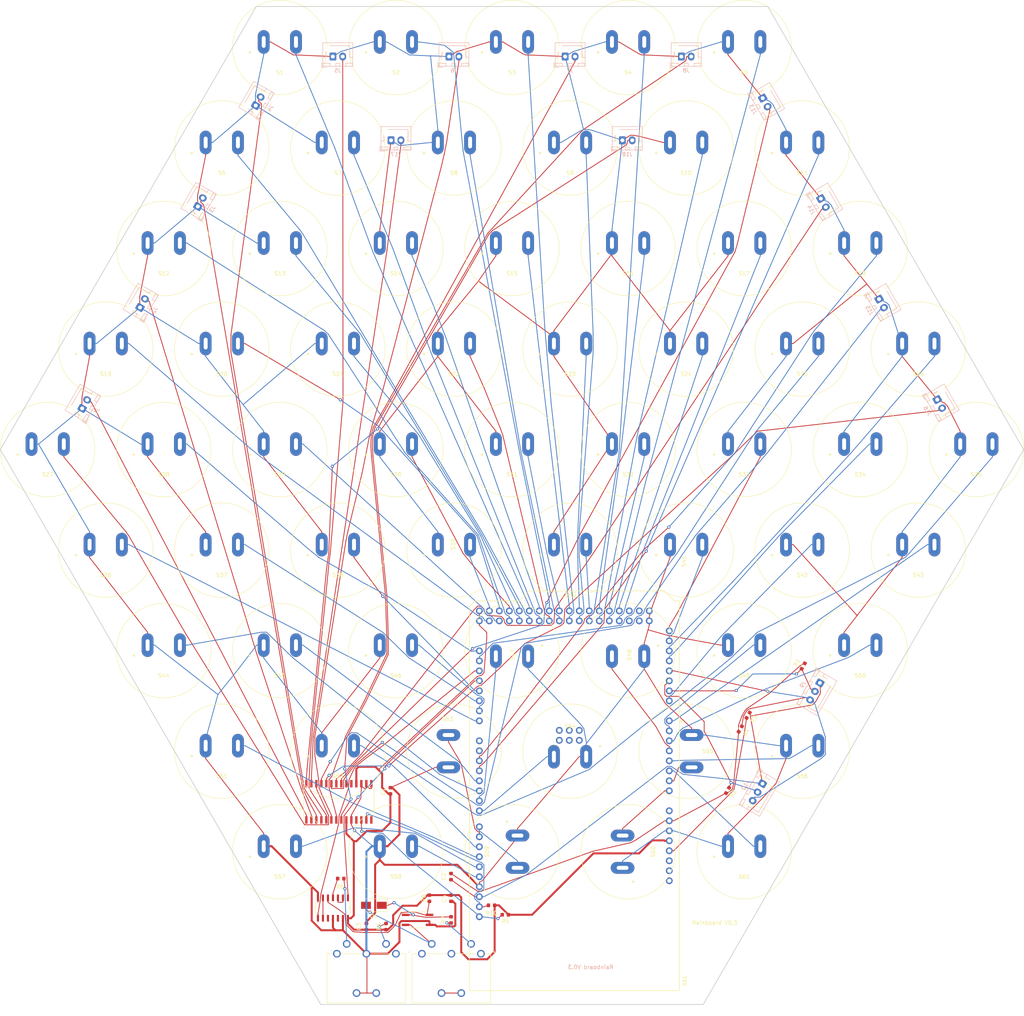
<source format=kicad_pcb>
(kicad_pcb (version 20171130) (host pcbnew "(5.1.5-0-10_14)")
  (layers (0 F.Cu signal) (31 B.Cu signal) (34 B.Paste user) (35 F.Paste user) (36 B.SilkS user) (37 F.SilkS user) (38 B.Mask user) (39 F.Mask user) (44 Edge.Cuts user))
  (net 0 "")
  (net 1 button-01)
  (net 2 Earth)
  (net 3 button-02)
  (net 4 button-03)
  (net 5 button-04)
  (net 6 button-05)
  (net 7 button-06)
  (net 8 button-07)
  (net 9 button-08)
  (net 10 button-09)
  (net 11 button-10)
  (net 12 button-13)
  (net 13 button-12)
  (net 14 button-11)
  (net 15 button-22)
  (net 16 button-23)
  (net 17 button-24)
  (net 18 button-25)
  (net 19 button-26)
  (net 20 button-27)
  (net 21 button-28)
  (net 22 button-29)
  (net 23 button-30)
  (net 24 button-31)
  (net 25 button-32)
  (net 26 button-33)
  (net 27 button-34)
  (net 28 button-35)
  (net 29 button-36)
  (net 30 button-37)
  (net 31 button-38)
  (net 32 button-39)
  (net 33 button-40)
  (net 34 button-41)
  (net 35 button-42)
  (net 36 button-43)
  (net 37 button-44)
  (net 38 button-45)
  (net 39 button-46)
  (net 40 button-47)
  (net 41 button-48)
  (net 42 button-49)
  (net 43 button-50)
  (net 44 button-51)
  (net 45 button-52)
  (net 46 button-53)
  (net 47 button-17)
  (net 48 button-18)
  (net 49 button-14)
  (net 50 button-15)
  (net 51 button-16)
  (net 52 button-19)
  (net 53 button-20)
  (net 54 button-21)
  (net 55 button-54)
  (net 56 button-55)
  (net 57 button-56)
  (net 58 button-57)
  (net 59 button-58)
  (net 60 button-59)
  (net 61 button-60)
  (net 62 button-61)
  (net 63 5V)
  (net 64 softpot-1)
  (net 65 softpot-2)
  (net 66 "Net-(J3-Pad2)")
  (net 67 "Net-(J4-Pad2)")
  (net 68 "Net-(J5-Pad2)")
  (net 69 "Net-(J6-Pad2)")
  (net 70 "Net-(J7-Pad2)")
  (net 71 "Net-(J8-Pad2)")
  (net 72 "Net-(J1-Pad2)")
  (net 73 "Net-(J2-Pad2)")
  (net 74 SCL)
  (net 75 SDA)
  (net 76 3.3V)
  (net 77 "Net-(J12-Pad4)")
  (net 78 "Net-(R6-Pad2)")
  (net 79 "Net-(U2-Pad6)")
  (net 80 "Net-(U2-Pad2)")
  (net 81 MIDI-OUT)
  (net 82 "Net-(J11-Pad4)")
  (net 83 "Net-(J12-Pad5)")
  (net 84 "Net-(J13-Pad2)")
  (net 85 MIDI-IN)
  (net 86 "Net-(J11-PadS1)")
  (net 87 AREF)
  (net 88 "Net-(J14-Pad2)")
  (net 89 "Net-(J15-Pad2)")
  (net 90 "Net-(J16-Pad2)")
  (net 91 BREF)
  (net 92 "Net-(J17-Pad2)")
  (net 93 "Net-(J18-Pad2)")
  (net 94 GNDA)
  (net 95 "Net-(R8-Pad1)")
  (net 96 "Net-(D1-Pad2)")
  (net 97 "Net-(D1-Pad1)")
  (module rainboard_newfighter:Sanwa-OBSF24-v2 (layer F.Cu) (at 29.4968 51.09 180)
    (fp_text reference S48 (at -0.3196 -1.099625 270) (layer F.SilkS))
    (fp_text value SANWA-OBSF24)
    (pad 1 thru_hole oval (at -4.1 -1.4 180) (size 3 6) (drill oval 1 3) (layers *.Cu *.Mask) (net 2 Earth))
    (pad 2 thru_hole oval (at 4.1 -1.4 180) (size 3 6) (drill oval 1 3) (layers *.Cu *.Mask) (net 41 button-48))
  )
  (module schmitt_trigger:SOIC127P600X175-14N (layer F.Cu) (at -45.5 116.5 270)
    (fp_text reference U2 (at 5.8 -0.2 180) (layer F.SilkS) (effects (font (size 1.641339 1.641339) (thickness 0.015))))
    (fp_text value 74HC14D)
    (pad 14 smd rect (at 2.5908 -3.81 270) (size 1.7018 0.5334) (layers F.Cu F.Paste F.Mask) (net 63 5V))
    (pad 13 smd rect (at 2.5908 -2.54 270) (size 1.7018 0.5334) (layers F.Cu F.Paste F.Mask) (net 2 Earth))
    (pad 12 smd rect (at 2.5908 -1.27 270) (size 1.7018 0.5334) (layers F.Cu F.Paste F.Mask))
    (pad 11 smd rect (at 2.5908 0 270) (size 1.7018 0.5334) (layers F.Cu F.Paste F.Mask) (net 2 Earth))
    (pad 10 smd rect (at 2.5908 1.27 270) (size 1.7018 0.5334) (layers F.Cu F.Paste F.Mask))
    (pad 9 smd rect (at 2.5908 2.54 270) (size 1.7018 0.5334) (layers F.Cu F.Paste F.Mask) (net 79 "Net-(U2-Pad6)"))
    (pad 8 smd rect (at 2.5908 3.81 270) (size 1.7018 0.5334) (layers F.Cu F.Paste F.Mask) (net 85 MIDI-IN))
    (pad 7 smd rect (at -2.5908 3.81 270) (size 1.7018 0.5334) (layers F.Cu F.Paste F.Mask) (net 2 Earth))
    (pad 6 smd rect (at -2.5908 2.54 270) (size 1.7018 0.5334) (layers F.Cu F.Paste F.Mask) (net 79 "Net-(U2-Pad6)"))
    (pad 5 smd rect (at -2.5908 1.27 270) (size 1.7018 0.5334) (layers F.Cu F.Paste F.Mask) (net 95 "Net-(R8-Pad1)"))
    (pad 4 smd rect (at -2.5908 0 270) (size 1.7018 0.5334) (layers F.Cu F.Paste F.Mask) (net 78 "Net-(R6-Pad2)"))
    (pad 3 smd rect (at -2.5908 -1.27 270) (size 1.7018 0.5334) (layers F.Cu F.Paste F.Mask) (net 80 "Net-(U2-Pad2)"))
    (pad 2 smd rect (at -2.5908 -2.54 270) (size 1.7018 0.5334) (layers F.Cu F.Paste F.Mask) (net 80 "Net-(U2-Pad2)"))
    (pad 1 smd rect (at -2.5908 -3.81 270) (size 1.7018 0.5334) (layers F.Cu F.Paste F.Mask) (net 81 MIDI-OUT))
  )
  (module Diode_SMD:D_SMA (layer F.Cu) (at -35.1 115.8 180)
    (fp_text reference D1 (at 0 -2.7) (layer F.SilkS))
    (fp_text value D)
    (pad 2 smd rect (at 2 0 180) (size 2.5 1.8) (layers F.Cu F.Paste F.Mask) (net 96 "Net-(D1-Pad2)"))
    (pad 1 smd rect (at -2 0 180) (size 2.5 1.8) (layers F.Cu F.Paste F.Mask) (net 97 "Net-(D1-Pad1)"))
  )
  (module rainboard_newfighter:Sanwa-OBSF24-v2 (layer F.Cu) (at -73.7421 76.635)
    (fp_text reference S51 (at 0 6.35) (layer F.SilkS))
    (fp_text value SANWA-OBSF24)
    (pad 1 thru_hole oval (at -4.1 -1.4) (size 3 6) (drill oval 1 3) (layers *.Cu *.Mask) (net 2 Earth))
    (pad 2 thru_hole oval (at 4.1 -1.4) (size 3 6) (drill oval 1 3) (layers *.Cu *.Mask) (net 44 button-51))
  )
  (module Resistor_SMD:R_0603_1608Metric (layer F.Cu) (at -5.2 115.8 180)
    (fp_text reference R10 (at 0 -2) (layer F.SilkS))
    (fp_text value 4.7k)
    (pad 2 smd roundrect (at 0.7875 0 180) (size 0.875 0.95) (layers F.Cu F.Paste F.Mask) (net 75 SDA))
    (pad 1 smd roundrect (at -0.7875 0 180) (size 0.875 0.95) (layers F.Cu F.Paste F.Mask) (net 63 5V))
  )
  (module Resistor_SMD:R_0603_1608Metric (layer F.Cu) (at -1.7 118.2 180)
    (fp_text reference R9 (at 0 -1.7) (layer F.SilkS))
    (fp_text value 4.7k)
    (pad 2 smd roundrect (at 0.7875 0 180) (size 0.875 0.95) (layers F.Cu F.Paste F.Mask) (net 74 SCL))
    (pad 1 smd roundrect (at -0.7875 0 180) (size 0.875 0.95) (layers F.Cu F.Paste F.Mask) (net 63 5V))
  )
  (module rainboard_newfighter:Sanwa-OBSF24-v2 (layer F.Cu) (at -58.9937 102.18)
    (fp_text reference S57 (at 0 6.35) (layer F.SilkS))
    (fp_text value SANWA-OBSF24)
    (pad 1 thru_hole oval (at -4.1 -1.4) (size 3 6) (drill oval 1 3) (layers *.Cu *.Mask) (net 2 Earth))
    (pad 2 thru_hole oval (at 4.1 -1.4) (size 3 6) (drill oval 1 3) (layers *.Cu *.Mask) (net 58 button-57))
  )
  (module Connector_JST:JST_XH_B3B-XH-AM_1x03_P2.50mm_Vertical (layer B.Cu) (at 63.6524 84.8868 240)
    (fp_text reference J10 (at 2.5 3.55 60) (layer B.SilkS) (effects (justify mirror)))
    (fp_text value Conn_01x03)
    (pad "" np_thru_hole circle (at -1.6 -2 240) (size 1.2 1.2) (drill 1.2) (layers *.Cu *.Mask))
    (pad 3 thru_hole oval (at 5 0 240) (size 1.7 1.95) (drill 0.95) (layers *.Cu *.Mask) (net 91 BREF))
    (pad 2 thru_hole oval (at 2.5 0 240) (size 1.7 1.95) (drill 0.95) (layers *.Cu *.Mask) (net 65 softpot-2))
    (pad 1 thru_hole roundrect (at 0 0 240) (size 1.7 1.95) (drill 0.95) (layers *.Cu *.Mask) (roundrect_rratio 0.147059) (net 87 AREF))
  )
  (module Connector_JST:JST_XH_B3B-XH-AM_1x03_P2.50mm_Vertical (layer B.Cu) (at 78.2436 59.2816 240)
    (fp_text reference J9 (at 2.5 3.55 60) (layer B.SilkS) (effects (justify mirror)))
    (fp_text value Conn_01x03)
    (pad "" np_thru_hole circle (at -1.6 -2 240) (size 1.2 1.2) (drill 1.2) (layers *.Cu *.Mask))
    (pad 3 thru_hole oval (at 5 0 240) (size 1.7 1.95) (drill 0.95) (layers *.Cu *.Mask) (net 91 BREF))
    (pad 2 thru_hole oval (at 2.5 0 240) (size 1.7 1.95) (drill 0.95) (layers *.Cu *.Mask) (net 64 softpot-1))
    (pad 1 thru_hole roundrect (at 0 0 240) (size 1.7 1.95) (drill 0.95) (layers *.Cu *.Mask) (roundrect_rratio 0.147059) (net 87 AREF))
  )
  (module Connector_JST:JST_XH_B2B-XH-AM_1x02_P2.50mm_Vertical (layer B.Cu) (at 28.0416 -78.5876)
    (fp_text reference J18 (at 1.25 3.55) (layer B.SilkS) (effects (justify mirror)))
    (fp_text value Conn_01x02)
    (pad "" np_thru_hole circle (at -1.6 -2) (size 1.2 1.2) (drill 1.2) (layers *.Cu *.Mask))
    (pad 2 thru_hole oval (at 2.5 0) (size 1.7 2) (drill 1) (layers *.Cu *.Mask) (net 93 "Net-(J18-Pad2)"))
    (pad 1 thru_hole roundrect (at 0 0) (size 1.7 2) (drill 1) (layers *.Cu *.Mask) (roundrect_rratio 0.147059) (net 2 Earth))
  )
  (module Connector_JST:JST_XH_B2B-XH-AM_1x02_P2.50mm_Vertical (layer B.Cu) (at -30.734 -78.5876)
    (fp_text reference J17 (at 1.25 3.55) (layer B.SilkS) (effects (justify mirror)))
    (fp_text value Conn_01x02)
    (pad "" np_thru_hole circle (at -1.6 -2) (size 1.2 1.2) (drill 1.2) (layers *.Cu *.Mask))
    (pad 2 thru_hole oval (at 2.5 0) (size 1.7 2) (drill 1) (layers *.Cu *.Mask) (net 92 "Net-(J17-Pad2)"))
    (pad 1 thru_hole roundrect (at 0 0) (size 1.7 2) (drill 1) (layers *.Cu *.Mask) (roundrect_rratio 0.147059) (net 2 Earth))
  )
  (module Connector_JST:JST_XH_B2B-XH-AM_1x02_P2.50mm_Vertical (layer B.Cu) (at 108.052 -12.7 300)
    (fp_text reference J16 (at 1.25 3.55 120) (layer B.SilkS) (effects (justify mirror)))
    (fp_text value Conn_01x02)
    (pad "" np_thru_hole circle (at -1.6 -2 300) (size 1.2 1.2) (drill 1.2) (layers *.Cu *.Mask))
    (pad 2 thru_hole oval (at 2.5 0 300) (size 1.7 2) (drill 1) (layers *.Cu *.Mask) (net 90 "Net-(J16-Pad2)"))
    (pad 1 thru_hole roundrect (at 0 0 300) (size 1.7 2) (drill 1) (layers *.Cu *.Mask) (roundrect_rratio 0.147059) (net 2 Earth))
  )
  (module Connector_JST:JST_XH_B2B-XH-AM_1x02_P2.50mm_Vertical (layer B.Cu) (at 93.2688 -38.2355 300)
    (fp_text reference J15 (at 1.25 3.55 120) (layer B.SilkS) (effects (justify mirror)))
    (fp_text value Conn_01x02)
    (pad "" np_thru_hole circle (at -1.6 -2 300) (size 1.2 1.2) (drill 1.2) (layers *.Cu *.Mask))
    (pad 2 thru_hole oval (at 2.5 0 300) (size 1.7 2) (drill 1) (layers *.Cu *.Mask) (net 89 "Net-(J15-Pad2)"))
    (pad 1 thru_hole roundrect (at 0 0 300) (size 1.7 2) (drill 1) (layers *.Cu *.Mask) (roundrect_rratio 0.147059) (net 2 Earth))
  )
  (module Connector_JST:JST_XH_B2B-XH-AM_1x02_P2.50mm_Vertical (layer B.Cu) (at 78.486 -63.7709 300)
    (fp_text reference J14 (at 1.25 3.55 120) (layer B.SilkS) (effects (justify mirror)))
    (fp_text value Conn_01x02)
    (pad "" np_thru_hole circle (at -1.6 -2 300) (size 1.2 1.2) (drill 1.2) (layers *.Cu *.Mask))
    (pad 2 thru_hole oval (at 2.5 0 300) (size 1.7 2) (drill 1) (layers *.Cu *.Mask) (net 88 "Net-(J14-Pad2)"))
    (pad 1 thru_hole roundrect (at 0 0 300) (size 1.7 2) (drill 1) (layers *.Cu *.Mask) (roundrect_rratio 0.147059) (net 2 Earth))
  )
  (module Connector_JST:JST_XH_B2B-XH-AM_1x02_P2.50mm_Vertical (layer B.Cu) (at 63.7032 -89.3064 300)
    (fp_text reference J13 (at 1.25 3.55 120) (layer B.SilkS) (effects (justify mirror)))
    (fp_text value Conn_01x02)
    (pad "" np_thru_hole circle (at -1.6 -2 300) (size 1.2 1.2) (drill 1.2) (layers *.Cu *.Mask))
    (pad 2 thru_hole oval (at 2.5 0 300) (size 1.7 2) (drill 1) (layers *.Cu *.Mask) (net 84 "Net-(J13-Pad2)"))
    (pad 1 thru_hole roundrect (at 0 0 300) (size 1.7 2) (drill 1) (layers *.Cu *.Mask) (roundrect_rratio 0.147059) (net 2 Earth))
  )
  (module Connector_JST:JST_XH_B2B-XH-AM_1x02_P2.50mm_Vertical (layer B.Cu) (at 43.0276 -99.8728)
    (fp_text reference J8 (at 1.25 3.55) (layer B.SilkS) (effects (justify mirror)))
    (fp_text value Conn_01x02)
    (pad "" np_thru_hole circle (at -1.6 -2) (size 1.2 1.2) (drill 1.2) (layers *.Cu *.Mask))
    (pad 2 thru_hole oval (at 2.5 0) (size 1.7 2) (drill 1) (layers *.Cu *.Mask) (net 71 "Net-(J8-Pad2)"))
    (pad 1 thru_hole roundrect (at 0 0) (size 1.7 2) (drill 1) (layers *.Cu *.Mask) (roundrect_rratio 0.147059) (net 2 Earth))
  )
  (module Connector_JST:JST_XH_B2B-XH-AM_1x02_P2.50mm_Vertical (layer B.Cu) (at 13.5128 -99.8728)
    (fp_text reference J7 (at 1.25 3.55) (layer B.SilkS) (effects (justify mirror)))
    (fp_text value Conn_01x02)
    (pad "" np_thru_hole circle (at -1.6 -2) (size 1.2 1.2) (drill 1.2) (layers *.Cu *.Mask))
    (pad 2 thru_hole oval (at 2.5 0) (size 1.7 2) (drill 1) (layers *.Cu *.Mask) (net 70 "Net-(J7-Pad2)"))
    (pad 1 thru_hole roundrect (at 0 0) (size 1.7 2) (drill 1) (layers *.Cu *.Mask) (roundrect_rratio 0.147059) (net 2 Earth))
  )
  (module Connector_JST:JST_XH_B2B-XH-AM_1x02_P2.50mm_Vertical (layer B.Cu) (at -16.002 -99.8728)
    (fp_text reference J6 (at 1.25 3.55) (layer B.SilkS) (effects (justify mirror)))
    (fp_text value Conn_01x02)
    (pad "" np_thru_hole circle (at -1.6 -2) (size 1.2 1.2) (drill 1.2) (layers *.Cu *.Mask))
    (pad 2 thru_hole oval (at 2.5 0) (size 1.7 2) (drill 1) (layers *.Cu *.Mask) (net 69 "Net-(J6-Pad2)"))
    (pad 1 thru_hole roundrect (at 0 0) (size 1.7 2) (drill 1) (layers *.Cu *.Mask) (roundrect_rratio 0.147059) (net 2 Earth))
  )
  (module Connector_JST:JST_XH_B2B-XH-AM_1x02_P2.50mm_Vertical (layer B.Cu) (at -45.5168 -99.8728)
    (fp_text reference J5 (at 1.25 3.55) (layer B.SilkS) (effects (justify mirror)))
    (fp_text value Conn_01x02)
    (pad "" np_thru_hole circle (at -1.6 -2) (size 1.2 1.2) (drill 1.2) (layers *.Cu *.Mask))
    (pad 2 thru_hole oval (at 2.5 0) (size 1.7 2) (drill 1) (layers *.Cu *.Mask) (net 68 "Net-(J5-Pad2)"))
    (pad 1 thru_hole roundrect (at 0 0) (size 1.7 2) (drill 1) (layers *.Cu *.Mask) (roundrect_rratio 0.147059) (net 2 Earth))
  )
  (module Connector_JST:JST_XH_B2B-XH-AM_1x02_P2.50mm_Vertical (layer B.Cu) (at -65.1256 -87.4268 60)
    (fp_text reference J4 (at 1.25 3.55 60) (layer B.SilkS) (effects (justify mirror)))
    (fp_text value Conn_01x02)
    (pad "" np_thru_hole circle (at -1.6 -2 60) (size 1.2 1.2) (drill 1.2) (layers *.Cu *.Mask))
    (pad 2 thru_hole oval (at 2.5 0 60) (size 1.7 2) (drill 1) (layers *.Cu *.Mask) (net 67 "Net-(J4-Pad2)"))
    (pad 1 thru_hole roundrect (at 0 0 60) (size 1.7 2) (drill 1) (layers *.Cu *.Mask) (roundrect_rratio 0.147059) (net 2 Earth))
  )
  (module Connector_JST:JST_XH_B2B-XH-AM_1x02_P2.50mm_Vertical (layer B.Cu) (at -79.8237 -61.7728 60)
    (fp_text reference J3 (at 1.25 3.55 60) (layer B.SilkS) (effects (justify mirror)))
    (fp_text value Conn_01x02)
    (pad "" np_thru_hole circle (at -1.6 -2 60) (size 1.2 1.2) (drill 1.2) (layers *.Cu *.Mask))
    (pad 2 thru_hole oval (at 2.5 0 60) (size 1.7 2) (drill 1) (layers *.Cu *.Mask) (net 66 "Net-(J3-Pad2)"))
    (pad 1 thru_hole roundrect (at 0 0 60) (size 1.7 2) (drill 1) (layers *.Cu *.Mask) (roundrect_rratio 0.147059) (net 2 Earth))
  )
  (module Connector_JST:JST_XH_B2B-XH-AM_1x02_P2.50mm_Vertical (layer B.Cu) (at -94.5219 -36.1188 60)
    (fp_text reference J2 (at 1.25 3.55 60) (layer B.SilkS) (effects (justify mirror)))
    (fp_text value Conn_01x02)
    (pad "" np_thru_hole circle (at -1.6 -2 60) (size 1.2 1.2) (drill 1.2) (layers *.Cu *.Mask))
    (pad 2 thru_hole oval (at 2.5 0 60) (size 1.7 2) (drill 1) (layers *.Cu *.Mask) (net 73 "Net-(J2-Pad2)"))
    (pad 1 thru_hole roundrect (at 0 0 60) (size 1.7 2) (drill 1) (layers *.Cu *.Mask) (roundrect_rratio 0.147059) (net 2 Earth))
  )
  (module Connector_JST:JST_XH_B2B-XH-AM_1x02_P2.50mm_Vertical (layer B.Cu) (at -109.22 -10.4648 60)
    (fp_text reference J1 (at 1.25 3.55 60) (layer B.SilkS) (effects (justify mirror)))
    (fp_text value Conn_01x02)
    (pad "" np_thru_hole circle (at -1.6 -2 60) (size 1.2 1.2) (drill 1.2) (layers *.Cu *.Mask))
    (pad 2 thru_hole oval (at 2.5 0 60) (size 1.7 2) (drill 1) (layers *.Cu *.Mask) (net 72 "Net-(J1-Pad2)"))
    (pad 1 thru_hole roundrect (at 0 0 60) (size 1.7 2) (drill 1) (layers *.Cu *.Mask) (roundrect_rratio 0.147059) (net 2 Earth))
  )
  (module Resistor_SMD:R_0603_1608Metric (layer F.Cu) (at -21 114 90)
    (fp_text reference R8 (at 0 -1.43 90) (layer F.SilkS))
    (fp_text value 10k)
    (pad 2 smd roundrect (at 0.7875 0 90) (size 0.875 0.95) (layers F.Cu F.Paste F.Mask) (net 63 5V))
    (pad 1 smd roundrect (at -0.7875 0 90) (size 0.875 0.95) (layers F.Cu F.Paste F.Mask) (net 95 "Net-(R8-Pad1)"))
  )
  (module MIDI-DIN:CUI_SDS-50J (layer F.Cu) (at -37 128.1)
    (fp_text reference J12 (at 0 4.4) (layer F.SilkS) (effects (font (size 1.000701 1.000701) (thickness 0.015))))
    (fp_text value SDS-50J)
    (pad None np_thru_hole circle (at 7.5 5) (size 2.4 2.4) (drill 2.4) (layers *.Cu *.Mask))
    (pad None np_thru_hole circle (at -7.5 5) (size 2.4 2.4) (drill 2.4) (layers *.Cu *.Mask))
    (pad S2 thru_hole circle (at 2.5 10) (size 1.95 1.95) (drill 1.3) (layers *.Cu *.Mask) (net 2 Earth))
    (pad S1 thru_hole circle (at -2.5 10) (size 1.95 1.95) (drill 1.3) (layers *.Cu *.Mask) (net 2 Earth))
    (pad 3 thru_hole circle (at -7.5 0) (size 1.95 1.95) (drill 1.3) (layers *.Cu *.Mask))
    (pad 5 thru_hole circle (at -5 -2.5) (size 1.95 1.95) (drill 1.3) (layers *.Cu *.Mask) (net 83 "Net-(J12-Pad5)"))
    (pad 1 thru_hole circle (at 7.5 0) (size 1.95 1.95) (drill 1.3) (layers *.Cu *.Mask))
    (pad 4 thru_hole circle (at 5 -2.5) (size 1.95 1.95) (drill 1.3) (layers *.Cu *.Mask) (net 77 "Net-(J12-Pad4)"))
    (pad 2 thru_hole circle (at 0 0) (size 1.95 1.95) (drill 1.3) (layers *.Cu *.Mask) (net 2 Earth))
  )
  (module MIDI-DIN:CUI_SDS-50J (layer F.Cu) (at -15.4 128.1)
    (fp_text reference J11 (at -1.5 4) (layer F.SilkS) (effects (font (size 1.000701 1.000701) (thickness 0.015))))
    (fp_text value SDS-50J)
    (pad None np_thru_hole circle (at 7.5 5) (size 2.4 2.4) (drill 2.4) (layers *.Cu *.Mask))
    (pad None np_thru_hole circle (at -7.5 5) (size 2.4 2.4) (drill 2.4) (layers *.Cu *.Mask))
    (pad S2 thru_hole circle (at 2.5 10) (size 1.95 1.95) (drill 1.3) (layers *.Cu *.Mask) (net 86 "Net-(J11-PadS1)"))
    (pad S1 thru_hole circle (at -2.5 10) (size 1.95 1.95) (drill 1.3) (layers *.Cu *.Mask) (net 86 "Net-(J11-PadS1)"))
    (pad 3 thru_hole circle (at -7.5 0) (size 1.95 1.95) (drill 1.3) (layers *.Cu *.Mask))
    (pad 5 thru_hole circle (at -5 -2.5) (size 1.95 1.95) (drill 1.3) (layers *.Cu *.Mask) (net 96 "Net-(D1-Pad2)"))
    (pad 1 thru_hole circle (at 7.5 0) (size 1.95 1.95) (drill 1.3) (layers *.Cu *.Mask))
    (pad 4 thru_hole circle (at 5 -2.5) (size 1.95 1.95) (drill 1.3) (layers *.Cu *.Mask) (net 82 "Net-(J11-Pad4)"))
    (pad 2 thru_hole circle (at 0 0) (size 1.95 1.95) (drill 1.3) (layers *.Cu *.Mask))
  )
  (module opto_coupler:SOP254P700X200-4N (layer F.Cu) (at -24 119.5)
    (fp_text reference U3 (at -2.4 -3.8) (layer F.SilkS) (effects (font (size 1.002756 1.002756) (thickness 0.015))))
    (fp_text value "EL357N(A)(TA)-G" hide)
    (pad 4 smd rect (at 3.04 -1.27) (size 1.93 0.59) (layers F.Cu F.Paste F.Mask) (net 95 "Net-(R8-Pad1)"))
    (pad 3 smd rect (at 3.04 1.27) (size 1.93 0.59) (layers F.Cu F.Paste F.Mask) (net 2 Earth))
    (pad 2 smd rect (at -3.04 1.27) (size 1.93 0.59) (layers F.Cu F.Paste F.Mask) (net 96 "Net-(D1-Pad2)"))
    (pad 1 smd rect (at -3.04 -1.27) (size 1.93 0.59) (layers F.Cu F.Paste F.Mask) (net 97 "Net-(D1-Pad1)"))
  )
  (module Resistor_SMD:R_0603_1608Metric (layer F.Cu) (at -15.5 119.5 90)
    (fp_text reference R7 (at 0 -1.8 90) (layer F.SilkS))
    (fp_text value 220R)
    (pad 2 smd roundrect (at 0.7875 0 90) (size 0.875 0.95) (layers F.Cu F.Paste F.Mask) (net 97 "Net-(D1-Pad1)"))
    (pad 1 smd roundrect (at -0.7875 0 90) (size 0.875 0.95) (layers F.Cu F.Paste F.Mask) (net 82 "Net-(J11-Pad4)"))
  )
  (module io_expander:SOIC127P1030X265-28N (layer F.Cu) (at -44 89.5 90)
    (fp_text reference U1 (at -7.3 -0.4 180) (layer F.SilkS) (effects (font (thickness 0.015))))
    (fp_text value MCP23017-E_SO)
    (pad 28 smd rect (at 4.605 -8.255 90) (size 1.9 0.6) (layers F.Cu F.Paste F.Mask) (net 93 "Net-(J18-Pad2)"))
    (pad 27 smd rect (at 4.605 -6.985 90) (size 1.9 0.6) (layers F.Cu F.Paste F.Mask) (net 92 "Net-(J17-Pad2)"))
    (pad 26 smd rect (at 4.605 -5.715 90) (size 1.9 0.6) (layers F.Cu F.Paste F.Mask) (net 20 button-27))
    (pad 25 smd rect (at 4.605 -4.445 90) (size 1.9 0.6) (layers F.Cu F.Paste F.Mask) (net 28 button-35))
    (pad 24 smd rect (at 4.605 -3.175 90) (size 1.9 0.6) (layers F.Cu F.Paste F.Mask) (net 90 "Net-(J16-Pad2)"))
    (pad 23 smd rect (at 4.605 -1.905 90) (size 1.9 0.6) (layers F.Cu F.Paste F.Mask) (net 89 "Net-(J15-Pad2)"))
    (pad 22 smd rect (at 4.605 -0.635 90) (size 1.9 0.6) (layers F.Cu F.Paste F.Mask) (net 88 "Net-(J14-Pad2)"))
    (pad 21 smd rect (at 4.605 0.635 90) (size 1.9 0.6) (layers F.Cu F.Paste F.Mask) (net 84 "Net-(J13-Pad2)"))
    (pad 20 smd rect (at 4.605 1.905 90) (size 1.9 0.6) (layers F.Cu F.Paste F.Mask))
    (pad 19 smd rect (at 4.605 3.175 90) (size 1.9 0.6) (layers F.Cu F.Paste F.Mask))
    (pad 18 smd rect (at 4.605 4.445 90) (size 1.9 0.6) (layers F.Cu F.Paste F.Mask) (net 63 5V))
    (pad 17 smd rect (at 4.605 5.715 90) (size 1.9 0.6) (layers F.Cu F.Paste F.Mask) (net 2 Earth))
    (pad 16 smd rect (at 4.605 6.985 90) (size 1.9 0.6) (layers F.Cu F.Paste F.Mask) (net 2 Earth))
    (pad 15 smd rect (at 4.605 8.255 90) (size 1.9 0.6) (layers F.Cu F.Paste F.Mask) (net 2 Earth))
    (pad 14 smd rect (at -4.605 8.255 90) (size 1.9 0.6) (layers F.Cu F.Paste F.Mask))
    (pad 13 smd rect (at -4.605 6.985 90) (size 1.9 0.6) (layers F.Cu F.Paste F.Mask) (net 75 SDA))
    (pad 12 smd rect (at -4.605 5.715 90) (size 1.9 0.6) (layers F.Cu F.Paste F.Mask) (net 74 SCL))
    (pad 11 smd rect (at -4.605 4.445 90) (size 1.9 0.6) (layers F.Cu F.Paste F.Mask))
    (pad 10 smd rect (at -4.605 3.175 90) (size 1.9 0.6) (layers F.Cu F.Paste F.Mask) (net 2 Earth))
    (pad 9 smd rect (at -4.605 1.905 90) (size 1.9 0.6) (layers F.Cu F.Paste F.Mask) (net 63 5V))
    (pad 8 smd rect (at -4.605 0.635 90) (size 1.9 0.6) (layers F.Cu F.Paste F.Mask) (net 71 "Net-(J8-Pad2)"))
    (pad 7 smd rect (at -4.605 -0.635 90) (size 1.9 0.6) (layers F.Cu F.Paste F.Mask) (net 70 "Net-(J7-Pad2)"))
    (pad 6 smd rect (at -4.605 -1.905 90) (size 1.9 0.6) (layers F.Cu F.Paste F.Mask) (net 69 "Net-(J6-Pad2)"))
    (pad 5 smd rect (at -4.605 -3.175 90) (size 1.9 0.6) (layers F.Cu F.Paste F.Mask) (net 68 "Net-(J5-Pad2)"))
    (pad 4 smd rect (at -4.605 -4.445 90) (size 1.9 0.6) (layers F.Cu F.Paste F.Mask) (net 67 "Net-(J4-Pad2)"))
    (pad 3 smd rect (at -4.605 -5.715 90) (size 1.9 0.6) (layers F.Cu F.Paste F.Mask) (net 66 "Net-(J3-Pad2)"))
    (pad 2 smd rect (at -4.605 -6.985 90) (size 1.9 0.6) (layers F.Cu F.Paste F.Mask) (net 73 "Net-(J2-Pad2)"))
    (pad 1 smd rect (at -4.605 -8.255 90) (size 1.9 0.6) (layers F.Cu F.Paste F.Mask) (net 72 "Net-(J1-Pad2)"))
  )
  (module Capacitor_SMD:C_0603_1608Metric (layer F.Cu) (at -15.5 114 270)
    (fp_text reference C4 (at 0.1 1.7 90) (layer F.SilkS))
    (fp_text value 100nf)
    (pad 2 smd roundrect (at 0.7875 0 270) (size 0.875 0.95) (layers F.Cu F.Paste F.Mask) (net 2 Earth))
    (pad 1 smd roundrect (at -0.7875 0 270) (size 0.875 0.95) (layers F.Cu F.Paste F.Mask) (net 63 5V))
  )
  (module Capacitor_SMD:C_0603_1608Metric (layer F.Cu) (at -37 121.2 90)
    (fp_text reference C3 (at 0 -1.9 90) (layer F.SilkS))
    (fp_text value 100nf)
    (pad 2 smd roundrect (at 0.7875 0 90) (size 0.875 0.95) (layers F.Cu F.Paste F.Mask) (net 2 Earth))
    (pad 1 smd roundrect (at -0.7875 0 90) (size 0.875 0.95) (layers F.Cu F.Paste F.Mask) (net 63 5V))
  )
  (module Resistor_SMD:R_0603_1608Metric (layer F.Cu) (at -43.5 109 180)
    (fp_text reference R6 (at 0.2 -2.1) (layer F.SilkS))
    (fp_text value 220R)
    (pad 2 smd roundrect (at 0.7875 0 180) (size 0.875 0.95) (layers F.Cu F.Paste F.Mask) (net 78 "Net-(R6-Pad2)"))
    (pad 1 smd roundrect (at -0.7875 0 180) (size 0.875 0.95) (layers F.Cu F.Paste F.Mask) (net 83 "Net-(J12-Pad5)"))
  )
  (module Resistor_SMD:R_0603_1608Metric (layer F.Cu) (at -32 121.2 90)
    (fp_text reference R5 (at 0 -1.8 90) (layer F.SilkS))
    (fp_text value 220R)
    (pad 2 smd roundrect (at 0.7875 0 90) (size 0.875 0.95) (layers F.Cu F.Paste F.Mask) (net 77 "Net-(J12-Pad4)"))
    (pad 1 smd roundrect (at -0.7875 0 90) (size 0.875 0.95) (layers F.Cu F.Paste F.Mask) (net 63 5V))
  )
  (module Resistor_SMD:R_0603_1608Metric (layer F.Cu) (at 58 71 240)
    (fp_text reference R4 (at -0.020577 -1.835641 60) (layer F.SilkS))
    (fp_text value 4.7k)
    (pad 2 smd roundrect (at 0.7875 0 240) (size 0.875 0.95) (layers F.Cu F.Paste F.Mask) (net 94 GNDA))
    (pad 1 smd roundrect (at -0.7875 0 240) (size 0.875 0.95) (layers F.Cu F.Paste F.Mask) (net 91 BREF))
  )
  (module Resistor_SMD:R_0603_1608Metric (layer F.Cu) (at 60 67.5 60)
    (fp_text reference R3 (at -0.116025 1.799038 60) (layer F.SilkS))
    (fp_text value 4.7k)
    (pad 2 smd roundrect (at 0.7875 0 60) (size 0.875 0.95) (layers F.Cu F.Paste F.Mask) (net 87 AREF))
    (pad 1 smd roundrect (at -0.7875 0 60) (size 0.875 0.95) (layers F.Cu F.Paste F.Mask) (net 76 3.3V))
  )
  (module Resistor_SMD:R_0603_1608Metric (layer F.Cu) (at 54.7624 86.614 240)
    (fp_text reference R2 (at -0.038104 -1.637998 60) (layer F.SilkS))
    (fp_text value 100k)
    (pad 2 smd roundrect (at 0.7875 0 240) (size 0.875 0.95) (layers F.Cu F.Paste F.Mask) (net 94 GNDA))
    (pad 1 smd roundrect (at -0.7875 0 240) (size 0.875 0.95) (layers F.Cu F.Paste F.Mask) (net 65 softpot-2))
  )
  (module Resistor_SMD:R_0603_1608Metric (layer F.Cu) (at 74 55 60)
    (fp_text reference R1 (at -0.020577 -1.835641 60) (layer F.SilkS))
    (fp_text value 100k)
    (pad 2 smd roundrect (at 0.7875 0 60) (size 0.875 0.95) (layers F.Cu F.Paste F.Mask) (net 94 GNDA))
    (pad 1 smd roundrect (at -0.7875 0 60) (size 0.875 0.95) (layers F.Cu F.Paste F.Mask) (net 64 softpot-1))
  )
  (module Capacitor_SMD:C_0603_1608Metric (layer F.Cu) (at -15.5 108.5 90)
    (fp_text reference C2 (at 0 -1.8 90) (layer F.SilkS))
    (fp_text value 100nf)
    (pad 2 smd roundrect (at 0.7875 0 90) (size 0.875 0.95) (layers F.Cu F.Paste F.Mask) (net 94 GNDA))
    (pad 1 smd roundrect (at -0.7875 0 90) (size 0.875 0.95) (layers F.Cu F.Paste F.Mask) (net 87 AREF))
  )
  (module Capacitor_SMD:C_0603_1608Metric (layer F.Cu) (at -30.9 86.7 90)
    (fp_text reference C1 (at -0.2 -1.8 90) (layer F.SilkS))
    (fp_text value 100nf)
    (pad 2 smd roundrect (at 0.7875 0 90) (size 0.875 0.95) (layers F.Cu F.Paste F.Mask) (net 2 Earth))
    (pad 1 smd roundrect (at -0.7875 0 90) (size 0.875 0.95) (layers F.Cu F.Paste F.Mask) (net 63 5V))
  )
  (module rainboard_newfighter:Sanwa-OBSF24-v2 (layer F.Cu) (at 29.4968 102.18 90)
    (fp_text reference S60 (at 0 6.35 90) (layer F.SilkS))
    (fp_text value SANWA-OBSF24)
    (pad 1 thru_hole oval (at -4.1 -1.4 90) (size 3 6) (drill oval 1 3) (layers *.Cu *.Mask) (net 2 Earth))
    (pad 2 thru_hole oval (at 4.1 -1.4 90) (size 3 6) (drill oval 1 3) (layers *.Cu *.Mask) (net 61 button-60))
  )
  (module rainboard_newfighter:Sanwa-OBSF24-v2 (layer F.Cu) (at 0 102.18 270)
    (fp_text reference S59 (at 0 6.35 90) (layer F.SilkS))
    (fp_text value SANWA-OBSF24)
    (pad 1 thru_hole oval (at -4.1 -1.4 270) (size 3 6) (drill oval 1 3) (layers *.Cu *.Mask) (net 2 Earth))
    (pad 2 thru_hole oval (at 4.1 -1.4 270) (size 3 6) (drill oval 1 3) (layers *.Cu *.Mask) (net 60 button-59))
  )
  (module rainboard_newfighter:Sanwa-OBSF24-v2 (layer F.Cu) (at -14.7484 76.635 90)
    (fp_text reference S53 (at 8.1566 -1.609188 180) (layer F.SilkS))
    (fp_text value SANWA-OBSF24)
    (pad 1 thru_hole oval (at -4.1 -1.4 90) (size 3 6) (drill oval 1 3) (layers *.Cu *.Mask) (net 2 Earth))
    (pad 2 thru_hole oval (at 4.1 -1.4 90) (size 3 6) (drill oval 1 3) (layers *.Cu *.Mask) (net 46 button-53))
  )
  (module rainboard_newfighter:Sanwa-OBSF24-v2 (layer F.Cu) (at 44.2452 76.635 270)
    (fp_text reference S55 (at 0.0222 -5.437163) (layer F.SilkS))
    (fp_text value SANWA-OBSF24)
    (pad 1 thru_hole oval (at -4.1 -1.4 270) (size 3 6) (drill oval 1 3) (layers *.Cu *.Mask) (net 2 Earth))
    (pad 2 thru_hole oval (at 4.1 -1.4 270) (size 3 6) (drill oval 1 3) (layers *.Cu *.Mask) (net 56 button-55))
  )
  (module rainboard_newfighter:Sanwa-OBSF24-v2 (layer F.Cu) (at 44.2452 25.545)
    (fp_text reference S41 (at -0.5514 2.843237 90) (layer F.SilkS))
    (fp_text value SANWA-OBSF24)
    (pad 1 thru_hole oval (at -4.1 -1.4) (size 3 6) (drill oval 1 3) (layers *.Cu *.Mask) (net 2 Earth))
    (pad 2 thru_hole oval (at 4.1 -1.4) (size 3 6) (drill oval 1 3) (layers *.Cu *.Mask) (net 34 button-41))
  )
  (module rainboard_newfighter:Sanwa-OBSF24-v2 (layer F.Cu) (at -14.7484 25.545)
    (fp_text reference S39 (at -0.2106 -1.456788 270) (layer F.SilkS))
    (fp_text value SANWA-OBSF24)
    (pad 1 thru_hole oval (at -4.1 -1.4) (size 3 6) (drill oval 1 3) (layers *.Cu *.Mask) (net 2 Earth))
    (pad 2 thru_hole oval (at 4.1 -1.4) (size 3 6) (drill oval 1 3) (layers *.Cu *.Mask) (net 32 button-39))
  )
  (module rainboard_newfighter:Sanwa-OBSF24-v2 (layer F.Cu) (at 0 51.09 180)
    (fp_text reference S47 (at -0.1376 -1.1176 90) (layer F.SilkS))
    (fp_text value SANWA-OBSF24)
    (pad 1 thru_hole oval (at -4.1 -1.4 180) (size 3 6) (drill oval 1 3) (layers *.Cu *.Mask) (net 2 Earth))
    (pad 2 thru_hole oval (at 4.1 -1.4 180) (size 3 6) (drill oval 1 3) (layers *.Cu *.Mask) (net 40 button-47))
  )
  (module rainboard_newfighter:Sanwa-OBSF24-v2 (layer F.Cu) (at 14.7484 25.545)
    (fp_text reference S40 (at 0.085188 11.2342) (layer F.SilkS))
    (fp_text value SANWA-OBSF24)
    (pad 1 thru_hole oval (at -4.1 -1.4) (size 3 6) (drill oval 1 3) (layers *.Cu *.Mask) (net 2 Earth))
    (pad 2 thru_hole oval (at 4.1 -1.4) (size 3 6) (drill oval 1 3) (layers *.Cu *.Mask) (net 33 button-40))
  )
  (module rainboard_newfighter:Sanwa-OBSF24-v2 (layer F.Cu) (at -58.9937 -102.18)
    (fp_text reference S1 (at 0 6.35) (layer F.SilkS))
    (fp_text value SANWA-OBSF24)
    (pad 1 thru_hole oval (at -4.1 -1.4) (size 3 6) (drill oval 1 3) (layers *.Cu *.Mask) (net 2 Earth))
    (pad 2 thru_hole oval (at 4.1 -1.4) (size 3 6) (drill oval 1 3) (layers *.Cu *.Mask) (net 1 button-01))
  )
  (module rainboard_newfighter:Sanwa-OBSF24-v2 (layer F.Cu) (at -29.4968 -102.18)
    (fp_text reference S2 (at 0 6.35) (layer F.SilkS))
    (fp_text value SANWA-OBSF24)
    (pad 1 thru_hole oval (at -4.1 -1.4) (size 3 6) (drill oval 1 3) (layers *.Cu *.Mask) (net 2 Earth))
    (pad 2 thru_hole oval (at 4.1 -1.4) (size 3 6) (drill oval 1 3) (layers *.Cu *.Mask) (net 3 button-02))
  )
  (module rainboard_newfighter:Sanwa-OBSF24-v2 (layer F.Cu) (at 0 -102.18)
    (fp_text reference S3 (at 0 6.35) (layer F.SilkS))
    (fp_text value SANWA-OBSF24)
    (pad 1 thru_hole oval (at -4.1 -1.4) (size 3 6) (drill oval 1 3) (layers *.Cu *.Mask) (net 2 Earth))
    (pad 2 thru_hole oval (at 4.1 -1.4) (size 3 6) (drill oval 1 3) (layers *.Cu *.Mask) (net 4 button-03))
  )
  (module rainboard_newfighter:Sanwa-OBSF24-v2 (layer F.Cu) (at 29.4968 -102.18)
    (fp_text reference S4 (at 0 6.35) (layer F.SilkS))
    (fp_text value SANWA-OBSF24)
    (pad 1 thru_hole oval (at -4.1 -1.4) (size 3 6) (drill oval 1 3) (layers *.Cu *.Mask) (net 2 Earth))
    (pad 2 thru_hole oval (at 4.1 -1.4) (size 3 6) (drill oval 1 3) (layers *.Cu *.Mask) (net 5 button-04))
  )
  (module rainboard_newfighter:Sanwa-OBSF24-v2 (layer F.Cu) (at 58.9937 -102.18)
    (fp_text reference S5 (at 0 6.35) (layer F.SilkS))
    (fp_text value SANWA-OBSF24)
    (pad 1 thru_hole oval (at -4.1 -1.4) (size 3 6) (drill oval 1 3) (layers *.Cu *.Mask) (net 2 Earth))
    (pad 2 thru_hole oval (at 4.1 -1.4) (size 3 6) (drill oval 1 3) (layers *.Cu *.Mask) (net 6 button-05))
  )
  (module rainboard_newfighter:Sanwa-OBSF24-v2 (layer F.Cu) (at -73.7421 -76.635)
    (fp_text reference S6 (at 0 6.35) (layer F.SilkS))
    (fp_text value SANWA-OBSF24)
    (pad 1 thru_hole oval (at -4.1 -1.4) (size 3 6) (drill oval 1 3) (layers *.Cu *.Mask) (net 2 Earth))
    (pad 2 thru_hole oval (at 4.1 -1.4) (size 3 6) (drill oval 1 3) (layers *.Cu *.Mask) (net 7 button-06))
  )
  (module rainboard_newfighter:Sanwa-OBSF24-v2 (layer F.Cu) (at -44.2452 -76.635)
    (fp_text reference S7 (at 0 6.35) (layer F.SilkS))
    (fp_text value SANWA-OBSF24)
    (pad 1 thru_hole oval (at -4.1 -1.4) (size 3 6) (drill oval 1 3) (layers *.Cu *.Mask) (net 2 Earth))
    (pad 2 thru_hole oval (at 4.1 -1.4) (size 3 6) (drill oval 1 3) (layers *.Cu *.Mask) (net 8 button-07))
  )
  (module rainboard_newfighter:Sanwa-OBSF24-v2 (layer F.Cu) (at -14.7484 -76.635)
    (fp_text reference S8 (at 0 6.35) (layer F.SilkS))
    (fp_text value SANWA-OBSF24)
    (pad 1 thru_hole oval (at -4.1 -1.4) (size 3 6) (drill oval 1 3) (layers *.Cu *.Mask) (net 2 Earth))
    (pad 2 thru_hole oval (at 4.1 -1.4) (size 3 6) (drill oval 1 3) (layers *.Cu *.Mask) (net 9 button-08))
  )
  (module rainboard_newfighter:Sanwa-OBSF24-v2 (layer F.Cu) (at 14.7484 -76.635)
    (fp_text reference S9 (at 0 6.35) (layer F.SilkS))
    (fp_text value SANWA-OBSF24)
    (pad 1 thru_hole oval (at -4.1 -1.4) (size 3 6) (drill oval 1 3) (layers *.Cu *.Mask) (net 2 Earth))
    (pad 2 thru_hole oval (at 4.1 -1.4) (size 3 6) (drill oval 1 3) (layers *.Cu *.Mask) (net 10 button-09))
  )
  (module rainboard_newfighter:Sanwa-OBSF24-v2 (layer F.Cu) (at 44.2452 -76.635)
    (fp_text reference S10 (at 0 6.35) (layer F.SilkS))
    (fp_text value SANWA-OBSF24)
    (pad 1 thru_hole oval (at -4.1 -1.4) (size 3 6) (drill oval 1 3) (layers *.Cu *.Mask) (net 2 Earth))
    (pad 2 thru_hole oval (at 4.1 -1.4) (size 3 6) (drill oval 1 3) (layers *.Cu *.Mask) (net 11 button-10))
  )
  (module rainboard_newfighter:Sanwa-OBSF24-v2 (layer F.Cu) (at 73.7421 -76.635)
    (fp_text reference S11 (at 0 6.35) (layer F.SilkS))
    (fp_text value SANWA-OBSF24)
    (pad 1 thru_hole oval (at -4.1 -1.4) (size 3 6) (drill oval 1 3) (layers *.Cu *.Mask) (net 2 Earth))
    (pad 2 thru_hole oval (at 4.1 -1.4) (size 3 6) (drill oval 1 3) (layers *.Cu *.Mask) (net 14 button-11))
  )
  (module rainboard_newfighter:Sanwa-OBSF24-v2 (layer F.Cu) (at -88.4905 -51.09)
    (fp_text reference S12 (at 0 6.35) (layer F.SilkS))
    (fp_text value SANWA-OBSF24)
    (pad 1 thru_hole oval (at -4.1 -1.4) (size 3 6) (drill oval 1 3) (layers *.Cu *.Mask) (net 2 Earth))
    (pad 2 thru_hole oval (at 4.1 -1.4) (size 3 6) (drill oval 1 3) (layers *.Cu *.Mask) (net 13 button-12))
  )
  (module rainboard_newfighter:Sanwa-OBSF24-v2 (layer F.Cu) (at -58.9937 -51.09)
    (fp_text reference S13 (at 0 6.35) (layer F.SilkS))
    (fp_text value SANWA-OBSF24)
    (pad 1 thru_hole oval (at -4.1 -1.4) (size 3 6) (drill oval 1 3) (layers *.Cu *.Mask) (net 2 Earth))
    (pad 2 thru_hole oval (at 4.1 -1.4) (size 3 6) (drill oval 1 3) (layers *.Cu *.Mask) (net 12 button-13))
  )
  (module rainboard_newfighter:Sanwa-OBSF24-v2 (layer F.Cu) (at -29.4968 -51.09)
    (fp_text reference S14 (at 0 6.35) (layer F.SilkS))
    (fp_text value SANWA-OBSF24)
    (pad 1 thru_hole oval (at -4.1 -1.4) (size 3 6) (drill oval 1 3) (layers *.Cu *.Mask) (net 2 Earth))
    (pad 2 thru_hole oval (at 4.1 -1.4) (size 3 6) (drill oval 1 3) (layers *.Cu *.Mask) (net 49 button-14))
  )
  (module rainboard_newfighter:Sanwa-OBSF24-v2 (layer F.Cu) (at 0 -51.09)
    (fp_text reference S15 (at 0 6.35) (layer F.SilkS))
    (fp_text value SANWA-OBSF24)
    (pad 1 thru_hole oval (at -4.1 -1.4) (size 3 6) (drill oval 1 3) (layers *.Cu *.Mask) (net 2 Earth))
    (pad 2 thru_hole oval (at 4.1 -1.4) (size 3 6) (drill oval 1 3) (layers *.Cu *.Mask) (net 50 button-15))
  )
  (module rainboard_newfighter:Sanwa-OBSF24-v2 (layer F.Cu) (at 29.4968 -51.09)
    (fp_text reference S16 (at 0 6.35) (layer F.SilkS))
    (fp_text value SANWA-OBSF24)
    (pad 1 thru_hole oval (at -4.1 -1.4) (size 3 6) (drill oval 1 3) (layers *.Cu *.Mask) (net 2 Earth))
    (pad 2 thru_hole oval (at 4.1 -1.4) (size 3 6) (drill oval 1 3) (layers *.Cu *.Mask) (net 51 button-16))
  )
  (module rainboard_newfighter:Sanwa-OBSF24-v2 (layer F.Cu) (at 58.9937 -51.09)
    (fp_text reference S17 (at 0 6.35) (layer F.SilkS))
    (fp_text value SANWA-OBSF24)
    (pad 1 thru_hole oval (at -4.1 -1.4) (size 3 6) (drill oval 1 3) (layers *.Cu *.Mask) (net 2 Earth))
    (pad 2 thru_hole oval (at 4.1 -1.4) (size 3 6) (drill oval 1 3) (layers *.Cu *.Mask) (net 47 button-17))
  )
  (module rainboard_newfighter:Sanwa-OBSF24-v2 (layer F.Cu) (at 88.4905 -51.09)
    (fp_text reference S18 (at 0 6.35) (layer F.SilkS))
    (fp_text value SANWA-OBSF24)
    (pad 1 thru_hole oval (at -4.1 -1.4) (size 3 6) (drill oval 1 3) (layers *.Cu *.Mask) (net 2 Earth))
    (pad 2 thru_hole oval (at 4.1 -1.4) (size 3 6) (drill oval 1 3) (layers *.Cu *.Mask) (net 48 button-18))
  )
  (module rainboard_newfighter:Sanwa-OBSF24-v2 (layer F.Cu) (at -103.239 -25.545)
    (fp_text reference S19 (at 0 6.35) (layer F.SilkS))
    (fp_text value SANWA-OBSF24)
    (pad 1 thru_hole oval (at -4.1 -1.4) (size 3 6) (drill oval 1 3) (layers *.Cu *.Mask) (net 2 Earth))
    (pad 2 thru_hole oval (at 4.1 -1.4) (size 3 6) (drill oval 1 3) (layers *.Cu *.Mask) (net 52 button-19))
  )
  (module rainboard_newfighter:Sanwa-OBSF24-v2 (layer F.Cu) (at -73.7421 -25.545)
    (fp_text reference S20 (at 0 6.35) (layer F.SilkS))
    (fp_text value SANWA-OBSF24)
    (pad 1 thru_hole oval (at -4.1 -1.4) (size 3 6) (drill oval 1 3) (layers *.Cu *.Mask) (net 2 Earth))
    (pad 2 thru_hole oval (at 4.1 -1.4) (size 3 6) (drill oval 1 3) (layers *.Cu *.Mask) (net 53 button-20))
  )
  (module rainboard_newfighter:Sanwa-OBSF24-v2 (layer F.Cu) (at -44.2452 -25.545)
    (fp_text reference S21 (at 0 6.35) (layer F.SilkS))
    (fp_text value SANWA-OBSF24)
    (pad 1 thru_hole oval (at -4.1 -1.4) (size 3 6) (drill oval 1 3) (layers *.Cu *.Mask) (net 2 Earth))
    (pad 2 thru_hole oval (at 4.1 -1.4) (size 3 6) (drill oval 1 3) (layers *.Cu *.Mask) (net 54 button-21))
  )
  (module rainboard_newfighter:Sanwa-OBSF24-v2 (layer F.Cu) (at -14.7484 -25.545)
    (fp_text reference S22 (at 0 6.35) (layer F.SilkS))
    (fp_text value SANWA-OBSF24)
    (pad 1 thru_hole oval (at -4.1 -1.4) (size 3 6) (drill oval 1 3) (layers *.Cu *.Mask) (net 2 Earth))
    (pad 2 thru_hole oval (at 4.1 -1.4) (size 3 6) (drill oval 1 3) (layers *.Cu *.Mask) (net 15 button-22))
  )
  (module rainboard_newfighter:Sanwa-OBSF24-v2 (layer F.Cu) (at 14.7484 -25.545)
    (fp_text reference S23 (at 0 6.35) (layer F.SilkS))
    (fp_text value SANWA-OBSF24)
    (pad 1 thru_hole oval (at -4.1 -1.4) (size 3 6) (drill oval 1 3) (layers *.Cu *.Mask) (net 2 Earth))
    (pad 2 thru_hole oval (at 4.1 -1.4) (size 3 6) (drill oval 1 3) (layers *.Cu *.Mask) (net 16 button-23))
  )
  (module rainboard_newfighter:Sanwa-OBSF24-v2 (layer F.Cu) (at 44.2452 -25.545)
    (fp_text reference S24 (at 0 6.35) (layer F.SilkS))
    (fp_text value SANWA-OBSF24)
    (pad 1 thru_hole oval (at -4.1 -1.4) (size 3 6) (drill oval 1 3) (layers *.Cu *.Mask) (net 2 Earth))
    (pad 2 thru_hole oval (at 4.1 -1.4) (size 3 6) (drill oval 1 3) (layers *.Cu *.Mask) (net 17 button-24))
  )
  (module rainboard_newfighter:Sanwa-OBSF24-v2 (layer F.Cu) (at 73.7421 -25.545)
    (fp_text reference S25 (at 0 6.35) (layer F.SilkS))
    (fp_text value SANWA-OBSF24)
    (pad 1 thru_hole oval (at -4.1 -1.4) (size 3 6) (drill oval 1 3) (layers *.Cu *.Mask) (net 2 Earth))
    (pad 2 thru_hole oval (at 4.1 -1.4) (size 3 6) (drill oval 1 3) (layers *.Cu *.Mask) (net 18 button-25))
  )
  (module rainboard_newfighter:Sanwa-OBSF24-v2 (layer F.Cu) (at 103.239 -25.545)
    (fp_text reference S26 (at 0 6.35) (layer F.SilkS))
    (fp_text value SANWA-OBSF24)
    (pad 1 thru_hole oval (at -4.1 -1.4) (size 3 6) (drill oval 1 3) (layers *.Cu *.Mask) (net 2 Earth))
    (pad 2 thru_hole oval (at 4.1 -1.4) (size 3 6) (drill oval 1 3) (layers *.Cu *.Mask) (net 19 button-26))
  )
  (module rainboard_newfighter:Sanwa-OBSF24-v2 (layer F.Cu) (at -117.987 0)
    (fp_text reference S27 (at 0 6.35) (layer F.SilkS))
    (fp_text value SANWA-OBSF24)
    (pad 1 thru_hole oval (at -4.1 -1.4) (size 3 6) (drill oval 1 3) (layers *.Cu *.Mask) (net 2 Earth))
    (pad 2 thru_hole oval (at 4.1 -1.4) (size 3 6) (drill oval 1 3) (layers *.Cu *.Mask) (net 20 button-27))
  )
  (module rainboard_newfighter:Sanwa-OBSF24-v2 (layer F.Cu) (at -88.4905 0)
    (fp_text reference S28 (at 0 6.35) (layer F.SilkS))
    (fp_text value SANWA-OBSF24)
    (pad 1 thru_hole oval (at -4.1 -1.4) (size 3 6) (drill oval 1 3) (layers *.Cu *.Mask) (net 2 Earth))
    (pad 2 thru_hole oval (at 4.1 -1.4) (size 3 6) (drill oval 1 3) (layers *.Cu *.Mask) (net 21 button-28))
  )
  (module rainboard_newfighter:Sanwa-OBSF24-v2 (layer F.Cu) (at -58.9937 0)
    (fp_text reference S29 (at 0 6.35) (layer F.SilkS))
    (fp_text value SANWA-OBSF24)
    (pad 1 thru_hole oval (at -4.1 -1.4) (size 3 6) (drill oval 1 3) (layers *.Cu *.Mask) (net 2 Earth))
    (pad 2 thru_hole oval (at 4.1 -1.4) (size 3 6) (drill oval 1 3) (layers *.Cu *.Mask) (net 22 button-29))
  )
  (module rainboard_newfighter:Sanwa-OBSF24-v2 (layer F.Cu) (at -29.4968 0)
    (fp_text reference S30 (at 0 6.35) (layer F.SilkS))
    (fp_text value SANWA-OBSF24)
    (pad 1 thru_hole oval (at -4.1 -1.4) (size 3 6) (drill oval 1 3) (layers *.Cu *.Mask) (net 2 Earth))
    (pad 2 thru_hole oval (at 4.1 -1.4) (size 3 6) (drill oval 1 3) (layers *.Cu *.Mask) (net 23 button-30))
  )
  (module rainboard_newfighter:Sanwa-OBSF24-v2 (layer F.Cu) (at 0 0)
    (fp_text reference S31 (at 0 6.35) (layer F.SilkS))
    (fp_text value SANWA-OBSF24)
    (pad 1 thru_hole oval (at -4.1 -1.4) (size 3 6) (drill oval 1 3) (layers *.Cu *.Mask) (net 2 Earth))
    (pad 2 thru_hole oval (at 4.1 -1.4) (size 3 6) (drill oval 1 3) (layers *.Cu *.Mask) (net 24 button-31))
  )
  (module rainboard_newfighter:Sanwa-OBSF24-v2 (layer F.Cu) (at 29.4968 0)
    (fp_text reference S32 (at 0 6.35) (layer F.SilkS))
    (fp_text value SANWA-OBSF24)
    (pad 1 thru_hole oval (at -4.1 -1.4) (size 3 6) (drill oval 1 3) (layers *.Cu *.Mask) (net 2 Earth))
    (pad 2 thru_hole oval (at 4.1 -1.4) (size 3 6) (drill oval 1 3) (layers *.Cu *.Mask) (net 25 button-32))
  )
  (module rainboard_newfighter:Sanwa-OBSF24-v2 (layer F.Cu) (at 58.9937 0)
    (fp_text reference S33 (at 0 6.35) (layer F.SilkS))
    (fp_text value SANWA-OBSF24)
    (pad 1 thru_hole oval (at -4.1 -1.4) (size 3 6) (drill oval 1 3) (layers *.Cu *.Mask) (net 2 Earth))
    (pad 2 thru_hole oval (at 4.1 -1.4) (size 3 6) (drill oval 1 3) (layers *.Cu *.Mask) (net 26 button-33))
  )
  (module rainboard_newfighter:Sanwa-OBSF24-v2 (layer F.Cu) (at 88.4905 0)
    (fp_text reference S34 (at 0 6.35) (layer F.SilkS))
    (fp_text value SANWA-OBSF24)
    (pad 1 thru_hole oval (at -4.1 -1.4) (size 3 6) (drill oval 1 3) (layers *.Cu *.Mask) (net 2 Earth))
    (pad 2 thru_hole oval (at 4.1 -1.4) (size 3 6) (drill oval 1 3) (layers *.Cu *.Mask) (net 27 button-34))
  )
  (module rainboard_newfighter:Sanwa-OBSF24-v2 (layer F.Cu) (at 117.987 0)
    (fp_text reference S35 (at 0 6.35) (layer F.SilkS))
    (fp_text value SANWA-OBSF24)
    (pad 1 thru_hole oval (at -4.1 -1.4) (size 3 6) (drill oval 1 3) (layers *.Cu *.Mask) (net 2 Earth))
    (pad 2 thru_hole oval (at 4.1 -1.4) (size 3 6) (drill oval 1 3) (layers *.Cu *.Mask) (net 28 button-35))
  )
  (module rainboard_newfighter:Sanwa-OBSF24-v2 (layer F.Cu) (at -103.239 25.545)
    (fp_text reference S36 (at 0 6.35) (layer F.SilkS))
    (fp_text value SANWA-OBSF24)
    (pad 1 thru_hole oval (at -4.1 -1.4) (size 3 6) (drill oval 1 3) (layers *.Cu *.Mask) (net 2 Earth))
    (pad 2 thru_hole oval (at 4.1 -1.4) (size 3 6) (drill oval 1 3) (layers *.Cu *.Mask) (net 29 button-36))
  )
  (module rainboard_newfighter:Sanwa-OBSF24-v2 (layer F.Cu) (at -73.7421 25.545)
    (fp_text reference S37 (at 0 6.35) (layer F.SilkS))
    (fp_text value SANWA-OBSF24)
    (pad 1 thru_hole oval (at -4.1 -1.4) (size 3 6) (drill oval 1 3) (layers *.Cu *.Mask) (net 2 Earth))
    (pad 2 thru_hole oval (at 4.1 -1.4) (size 3 6) (drill oval 1 3) (layers *.Cu *.Mask) (net 30 button-37))
  )
  (module rainboard_newfighter:Sanwa-OBSF24-v2 (layer F.Cu) (at -44.2452 25.545)
    (fp_text reference S38 (at 0 6.35) (layer F.SilkS))
    (fp_text value SANWA-OBSF24)
    (pad 1 thru_hole oval (at -4.1 -1.4) (size 3 6) (drill oval 1 3) (layers *.Cu *.Mask) (net 2 Earth))
    (pad 2 thru_hole oval (at 4.1 -1.4) (size 3 6) (drill oval 1 3) (layers *.Cu *.Mask) (net 31 button-38))
  )
  (module rainboard_newfighter:Sanwa-OBSF24-v2 (layer F.Cu) (at 73.7421 25.545)
    (fp_text reference S42 (at 0 6.35) (layer F.SilkS))
    (fp_text value SANWA-OBSF24)
    (pad 1 thru_hole oval (at -4.1 -1.4) (size 3 6) (drill oval 1 3) (layers *.Cu *.Mask) (net 2 Earth))
    (pad 2 thru_hole oval (at 4.1 -1.4) (size 3 6) (drill oval 1 3) (layers *.Cu *.Mask) (net 35 button-42))
  )
  (module rainboard_newfighter:Sanwa-OBSF24-v2 (layer F.Cu) (at 103.239 25.545)
    (fp_text reference S43 (at 0 6.35) (layer F.SilkS))
    (fp_text value SANWA-OBSF24)
    (pad 1 thru_hole oval (at -4.1 -1.4) (size 3 6) (drill oval 1 3) (layers *.Cu *.Mask) (net 2 Earth))
    (pad 2 thru_hole oval (at 4.1 -1.4) (size 3 6) (drill oval 1 3) (layers *.Cu *.Mask) (net 36 button-43))
  )
  (module rainboard_newfighter:Sanwa-OBSF24-v2 (layer F.Cu) (at -88.4905 51.09)
    (fp_text reference S44 (at 0 6.35) (layer F.SilkS))
    (fp_text value SANWA-OBSF24)
    (pad 1 thru_hole oval (at -4.1 -1.4) (size 3 6) (drill oval 1 3) (layers *.Cu *.Mask) (net 2 Earth))
    (pad 2 thru_hole oval (at 4.1 -1.4) (size 3 6) (drill oval 1 3) (layers *.Cu *.Mask) (net 37 button-44))
  )
  (module rainboard_newfighter:Sanwa-OBSF24-v2 (layer F.Cu) (at -58.9937 51.09)
    (fp_text reference S45 (at 0 6.35) (layer F.SilkS))
    (fp_text value SANWA-OBSF24)
    (pad 1 thru_hole oval (at -4.1 -1.4) (size 3 6) (drill oval 1 3) (layers *.Cu *.Mask) (net 2 Earth))
    (pad 2 thru_hole oval (at 4.1 -1.4) (size 3 6) (drill oval 1 3) (layers *.Cu *.Mask) (net 38 button-45))
  )
  (module rainboard_newfighter:Sanwa-OBSF24-v2 (layer F.Cu) (at -29.4968 51.09)
    (fp_text reference S46 (at 0 6.35) (layer F.SilkS))
    (fp_text value SANWA-OBSF24)
    (pad 1 thru_hole oval (at -4.1 -1.4) (size 3 6) (drill oval 1 3) (layers *.Cu *.Mask) (net 2 Earth))
    (pad 2 thru_hole oval (at 4.1 -1.4) (size 3 6) (drill oval 1 3) (layers *.Cu *.Mask) (net 39 button-46))
  )
  (module rainboard_newfighter:Sanwa-OBSF24-v2 (layer F.Cu) (at 58.9937 51.09)
    (fp_text reference S49 (at 0 6.35) (layer F.SilkS))
    (fp_text value SANWA-OBSF24)
    (pad 1 thru_hole oval (at -4.1 -1.4) (size 3 6) (drill oval 1 3) (layers *.Cu *.Mask) (net 2 Earth))
    (pad 2 thru_hole oval (at 4.1 -1.4) (size 3 6) (drill oval 1 3) (layers *.Cu *.Mask) (net 42 button-49))
  )
  (module rainboard_newfighter:Sanwa-OBSF24-v2 (layer F.Cu) (at 88.4905 51.09)
    (fp_text reference S50 (at 0 6.35) (layer F.SilkS))
    (fp_text value SANWA-OBSF24)
    (pad 1 thru_hole oval (at -4.1 -1.4) (size 3 6) (drill oval 1 3) (layers *.Cu *.Mask) (net 2 Earth))
    (pad 2 thru_hole oval (at 4.1 -1.4) (size 3 6) (drill oval 1 3) (layers *.Cu *.Mask) (net 43 button-50))
  )
  (module rainboard_newfighter:Sanwa-OBSF24-v2 (layer F.Cu) (at -44.2452 76.635)
    (fp_text reference S52 (at 0 6.35) (layer F.SilkS))
    (fp_text value SANWA-OBSF24)
    (pad 1 thru_hole oval (at -4.1 -1.4) (size 3 6) (drill oval 1 3) (layers *.Cu *.Mask) (net 2 Earth))
    (pad 2 thru_hole oval (at 4.1 -1.4) (size 3 6) (drill oval 1 3) (layers *.Cu *.Mask) (net 45 button-52))
  )
  (module rainboard_newfighter:Sanwa-OBSF24-v2 (layer F.Cu) (at 14.7484 76.635 180)
    (fp_text reference S54 (at 0 6.35) (layer F.SilkS))
    (fp_text value SANWA-OBSF24)
    (pad 1 thru_hole oval (at -4.1 -1.4 180) (size 3 6) (drill oval 1 3) (layers *.Cu *.Mask) (net 2 Earth))
    (pad 2 thru_hole oval (at 4.1 -1.4 180) (size 3 6) (drill oval 1 3) (layers *.Cu *.Mask) (net 55 button-54))
  )
  (module rainboard_newfighter:Sanwa-OBSF24-v2 (layer F.Cu) (at 73.7421 76.635)
    (fp_text reference S56 (at 0 6.35) (layer F.SilkS))
    (fp_text value SANWA-OBSF24)
    (pad 1 thru_hole oval (at -4.1 -1.4) (size 3 6) (drill oval 1 3) (layers *.Cu *.Mask) (net 2 Earth))
    (pad 2 thru_hole oval (at 4.1 -1.4) (size 3 6) (drill oval 1 3) (layers *.Cu *.Mask) (net 57 button-56))
  )
  (module rainboard_newfighter:Sanwa-OBSF24-v2 (layer F.Cu) (at -29.4968 102.18)
    (fp_text reference S58 (at 0 6.35) (layer F.SilkS))
    (fp_text value SANWA-OBSF24)
    (pad 1 thru_hole oval (at -4.1 -1.4) (size 3 6) (drill oval 1 3) (layers *.Cu *.Mask) (net 2 Earth))
    (pad 2 thru_hole oval (at 4.1 -1.4) (size 3 6) (drill oval 1 3) (layers *.Cu *.Mask) (net 59 button-58))
  )
  (module rainboard_newfighter:Sanwa-OBSF24-v2 (layer F.Cu) (at 58.9937 102.18)
    (fp_text reference S61 (at 0 6.35) (layer F.SilkS))
    (fp_text value SANWA-OBSF24)
    (pad 1 thru_hole oval (at -4.1 -1.4) (size 3 6) (drill oval 1 3) (layers *.Cu *.Mask) (net 2 Earth))
    (pad 2 thru_hole oval (at 4.1 -1.4) (size 3 6) (drill oval 1 3) (layers *.Cu *.Mask) (net 62 button-61))
  )
  (module arduno_mega:Arduino_Mega2560_Shield (layer F.Cu) (at 42.5 137.5 90)
    (fp_text reference XA1 (at 2.54 1.4 90) (layer F.SilkS))
    (fp_text value Arduino_Mega2560_Shield)
    (fp_text user . (at 62.484 -32.004 90) (layer F.SilkS))
    (pad MISO thru_hole oval (at 63.627 -30.48 90) (size 1.7272 1.7272) (drill 1.016) (layers *.Cu *.Mask))
    (pad GND6 thru_hole oval (at 96.52 -7.62 90) (size 1.7272 1.7272) (drill 1.016) (layers *.Cu *.Mask) (net 2 Earth))
    (pad GND5 thru_hole oval (at 93.98 -7.62 90) (size 1.7272 1.7272) (drill 1.016) (layers *.Cu *.Mask) (net 2 Earth))
    (pad D53 thru_hole oval (at 96.52 -10.16 90) (size 1.7272 1.7272) (drill 1.016) (layers *.Cu *.Mask))
    (pad D52 thru_hole oval (at 93.98 -10.16 90) (size 1.7272 1.7272) (drill 1.016) (layers *.Cu *.Mask))
    (pad D51 thru_hole oval (at 96.52 -12.7 90) (size 1.7272 1.7272) (drill 1.016) (layers *.Cu *.Mask))
    (pad D50 thru_hole oval (at 93.98 -12.7 90) (size 1.7272 1.7272) (drill 1.016) (layers *.Cu *.Mask))
    (pad D49 thru_hole oval (at 96.52 -15.24 90) (size 1.7272 1.7272) (drill 1.016) (layers *.Cu *.Mask) (net 17 button-24))
    (pad D48 thru_hole oval (at 93.98 -15.24 90) (size 1.7272 1.7272) (drill 1.016) (layers *.Cu *.Mask) (net 47 button-17))
    (pad D47 thru_hole oval (at 96.52 -17.78 90) (size 1.7272 1.7272) (drill 1.016) (layers *.Cu *.Mask) (net 25 button-32))
    (pad D46 thru_hole oval (at 93.98 -17.78 90) (size 1.7272 1.7272) (drill 1.016) (layers *.Cu *.Mask) (net 6 button-05))
    (pad D45 thru_hole oval (at 96.52 -20.32 90) (size 1.7272 1.7272) (drill 1.016) (layers *.Cu *.Mask) (net 51 button-16))
    (pad D44 thru_hole oval (at 93.98 -20.32 90) (size 1.7272 1.7272) (drill 1.016) (layers *.Cu *.Mask) (net 11 button-10))
    (pad D43 thru_hole oval (at 96.52 -22.86 90) (size 1.7272 1.7272) (drill 1.016) (layers *.Cu *.Mask) (net 33 button-40))
    (pad D42 thru_hole oval (at 93.98 -22.86 90) (size 1.7272 1.7272) (drill 1.016) (layers *.Cu *.Mask) (net 5 button-04))
    (pad D41 thru_hole oval (at 96.52 -25.4 90) (size 1.7272 1.7272) (drill 1.016) (layers *.Cu *.Mask) (net 16 button-23))
    (pad D40 thru_hole oval (at 93.98 -25.4 90) (size 1.7272 1.7272) (drill 1.016) (layers *.Cu *.Mask) (net 10 button-09))
    (pad D39 thru_hole oval (at 96.52 -27.94 90) (size 1.7272 1.7272) (drill 1.016) (layers *.Cu *.Mask) (net 50 button-15))
    (pad D38 thru_hole oval (at 93.98 -27.94 90) (size 1.7272 1.7272) (drill 1.016) (layers *.Cu *.Mask) (net 4 button-03))
    (pad D37 thru_hole oval (at 96.52 -30.48 90) (size 1.7272 1.7272) (drill 1.016) (layers *.Cu *.Mask) (net 24 button-31))
    (pad D36 thru_hole oval (at 93.98 -30.48 90) (size 1.7272 1.7272) (drill 1.016) (layers *.Cu *.Mask) (net 9 button-08))
    (pad D35 thru_hole oval (at 96.52 -33.02 90) (size 1.7272 1.7272) (drill 1.016) (layers *.Cu *.Mask) (net 3 button-02))
    (pad D34 thru_hole oval (at 93.98 -33.02 90) (size 1.7272 1.7272) (drill 1.016) (layers *.Cu *.Mask) (net 15 button-22))
    (pad D33 thru_hole oval (at 96.52 -35.56 90) (size 1.7272 1.7272) (drill 1.016) (layers *.Cu *.Mask) (net 49 button-14))
    (pad D32 thru_hole oval (at 93.98 -35.56 90) (size 1.7272 1.7272) (drill 1.016) (layers *.Cu *.Mask) (net 8 button-07))
    (pad D31 thru_hole oval (at 96.52 -38.1 90) (size 1.7272 1.7272) (drill 1.016) (layers *.Cu *.Mask) (net 1 button-01))
    (pad D30 thru_hole oval (at 93.98 -38.1 90) (size 1.7272 1.7272) (drill 1.016) (layers *.Cu *.Mask) (net 7 button-06))
    (pad D29 thru_hole oval (at 96.52 -40.64 90) (size 1.7272 1.7272) (drill 1.016) (layers *.Cu *.Mask) (net 12 button-13))
    (pad D28 thru_hole oval (at 93.98 -40.64 90) (size 1.7272 1.7272) (drill 1.016) (layers *.Cu *.Mask) (net 54 button-21))
    (pad D27 thru_hole oval (at 96.52 -43.18 90) (size 1.7272 1.7272) (drill 1.016) (layers *.Cu *.Mask) (net 23 button-30))
    (pad D26 thru_hole oval (at 93.98 -43.18 90) (size 1.7272 1.7272) (drill 1.016) (layers *.Cu *.Mask) (net 13 button-12))
    (pad D25 thru_hole oval (at 96.52 -45.72 90) (size 1.7272 1.7272) (drill 1.016) (layers *.Cu *.Mask) (net 53 button-20))
    (pad D24 thru_hole oval (at 93.98 -45.72 90) (size 1.7272 1.7272) (drill 1.016) (layers *.Cu *.Mask) (net 22 button-29))
    (pad D23 thru_hole oval (at 96.52 -48.26 90) (size 1.7272 1.7272) (drill 1.016) (layers *.Cu *.Mask) (net 32 button-39))
    (pad D22 thru_hole oval (at 93.98 -48.26 90) (size 1.7272 1.7272) (drill 1.016) (layers *.Cu *.Mask) (net 52 button-19))
    (pad 5V4 thru_hole oval (at 96.52 -50.8 90) (size 1.7272 1.7272) (drill 1.016) (layers *.Cu *.Mask) (net 63 5V))
    (pad 5V3 thru_hole oval (at 93.98 -50.8 90) (size 1.7272 1.7272) (drill 1.016) (layers *.Cu *.Mask) (net 63 5V))
    (pad A15 thru_hole oval (at 91.44 -2.54 90) (size 1.7272 1.7272) (drill 1.016) (layers *.Cu *.Mask) (net 26 button-33))
    (pad A14 thru_hole oval (at 88.9 -2.54 90) (size 1.7272 1.7272) (drill 1.016) (layers *.Cu *.Mask) (net 34 button-41))
    (pad A13 thru_hole oval (at 86.36 -2.54 90) (size 1.7272 1.7272) (drill 1.016) (layers *.Cu *.Mask) (net 19 button-26))
    (pad A12 thru_hole oval (at 83.82 -2.54 90) (size 1.7272 1.7272) (drill 1.016) (layers *.Cu *.Mask) (net 27 button-34))
    (pad A11 thru_hole oval (at 81.28 -2.54 90) (size 1.7272 1.7272) (drill 1.016) (layers *.Cu *.Mask) (net 91 BREF))
    (pad A10 thru_hole oval (at 78.74 -2.54 90) (size 1.7272 1.7272) (drill 1.016) (layers *.Cu *.Mask) (net 65 softpot-2))
    (pad A9 thru_hole oval (at 76.2 -2.54 90) (size 1.7272 1.7272) (drill 1.016) (layers *.Cu *.Mask) (net 64 softpot-1))
    (pad A8 thru_hole oval (at 73.66 -2.54 90) (size 1.7272 1.7272) (drill 1.016) (layers *.Cu *.Mask) (net 35 button-42))
    (pad A7 thru_hole oval (at 68.58 -2.54 90) (size 1.7272 1.7272) (drill 1.016) (layers *.Cu *.Mask) (net 36 button-43))
    (pad A6 thru_hole oval (at 66.04 -2.54 90) (size 1.7272 1.7272) (drill 1.016) (layers *.Cu *.Mask) (net 42 button-49))
    (pad A5 thru_hole oval (at 63.5 -2.54 90) (size 1.7272 1.7272) (drill 1.016) (layers *.Cu *.Mask) (net 43 button-50))
    (pad A4 thru_hole oval (at 60.96 -2.54 90) (size 1.7272 1.7272) (drill 1.016) (layers *.Cu *.Mask) (net 41 button-48))
    (pad A3 thru_hole oval (at 58.42 -2.54 90) (size 1.7272 1.7272) (drill 1.016) (layers *.Cu *.Mask) (net 57 button-56))
    (pad A2 thru_hole oval (at 55.88 -2.54 90) (size 1.7272 1.7272) (drill 1.016) (layers *.Cu *.Mask) (net 62 button-61))
    (pad A1 thru_hole oval (at 53.34 -2.54 90) (size 1.7272 1.7272) (drill 1.016) (layers *.Cu *.Mask) (net 56 button-55))
    (pad "" thru_hole oval (at 27.94 -2.54 90) (size 1.7272 1.7272) (drill 1.016) (layers *.Cu *.Mask))
    (pad D11 thru_hole oval (at 34.036 -50.8 90) (size 1.7272 1.7272) (drill 1.016) (layers *.Cu *.Mask) (net 44 button-51))
    (pad D12 thru_hole oval (at 31.496 -50.8 90) (size 1.7272 1.7272) (drill 1.016) (layers *.Cu *.Mask) (net 58 button-57))
    (pad D13 thru_hole oval (at 28.956 -50.8 90) (size 1.7272 1.7272) (drill 1.016) (layers *.Cu *.Mask) (net 59 button-58))
    (pad AREF thru_hole oval (at 23.876 -50.8 90) (size 1.7272 1.7272) (drill 1.016) (layers *.Cu *.Mask) (net 87 AREF))
    (pad SDA thru_hole oval (at 21.336 -50.8 90) (size 1.7272 1.7272) (drill 1.016) (layers *.Cu *.Mask) (net 75 SDA))
    (pad SCL thru_hole oval (at 18.796 -50.8 90) (size 1.7272 1.7272) (drill 1.016) (layers *.Cu *.Mask) (net 74 SCL))
    (pad "" np_thru_hole circle (at 13.97 -2.54 90) (size 3.2 3.2) (drill 3.2) (layers *.Cu *.Mask))
    (pad "" np_thru_hole circle (at 96.52 -2.54 90) (size 3.2 3.2) (drill 3.2) (layers *.Cu *.Mask))
    (pad "" np_thru_hole circle (at 15.24 -50.8 90) (size 3.2 3.2) (drill 3.2) (layers *.Cu *.Mask))
    (pad "" np_thru_hole circle (at 90.17 -50.8 90) (size 3.2 3.2) (drill 3.2) (layers *.Cu *.Mask))
    (pad "" np_thru_hole circle (at 66.04 -35.56 90) (size 3.2 3.2) (drill 3.2) (layers *.Cu *.Mask))
    (pad "" np_thru_hole circle (at 66.04 -7.62 90) (size 3.2 3.2) (drill 3.2) (layers *.Cu *.Mask))
    (pad D10 thru_hole oval (at 36.576 -50.8 90) (size 1.7272 1.7272) (drill 1.016) (layers *.Cu *.Mask) (net 45 button-52))
    (pad D9 thru_hole oval (at 39.116 -50.8 90) (size 1.7272 1.7272) (drill 1.016) (layers *.Cu *.Mask) (net 46 button-53))
    (pad D8 thru_hole oval (at 41.656 -50.8 90) (size 1.7272 1.7272) (drill 1.016) (layers *.Cu *.Mask) (net 60 button-59))
    (pad GND1 thru_hole oval (at 26.416 -50.8 90) (size 1.7272 1.7272) (drill 1.016) (layers *.Cu *.Mask) (net 2 Earth))
    (pad D7 thru_hole oval (at 45.72 -50.8 90) (size 1.7272 1.7272) (drill 1.016) (layers *.Cu *.Mask) (net 55 button-54))
    (pad D6 thru_hole oval (at 48.26 -50.8 90) (size 1.7272 1.7272) (drill 1.016) (layers *.Cu *.Mask) (net 40 button-47))
    (pad D5 thru_hole oval (at 50.8 -50.8 90) (size 1.7272 1.7272) (drill 1.016) (layers *.Cu *.Mask) (net 37 button-44))
    (pad D4 thru_hole oval (at 53.34 -50.8 90) (size 1.7272 1.7272) (drill 1.016) (layers *.Cu *.Mask) (net 38 button-45))
    (pad D3 thru_hole oval (at 55.88 -50.8 90) (size 1.7272 1.7272) (drill 1.016) (layers *.Cu *.Mask) (net 14 button-11))
    (pad D2 thru_hole oval (at 58.42 -50.8 90) (size 1.7272 1.7272) (drill 1.016) (layers *.Cu *.Mask) (net 48 button-18))
    (pad D1 thru_hole oval (at 60.96 -50.8 90) (size 1.7272 1.7272) (drill 1.016) (layers *.Cu *.Mask))
    (pad D0 thru_hole oval (at 63.5 -50.8 90) (size 1.7272 1.7272) (drill 1.016) (layers *.Cu *.Mask))
    (pad D14 thru_hole oval (at 68.58 -50.8 90) (size 1.7272 1.7272) (drill 1.016) (layers *.Cu *.Mask) (net 29 button-36))
    (pad D15 thru_hole oval (at 71.12 -50.8 90) (size 1.7272 1.7272) (drill 1.016) (layers *.Cu *.Mask) (net 39 button-46))
    (pad D16 thru_hole oval (at 73.66 -50.8 90) (size 1.7272 1.7272) (drill 1.016) (layers *.Cu *.Mask) (net 30 button-37))
    (pad D17 thru_hole oval (at 76.2 -50.8 90) (size 1.7272 1.7272) (drill 1.016) (layers *.Cu *.Mask) (net 31 button-38))
    (pad D18 thru_hole oval (at 78.74 -50.8 90) (size 1.7272 1.7272) (drill 1.016) (layers *.Cu *.Mask) (net 81 MIDI-OUT))
    (pad D19 thru_hole oval (at 81.28 -50.8 90) (size 1.7272 1.7272) (drill 1.016) (layers *.Cu *.Mask) (net 85 MIDI-IN))
    (pad D20 thru_hole oval (at 83.82 -50.8 90) (size 1.7272 1.7272) (drill 1.016) (layers *.Cu *.Mask) (net 18 button-25))
    (pad D21 thru_hole oval (at 86.36 -50.8 90) (size 1.7272 1.7272) (drill 1.016) (layers *.Cu *.Mask) (net 21 button-28))
    (pad IORF thru_hole oval (at 30.48 -2.54 90) (size 1.7272 1.7272) (drill 1.016) (layers *.Cu *.Mask))
    (pad RST1 thru_hole oval (at 33.02 -2.54 90) (size 1.7272 1.7272) (drill 1.016) (layers *.Cu *.Mask))
    (pad 3V3 thru_hole oval (at 35.56 -2.54 90) (size 1.7272 1.7272) (drill 1.016) (layers *.Cu *.Mask) (net 76 3.3V))
    (pad 5V1 thru_hole oval (at 38.1 -2.54 90) (size 1.7272 1.7272) (drill 1.016) (layers *.Cu *.Mask) (net 63 5V))
    (pad GND2 thru_hole oval (at 40.64 -2.54 90) (size 1.7272 1.7272) (drill 1.016) (layers *.Cu *.Mask) (net 2 Earth))
    (pad GND3 thru_hole oval (at 43.18 -2.54 90) (size 1.7272 1.7272) (drill 1.016) (layers *.Cu *.Mask) (net 94 GNDA))
    (pad VIN thru_hole oval (at 45.72 -2.54 90) (size 1.7272 1.7272) (drill 1.016) (layers *.Cu *.Mask))
    (pad A0 thru_hole oval (at 50.8 -2.54 90) (size 1.7272 1.7272) (drill 1.016) (layers *.Cu *.Mask) (net 61 button-60))
    (pad 5V2 thru_hole oval (at 66.167 -30.48 90) (size 1.7272 1.7272) (drill 1.016) (layers *.Cu *.Mask))
    (pad SCK thru_hole oval (at 63.627 -27.94 90) (size 1.7272 1.7272) (drill 1.016) (layers *.Cu *.Mask))
    (pad MOSI thru_hole oval (at 66.167 -27.94 90) (size 1.7272 1.7272) (drill 1.016) (layers *.Cu *.Mask))
    (pad GND4 thru_hole oval (at 66.167 -25.4 90) (size 1.7272 1.7272) (drill 1.016) (layers *.Cu *.Mask))
    (pad RST2 thru_hole oval (at 63.627 -25.4 90) (size 1.7272 1.7272) (drill 1.016) (layers *.Cu *.Mask))
  )
  (gr_line (start 65 -112.5833) (end -65 -112.5833) (layer Edge.Cuts) (width 0.2))
  (gr_line (start 130 0) (end 65 -112.5833) (layer Edge.Cuts) (width 0.2))
  (gr_line (start -130 0) (end -48.5936 141) (layer Edge.Cuts) (width 0.2))
  (gr_line (start -65 -112.5833) (end -130 0) (layer Edge.Cuts) (width 0.2))
  (gr_line (start 48.5936 141) (end 130 0) (layer Edge.Cuts) (width 0.2))
  (gr_line (start -48.5936 141) (end 48.5936 141) (layer Edge.Cuts) (width 0.2))
  (gr_text "Rainboard V0.3\n" (at 20 131.5) (layer B.SilkS) (effects (font (size 1 1)) (justify mirror)))
  (gr_text "Rainboard V0.3\n" (at 51.5 120.2436) (layer F.SilkS) (effects (font (size 1 1))))
  (segment (start -54.8937 -103.58) (end -54.8937 -100.3016) (width 0.2006) (layer B.Cu) (net 1))
  (segment (start 4.4 40.98) (end 4.4 39.838) (width 0.2006) (layer B.Cu) (net 1))
  (segment (start 4.4 39.838) (end -35.3615 -50.2607) (width 0.2006) (layer B.Cu) (net 1))
  (segment (start -35.3615 -50.2607) (end -44.9908 -76.547) (width 0.2006) (layer B.Cu) (net 1))
  (segment (start -44.9908 -76.547) (end -54.8937 -100.3016) (width 0.2006) (layer B.Cu) (net 1))
  (segment (start -36.8671 138.1) (end -34.5 138.1) (width 0.2006) (layer F.Cu) (net 2))
  (segment (start -39.5 138.1) (end -36.8671 138.1) (width 0.2006) (layer F.Cu) (net 2))
  (segment (start -36.8671 138.1) (end -36.8671 128.239) (width 0.2006) (layer F.Cu) (net 2))
  (segment (start -36.8671 128.239) (end -36.867 128.239) (width 0.2006) (layer F.Cu) (net 2))
  (segment (start 99.139 -26.945) (end 99.139 -23.6666) (width 0.2006) (layer F.Cu) (net 2))
  (segment (start 99.139 -23.6666) (end 99.1392 -23.6666) (width 0.2006) (layer F.Cu) (net 2))
  (segment (start 99.1392 -23.6666) (end 108.052 -12.7) (width 0.2006) (layer F.Cu) (net 2))
  (segment (start 54.8937 -103.58) (end 54.8937 -100.3016) (width 0.2006) (layer F.Cu) (net 2))
  (segment (start 63.7032 -89.3064) (end 54.8937 -100.3016) (width 0.2006) (layer F.Cu) (net 2))
  (segment (start 54.8937 -103.58) (end 53.1153 -103.58) (width 0.2006) (layer B.Cu) (net 2))
  (segment (start 43.0276 -99.8728) (end 45.0639 -101.1385) (width 0.2006) (layer B.Cu) (net 2))
  (segment (start 45.0639 -101.1385) (end 53.1153 -103.58) (width 0.2006) (layer B.Cu) (net 2))
  (segment (start -4.1 -103.58) (end -5.8784 -103.58) (width 0.2006) (layer F.Cu) (net 2))
  (segment (start -16.002 -99.8728) (end -13.9656 -101.1386) (width 0.2006) (layer F.Cu) (net 2))
  (segment (start -13.9656 -101.1386) (end -5.8784 -103.58) (width 0.2006) (layer F.Cu) (net 2))
  (segment (start -33.5968 -1.4) (end -33.5968 -4.6784) (width 0.2006) (layer F.Cu) (net 2))
  (segment (start -33.5968 -4.6784) (end -33.5966 -4.6784) (width 0.2006) (layer F.Cu) (net 2))
  (segment (start -33.5966 -4.6784) (end -18.8484 -23.6666) (width 0.2006) (layer F.Cu) (net 2))
  (segment (start -18.8484 -26.945) (end -18.8484 -23.6666) (width 0.2006) (layer F.Cu) (net 2))
  (segment (start -4.1 -1.4) (end -4.1 -4.6784) (width 0.2006) (layer F.Cu) (net 2))
  (segment (start -4.1 -4.6784) (end -4.1002 -4.6784) (width 0.2006) (layer F.Cu) (net 2))
  (segment (start -4.1002 -4.6784) (end -18.8484 -23.6666) (width 0.2006) (layer F.Cu) (net 2))
  (segment (start -8.5574 -42.796) (end -7.9988 -42.4333) (width 0.2006) (layer F.Cu) (net 2))
  (segment (start -7.9988 -42.4333) (end 10.6484 -28.5842) (width 0.2006) (layer F.Cu) (net 2))
  (segment (start -8.5574 -42.796) (end -8.5612 -42.7984) (width 0.2006) (layer F.Cu) (net 2))
  (segment (start -8.5612 -42.7984) (end -18.8484 -30.2234) (width 0.2006) (layer F.Cu) (net 2))
  (segment (start -4.1 -49.2116) (end -8.5095 -42.8698) (width 0.2006) (layer F.Cu) (net 2))
  (segment (start -8.5095 -42.8698) (end -8.5574 -42.796) (width 0.2006) (layer F.Cu) (net 2))
  (segment (start -18.8484 -26.945) (end -18.8484 -30.2234) (width 0.2006) (layer F.Cu) (net 2))
  (segment (start -33.5968 -52.49) (end -33.5968 -55.7684) (width 0.2006) (layer F.Cu) (net 2))
  (segment (start -30.734 -78.5876) (end -33.5968 -55.7684) (width 0.2006) (layer F.Cu) (net 2))
  (segment (start 25.3968 -103.58) (end 27.1752 -103.58) (width 0.2006) (layer F.Cu) (net 2))
  (segment (start 27.1752 -103.58) (end 32.1289 -100.6381) (width 0.2006) (layer F.Cu) (net 2))
  (segment (start 32.1289 -100.6381) (end 32.8952 -100.3032) (width 0.2006) (layer F.Cu) (net 2))
  (segment (start 32.8952 -100.3032) (end 43.0276 -99.8728) (width 0.2006) (layer F.Cu) (net 2))
  (segment (start 25.3968 -103.58) (end 23.6184 -103.58) (width 0.2006) (layer B.Cu) (net 2))
  (segment (start 23.6184 -103.58) (end 15.5492 -101.1385) (width 0.2006) (layer B.Cu) (net 2))
  (segment (start 15.5492 -101.1385) (end 13.5128 -99.8728) (width 0.2006) (layer B.Cu) (net 2))
  (segment (start 13.5128 -99.8728) (end 18.1723 -81.3235) (width 0.2006) (layer B.Cu) (net 2))
  (segment (start -20.7044 -100.0277) (end -20.7334 -100.0248) (width 0.2006) (layer B.Cu) (net 2))
  (segment (start -20.7334 -100.0248) (end -20.7375 -100.066) (width 0.2006) (layer B.Cu) (net 2))
  (segment (start -20.7375 -100.066) (end -21.0294 -100.037) (width 0.2006) (layer B.Cu) (net 2))
  (segment (start -21.0294 -100.037) (end -26.0825 -100.2841) (width 0.2006) (layer B.Cu) (net 2))
  (segment (start -26.0825 -100.2841) (end -31.8184 -103.58) (width 0.2006) (layer B.Cu) (net 2))
  (segment (start -16.002 -99.8728) (end -20.4406 -100.0538) (width 0.2006) (layer B.Cu) (net 2))
  (segment (start -20.4406 -100.0538) (end -20.7044 -100.0277) (width 0.2006) (layer B.Cu) (net 2))
  (segment (start -20.7044 -100.0277) (end -18.8484 -81.3134) (width 0.2006) (layer B.Cu) (net 2))
  (segment (start -18.8484 -78.035) (end -20.6268 -78.035) (width 0.2006) (layer B.Cu) (net 2))
  (segment (start -30.734 -78.5876) (end -28.6706 -77.305) (width 0.2006) (layer B.Cu) (net 2))
  (segment (start -28.6706 -77.305) (end -27.8369 -77.3091) (width 0.2006) (layer B.Cu) (net 2))
  (segment (start -27.8369 -77.3091) (end -20.6268 -78.035) (width 0.2006) (layer B.Cu) (net 2))
  (segment (start -18.8484 -78.035) (end -18.8484 -81.3134) (width 0.2006) (layer B.Cu) (net 2))
  (segment (start -63.0937 -103.58) (end -61.3153 -103.58) (width 0.2006) (layer F.Cu) (net 2))
  (segment (start -61.3153 -103.58) (end -55.6493 -100.3269) (width 0.2006) (layer F.Cu) (net 2))
  (segment (start -55.6493 -100.3269) (end -55.6051 -100.3036) (width 0.2006) (layer F.Cu) (net 2))
  (segment (start -55.6051 -100.3036) (end -45.5168 -99.8728) (width 0.2006) (layer F.Cu) (net 2))
  (segment (start 99.139 -26.4171) (end 96.3032 -35.2832) (width 0.2006) (layer B.Cu) (net 2))
  (segment (start 96.3032 -35.2832) (end 95.7919 -36.73) (width 0.2006) (layer B.Cu) (net 2))
  (segment (start 95.7919 -36.73) (end 95.3338 -37.2102) (width 0.2006) (layer B.Cu) (net 2))
  (segment (start 95.3338 -37.2102) (end 95.1172 -37.3485) (width 0.2006) (layer B.Cu) (net 2))
  (segment (start 95.1172 -37.3485) (end 93.2688 -38.2355) (width 0.2006) (layer B.Cu) (net 2))
  (segment (start 99.139 -26.4171) (end 99.139 -23.6666) (width 0.2006) (layer B.Cu) (net 2))
  (segment (start 99.139 -26.945) (end 99.139 -26.4171) (width 0.2006) (layer B.Cu) (net 2))
  (segment (start 90.1482 -42.0934) (end 93.2688 -38.2355) (width 0.2006) (layer F.Cu) (net 2))
  (segment (start 84.3905 -49.2116) (end 90.1482 -42.0934) (width 0.2006) (layer F.Cu) (net 2))
  (segment (start 90.1482 -42.0934) (end 71.4205 -26.945) (width 0.2006) (layer F.Cu) (net 2))
  (segment (start 69.6421 -78.035) (end 69.6421 -81.3134) (width 0.2006) (layer B.Cu) (net 2))
  (segment (start 69.6421 -81.3134) (end 66.2737 -87.7096) (width 0.2006) (layer B.Cu) (net 2))
  (segment (start 66.2737 -87.7096) (end 65.5204 -88.4629) (width 0.2006) (layer B.Cu) (net 2))
  (segment (start 65.5204 -88.4629) (end 63.7032 -89.3064) (width 0.2006) (layer B.Cu) (net 2))
  (segment (start 69.6421 75.235) (end 69.6421 78.5134) (width 0.2006) (layer F.Cu) (net 2))
  (segment (start 54.8937 100.78) (end 54.8937 97.5016) (width 0.2006) (layer F.Cu) (net 2))
  (segment (start 54.8937 97.5016) (end 63.7074 88.5083) (width 0.2006) (layer F.Cu) (net 2))
  (segment (start 63.7074 88.5083) (end 67.0261 84.9078) (width 0.2006) (layer F.Cu) (net 2))
  (segment (start 67.0261 84.9078) (end 67.2898 84.3378) (width 0.2006) (layer F.Cu) (net 2))
  (segment (start 67.2898 84.3378) (end 69.6421 78.5134) (width 0.2006) (layer F.Cu) (net 2))
  (segment (start 33.5968 52.49) (end 33.5968 55.7684) (width 0.2006) (layer F.Cu) (net 2))
  (segment (start 45.6452 72.535) (end 45.6452 70.7566) (width 0.2006) (layer F.Cu) (net 2))
  (segment (start 45.6452 70.7566) (end 39.1798 64.7392) (width 0.2006) (layer F.Cu) (net 2))
  (segment (start 39.1798 64.7392) (end 38.8446 64.335) (width 0.2006) (layer F.Cu) (net 2))
  (segment (start 38.8446 64.335) (end 33.5968 55.7684) (width 0.2006) (layer F.Cu) (net 2))
  (segment (start -92.5905 -52.49) (end -90.8121 -52.49) (width 0.2006) (layer B.Cu) (net 2))
  (segment (start -90.8121 -52.49) (end -79.8237 -61.7728) (width 0.2006) (layer B.Cu) (net 2))
  (segment (start 69.6421 -26.945) (end 71.4205 -26.945) (width 0.2006) (layer F.Cu) (net 2))
  (segment (start 84.3905 -52.49) (end 84.3905 -49.2116) (width 0.2006) (layer F.Cu) (net 2))
  (segment (start -107.339 24.145) (end -107.339 20.8666) (width 0.2006) (layer B.Cu) (net 2))
  (segment (start -107.339 20.8666) (end -107.3392 20.8666) (width 0.2006) (layer B.Cu) (net 2))
  (segment (start -107.3392 20.8666) (end -120.3086 -1.4) (width 0.2006) (layer B.Cu) (net 2))
  (segment (start 87.7183 42.1271) (end 84.3905 46.4116) (width 0.2006) (layer F.Cu) (net 2))
  (segment (start 99.139 27.4234) (end 99.1388 27.4234) (width 0.2006) (layer F.Cu) (net 2))
  (segment (start 99.1388 27.4234) (end 87.7183 42.1271) (width 0.2006) (layer F.Cu) (net 2))
  (segment (start 71.4205 24.145) (end 87.534 41.9839) (width 0.2006) (layer F.Cu) (net 2))
  (segment (start 87.534 41.9839) (end 87.7183 42.1271) (width 0.2006) (layer F.Cu) (net 2))
  (segment (start 69.6421 24.145) (end 71.4205 24.145) (width 0.2006) (layer F.Cu) (net 2))
  (segment (start 54.8937 49.69) (end 53.1153 49.69) (width 0.2006) (layer F.Cu) (net 2))
  (segment (start 34.5597 45.7976) (end 34.88 44.662) (width 0.2006) (layer F.Cu) (net 2))
  (segment (start 53.1153 49.69) (end 39.5243 47.1979) (width 0.2006) (layer F.Cu) (net 2))
  (segment (start 39.5243 47.1979) (end 34.5597 45.7976) (width 0.2006) (layer F.Cu) (net 2))
  (segment (start 34.5597 45.7976) (end 33.5968 49.2116) (width 0.2006) (layer F.Cu) (net 2))
  (segment (start 45.6452 72.535) (end 48.9236 72.535) (width 0.2006) (layer B.Cu) (net 2))
  (segment (start 69.6421 75.235) (end 67.8637 75.235) (width 0.2006) (layer B.Cu) (net 2))
  (segment (start 67.8637 75.235) (end 48.9236 72.535) (width 0.2006) (layer B.Cu) (net 2))
  (segment (start 18.1723 -81.3235) (end 19.5358 -81.3133) (width 0.2006) (layer B.Cu) (net 2))
  (segment (start 19.5358 -81.3133) (end 20.4489 -81.0892) (width 0.2006) (layer B.Cu) (net 2))
  (segment (start 20.4489 -81.0892) (end 28.0416 -78.5876) (width 0.2006) (layer B.Cu) (net 2))
  (segment (start 12.4268 -78.035) (end 17.2582 -80.916) (width 0.2006) (layer B.Cu) (net 2))
  (segment (start 17.2582 -80.916) (end 18.1723 -81.3235) (width 0.2006) (layer B.Cu) (net 2))
  (segment (start 13.5128 -99.8728) (end 3.3984 -100.3032) (width 0.2006) (layer F.Cu) (net 2))
  (segment (start 3.3984 -100.3032) (end 2.6321 -100.6381) (width 0.2006) (layer F.Cu) (net 2))
  (segment (start 2.6321 -100.6381) (end -2.3216 -103.58) (width 0.2006) (layer F.Cu) (net 2))
  (segment (start 10.6484 24.145) (end 10.6484 20.8666) (width 0.2006) (layer F.Cu) (net 2))
  (segment (start 25.3968 -1.8098) (end 25.3968 -2.2196) (width 0.2006) (layer F.Cu) (net 2))
  (segment (start 25.3968 -1.4) (end 25.3968 -1.8098) (width 0.2006) (layer F.Cu) (net 2))
  (segment (start 25.3968 -1.8098) (end 10.6484 20.8666) (width 0.2006) (layer F.Cu) (net 2))
  (segment (start 1.4 98.08) (end 1.4 96.3016) (width 0.2006) (layer F.Cu) (net 2))
  (segment (start 18.8484 78.035) (end 17.07 78.035) (width 0.2006) (layer F.Cu) (net 2))
  (segment (start 17.07 78.035) (end 1.4 96.3016) (width 0.2006) (layer F.Cu) (net 2))
  (segment (start -4.1 -103.58) (end -2.3216 -103.58) (width 0.2006) (layer F.Cu) (net 2))
  (segment (start 10.6484 -78.035) (end 12.4268 -78.035) (width 0.2006) (layer B.Cu) (net 2))
  (segment (start -33.5968 103.679) (end -33.5968 104.0584) (width 0.2006) (layer F.Cu) (net 2))
  (segment (start -33.5968 100.78) (end -33.5968 103.679) (width 0.2006) (layer F.Cu) (net 2))
  (segment (start -8.3 111.084) (end -8.3 110.513) (width 0.2006) (layer F.Cu) (net 2))
  (segment (start 1.4 98.08) (end 1.4 98.5246) (width 0.2006) (layer F.Cu) (net 2))
  (segment (start -48.3452 71.9566) (end -63.0937 52.9684) (width 0.2006) (layer B.Cu) (net 2))
  (segment (start -33.5968 -103.58) (end -35.3752 -103.58) (width 0.2006) (layer B.Cu) (net 2))
  (segment (start -45.5168 -99.8728) (end -43.4804 -101.1386) (width 0.2006) (layer B.Cu) (net 2))
  (segment (start -43.4804 -101.1386) (end -35.3752 -103.58) (width 0.2006) (layer B.Cu) (net 2))
  (segment (start -33.5968 -103.58) (end -31.8184 -103.58) (width 0.2006) (layer B.Cu) (net 2))
  (segment (start -48.3452 -26.945) (end -50.1236 -26.945) (width 0.2006) (layer B.Cu) (net 2))
  (segment (start -68.3314 -11.4216) (end -63.0939 -4.6784) (width 0.2006) (layer B.Cu) (net 2))
  (segment (start -63.0939 -4.6784) (end -63.0937 -4.6784) (width 0.2006) (layer B.Cu) (net 2))
  (segment (start -50.1236 -26.945) (end -68.3294 -11.4231) (width 0.2006) (layer B.Cu) (net 2))
  (segment (start -68.3294 -11.4231) (end -68.3314 -11.4216) (width 0.2006) (layer B.Cu) (net 2))
  (segment (start -68.3314 -11.4216) (end -77.8421 -23.6666) (width 0.2006) (layer B.Cu) (net 2))
  (segment (start -77.8421 -26.945) (end -77.8421 -23.6666) (width 0.2006) (layer B.Cu) (net 2))
  (segment (start -63.0937 -1.4) (end -63.0937 -4.6784) (width 0.2006) (layer B.Cu) (net 2))
  (segment (start -18.8484 24.145) (end -18.8484 20.8666) (width 0.2006) (layer B.Cu) (net 2))
  (segment (start -33.5968 -1.4) (end -33.5968 1.8784) (width 0.2006) (layer B.Cu) (net 2))
  (segment (start -33.5968 1.8784) (end -33.5966 1.8784) (width 0.2006) (layer B.Cu) (net 2))
  (segment (start -33.5966 1.8784) (end -18.8484 20.8666) (width 0.2006) (layer B.Cu) (net 2))
  (segment (start -30.8944 85.9116) (end -30.9 85.9125) (width 0.2006) (layer F.Cu) (net 2))
  (segment (start -19.4268 80.735) (end -30.8943 85.9116) (width 0.2006) (layer F.Cu) (net 2))
  (segment (start -30.8943 85.9116) (end -30.8944 85.9116) (width 0.2006) (layer F.Cu) (net 2))
  (segment (start -30.8943 85.9121) (end -30.8944 85.9116) (width 0.2006) (layer F.Cu) (net 2))
  (segment (start -40.0098 96.8021) (end -35.3752 100.78) (width 0.2006) (layer B.Cu) (net 2))
  (segment (start -40.825 94.105) (end -40.825 95.3334) (width 0.2006) (layer F.Cu) (net 2))
  (segment (start -40.0098 96.8021) (end -40.825 95.3334) (width 0.2006) (layer F.Cu) (net 2))
  (segment (start -49.31 113.9092) (end -49.31 115.0385) (width 0.2006) (layer F.Cu) (net 2))
  (segment (start -49.31 113.9092) (end -49.31 113.6268) (width 0.2006) (layer F.Cu) (net 2))
  (segment (start -63.0937 -103.58) (end -63.0937 -100.3016) (width 0.2006) (layer B.Cu) (net 2))
  (segment (start -63.0937 -100.3016) (end -65.1961 -90.1601) (width 0.2006) (layer B.Cu) (net 2))
  (segment (start -65.1961 -90.1601) (end -65.1961 -89.8257) (width 0.2006) (layer B.Cu) (net 2))
  (segment (start -65.1961 -89.8257) (end -65.1966 -89.8224) (width 0.2006) (layer B.Cu) (net 2))
  (segment (start -65.1966 -89.8224) (end -65.1961 -89.7589) (width 0.2006) (layer B.Cu) (net 2))
  (segment (start -65.1961 -89.7589) (end -65.1961 -89.1737) (width 0.2006) (layer B.Cu) (net 2))
  (segment (start -65.1961 -89.1737) (end -65.1256 -87.4268) (width 0.2006) (layer B.Cu) (net 2))
  (segment (start -50.1236 -78.035) (end -65.1256 -87.4268) (width 0.2006) (layer B.Cu) (net 2))
  (segment (start -48.3452 -78.035) (end -50.1236 -78.035) (width 0.2006) (layer B.Cu) (net 2))
  (segment (start -76.0637 -78.035) (end -65.1256 -87.4268) (width 0.2006) (layer B.Cu) (net 2))
  (segment (start -63.0937 49.69) (end -63.0937 52.9684) (width 0.2006) (layer B.Cu) (net 2))
  (segment (start -48.3452 75.235) (end -48.3452 71.9566) (width 0.2006) (layer B.Cu) (net 2))
  (segment (start -74.7303 62.2484) (end -74.73 62.2481) (width 0.2006) (layer B.Cu) (net 2))
  (segment (start -74.73 62.2481) (end -69.8644 56.1981) (width 0.2006) (layer B.Cu) (net 2))
  (segment (start -69.8644 56.1981) (end -64.8721 49.69) (width 0.2006) (layer B.Cu) (net 2))
  (segment (start -77.8421 73.5958) (end -74.7303 62.2484) (width 0.2006) (layer B.Cu) (net 2))
  (segment (start -74.7303 62.2484) (end -90.8121 49.69) (width 0.2006) (layer B.Cu) (net 2))
  (segment (start -63.0937 49.69) (end -64.8721 49.69) (width 0.2006) (layer B.Cu) (net 2))
  (segment (start 10.6484 -28.5842) (end 10.6484 -30.2234) (width 0.2006) (layer F.Cu) (net 2))
  (segment (start 10.6484 -26.945) (end 10.6484 -28.5842) (width 0.2006) (layer F.Cu) (net 2))
  (segment (start -77.8421 -26.945) (end -79.6205 -26.945) (width 0.2006) (layer B.Cu) (net 2))
  (segment (start -79.6205 -26.945) (end -94.5219 -36.1188) (width 0.2006) (layer B.Cu) (net 2))
  (segment (start -105.5606 -26.945) (end -94.5219 -36.1188) (width 0.2006) (layer B.Cu) (net 2))
  (segment (start -92.5905 49.69) (end -90.8121 49.69) (width 0.2006) (layer B.Cu) (net 2))
  (segment (start -92.5905 -1.4) (end -94.3689 -1.4) (width 0.2006) (layer B.Cu) (net 2))
  (segment (start -94.3689 -1.4) (end -109.22 -10.4648) (width 0.2006) (layer B.Cu) (net 2))
  (segment (start -122.087 -1.4) (end -120.3086 -1.4) (width 0.2006) (layer B.Cu) (net 2))
  (segment (start -109.22 -10.4648) (end -109.2211 -10.464) (width 0.2006) (layer B.Cu) (net 2))
  (segment (start -109.2211 -10.464) (end -120.3086 -1.4) (width 0.2006) (layer B.Cu) (net 2))
  (segment (start 113.887 -1.4) (end 113.887 -4.6784) (width 0.2006) (layer F.Cu) (net 2))
  (segment (start 113.887 -4.6784) (end 110.6226 -11.103) (width 0.2006) (layer F.Cu) (net 2))
  (segment (start 110.6226 -11.103) (end 109.9404 -11.7852) (width 0.2006) (layer F.Cu) (net 2))
  (segment (start 109.9404 -11.7852) (end 108.052 -12.7) (width 0.2006) (layer F.Cu) (net 2))
  (segment (start 84.3905 -52.49) (end 84.3905 -55.7684) (width 0.2006) (layer B.Cu) (net 2))
  (segment (start 84.3905 -55.7684) (end 81.0565 -62.1741) (width 0.2006) (layer B.Cu) (net 2))
  (segment (start 81.0565 -62.1741) (end 80.3032 -62.9274) (width 0.2006) (layer B.Cu) (net 2))
  (segment (start 80.3032 -62.9274) (end 78.486 -63.7709) (width 0.2006) (layer B.Cu) (net 2))
  (segment (start 84.3905 49.69) (end 84.3905 46.4116) (width 0.2006) (layer F.Cu) (net 2))
  (segment (start 40.1452 -78.035) (end 38.3668 -78.035) (width 0.2006) (layer F.Cu) (net 2))
  (segment (start 28.0416 -78.5876) (end 30.1148 -79.8762) (width 0.2006) (layer F.Cu) (net 2))
  (segment (start 30.1148 -79.8762) (end 30.9504 -79.8659) (width 0.2006) (layer F.Cu) (net 2))
  (segment (start 30.9504 -79.8659) (end 32.7091 -79.5157) (width 0.2006) (layer F.Cu) (net 2))
  (segment (start 32.7091 -79.5157) (end 38.3668 -78.035) (width 0.2006) (layer F.Cu) (net 2))
  (segment (start 99.139 24.145) (end 99.139 27.4234) (width 0.2006) (layer F.Cu) (net 2))
  (segment (start 34.88 43.52) (end 34.88 42.378) (width 0.2006) (layer F.Cu) (net 2))
  (segment (start 40.1452 24.145) (end 40.1452 27.4234) (width 0.2006) (layer F.Cu) (net 2))
  (segment (start 35.2205 41.079) (end 35.221 41.0775) (width 0.2006) (layer F.Cu) (net 2))
  (segment (start 35.221 41.0775) (end 40.1452 27.4234) (width 0.2006) (layer F.Cu) (net 2))
  (segment (start 34.88 42.378) (end 35.1566 41.537) (width 0.2006) (layer F.Cu) (net 2))
  (segment (start 35.1566 41.537) (end 35.2204 41.0796) (width 0.2006) (layer F.Cu) (net 2))
  (segment (start 35.2204 41.0796) (end 35.2205 41.079) (width 0.2006) (layer F.Cu) (net 2))
  (segment (start 35.2205 41.079) (end 34.88 40.98) (width 0.2006) (layer F.Cu) (net 2))
  (segment (start 25.3968 -49.7717) (end 25.3968 -49.2116) (width 0.2006) (layer F.Cu) (net 2))
  (segment (start 25.3968 -52.49) (end 25.3968 -49.7717) (width 0.2006) (layer F.Cu) (net 2))
  (segment (start 25.3968 -49.7717) (end 10.6485 -30.2234) (width 0.2006) (layer F.Cu) (net 2))
  (segment (start 10.6485 -30.2234) (end 10.6484 -30.2234) (width 0.2006) (layer F.Cu) (net 2))
  (segment (start 10.6484 -26.945) (end 10.6484 -23.6666) (width 0.2006) (layer F.Cu) (net 2))
  (segment (start 25.3968 -2.2196) (end 10.6484 -23.6666) (width 0.2006) (layer F.Cu) (net 2))
  (segment (start 25.3968 -49.2116) (end 25.397 -49.2116) (width 0.2006) (layer F.Cu) (net 2))
  (segment (start 25.397 -49.2116) (end 40.1452 -30.2234) (width 0.2006) (layer F.Cu) (net 2))
  (segment (start 18.9793 74.5881) (end 18.8484 74.7566) (width 0.2006) (layer B.Cu) (net 2))
  (segment (start 33.5968 55.7684) (end 33.5966 55.7684) (width 0.2006) (layer B.Cu) (net 2))
  (segment (start 33.5966 55.7684) (end 18.9793 74.5881) (width 0.2006) (layer B.Cu) (net 2))
  (segment (start 4.1 55.7684) (end 17.2614 69.5991) (width 0.2006) (layer B.Cu) (net 2))
  (segment (start 17.2614 69.5991) (end 18.2302 70.8585) (width 0.2006) (layer B.Cu) (net 2))
  (segment (start 18.2302 70.8585) (end 18.9419 74.5591) (width 0.2006) (layer B.Cu) (net 2))
  (segment (start 18.9419 74.5591) (end 18.9793 74.5881) (width 0.2006) (layer B.Cu) (net 2))
  (segment (start 4.1 52.49) (end 4.1 55.7684) (width 0.2006) (layer B.Cu) (net 2))
  (segment (start 18.8484 78.035) (end 18.8484 74.7566) (width 0.2006) (layer B.Cu) (net 2))
  (segment (start 33.5968 52.49) (end 33.5968 55.7684) (width 0.2006) (layer B.Cu) (net 2))
  (segment (start -4.1 -52.49) (end -4.1 -49.2116) (width 0.2006) (layer F.Cu) (net 2))
  (segment (start -40.825 92.8766) (end -38.4173 88.5838) (width 0.2006) (layer F.Cu) (net 2))
  (segment (start -38.4173 88.5838) (end -38.285 86.1234) (width 0.2006) (layer F.Cu) (net 2))
  (segment (start -35.745 84.895) (end -35.745 86.1234) (width 0.2006) (layer F.Cu) (net 2))
  (segment (start -37.015 85.5092) (end -37.015 86.1234) (width 0.2006) (layer F.Cu) (net 2))
  (segment (start -37.015 84.895) (end -37.015 85.5092) (width 0.2006) (layer F.Cu) (net 2))
  (segment (start -37.015 85.5092) (end -36.1789 86.1234) (width 0.2006) (layer F.Cu) (net 2))
  (segment (start -36.1789 86.1234) (end -35.745 86.1234) (width 0.2006) (layer F.Cu) (net 2))
  (segment (start -38.285 85.5092) (end -38.285 86.1234) (width 0.2006) (layer F.Cu) (net 2))
  (segment (start -38.285 84.895) (end -38.285 85.5092) (width 0.2006) (layer F.Cu) (net 2))
  (segment (start -38.285 85.5092) (end -37.4489 86.1234) (width 0.2006) (layer F.Cu) (net 2))
  (segment (start -37.4489 86.1234) (end -37.015 86.1234) (width 0.2006) (layer F.Cu) (net 2))
  (segment (start -33.5968 100.78) (end -35.3752 100.78) (width 0.2006) (layer B.Cu) (net 2))
  (segment (start -77.8421 75.235) (end -77.8421 73.5958) (width 0.2006) (layer B.Cu) (net 2))
  (segment (start -77.8421 -78.035) (end -77.8421 -74.7566) (width 0.2006) (layer F.Cu) (net 2))
  (segment (start -77.8421 -74.7566) (end -79.8942 -64.5061) (width 0.2006) (layer F.Cu) (net 2))
  (segment (start -79.8942 -64.5061) (end -79.8942 -63.5197) (width 0.2006) (layer F.Cu) (net 2))
  (segment (start -79.8942 -63.5197) (end -79.8237 -61.7728) (width 0.2006) (layer F.Cu) (net 2))
  (segment (start -92.5905 -52.49) (end -92.5905 -49.2116) (width 0.2006) (layer F.Cu) (net 2))
  (segment (start -92.5905 -49.2116) (end -94.5924 -38.8521) (width 0.2006) (layer F.Cu) (net 2))
  (segment (start -94.5924 -38.8521) (end -94.5924 -37.551) (width 0.2006) (layer F.Cu) (net 2))
  (segment (start -94.5924 -37.551) (end -94.5219 -36.1188) (width 0.2006) (layer F.Cu) (net 2))
  (segment (start -107.339 -26.945) (end -107.339 -23.6666) (width 0.2006) (layer F.Cu) (net 2))
  (segment (start -107.339 -23.6666) (end -109.2905 -13.1981) (width 0.2006) (layer F.Cu) (net 2))
  (segment (start -109.2905 -13.1981) (end -109.2905 -12.2117) (width 0.2006) (layer F.Cu) (net 2))
  (segment (start -109.2905 -12.2117) (end -109.22 -10.4648) (width 0.2006) (layer F.Cu) (net 2))
  (segment (start -92.5905 49.69) (end -92.5905 46.4116) (width 0.2006) (layer F.Cu) (net 2))
  (segment (start -107.339 24.145) (end -107.339 27.4234) (width 0.2006) (layer F.Cu) (net 2))
  (segment (start -107.339 27.4234) (end -107.3388 27.4234) (width 0.2006) (layer F.Cu) (net 2))
  (segment (start -107.3388 27.4234) (end -92.5905 46.4116) (width 0.2006) (layer F.Cu) (net 2))
  (segment (start -40.825 94.105) (end -40.825 92.9713) (width 0.2006) (layer F.Cu) (net 2))
  (segment (start -48.3452 75.235) (end -48.3452 71.9566) (width 0.2006) (layer F.Cu) (net 2))
  (segment (start -33.5968 49.69) (end -33.5968 52.9684) (width 0.2006) (layer F.Cu) (net 2))
  (segment (start -33.5968 52.9684) (end -33.597 52.9684) (width 0.2006) (layer F.Cu) (net 2))
  (segment (start -33.597 52.9684) (end -48.3452 71.9566) (width 0.2006) (layer F.Cu) (net 2))
  (segment (start 69.6421 -78.035) (end 69.6421 -74.7566) (width 0.2006) (layer F.Cu) (net 2))
  (segment (start 78.486 -63.7709) (end 69.6421 -74.7566) (width 0.2006) (layer F.Cu) (net 2))
  (segment (start 40.1452 -26.945) (end 40.1452 -30.2234) (width 0.2006) (layer F.Cu) (net 2))
  (segment (start -63.0937 100.78) (end -63.0937 97.5016) (width 0.2006) (layer F.Cu) (net 2))
  (segment (start -77.8421 75.235) (end -77.8421 78.5134) (width 0.2006) (layer F.Cu) (net 2))
  (segment (start -77.8421 78.5134) (end -77.8419 78.5134) (width 0.2006) (layer F.Cu) (net 2))
  (segment (start -77.8419 78.5134) (end -63.0937 97.5016) (width 0.2006) (layer F.Cu) (net 2))
  (segment (start -40.825 92.8767) (end -40.825 92.8766) (width 0.2006) (layer F.Cu) (net 2))
  (segment (start -40.825 92.9713) (end -40.825 92.8767) (width 0.2006) (layer F.Cu) (net 2))
  (segment (start -63.0937 100.78) (end -61.3153 100.78) (width 0.2006) (layer F.Cu) (net 2))
  (segment (start 69.6421 -26.945) (end 69.6421 -23.6666) (width 0.2006) (layer B.Cu) (net 2))
  (segment (start -16.1484 80.735) (end -19.4268 80.735) (width 0.2006) (layer F.Cu) (net 2))
  (segment (start -77.8421 -78.035) (end -76.0637 -78.035) (width 0.2006) (layer B.Cu) (net 2))
  (segment (start -63.0937 -52.49) (end -64.8721 -52.49) (width 0.2006) (layer B.Cu) (net 2))
  (segment (start -64.8721 -52.49) (end -79.8237 -61.7728) (width 0.2006) (layer B.Cu) (net 2))
  (segment (start 25.3968 -52.49) (end 25.3968 -55.7684) (width 0.2006) (layer B.Cu) (net 2))
  (segment (start 25.3968 -55.7684) (end 28.0416 -78.5876) (width 0.2006) (layer B.Cu) (net 2))
  (segment (start 54.8937 -52.49) (end 54.8937 -49.2116) (width 0.2006) (layer F.Cu) (net 2))
  (segment (start -107.339 -26.945) (end -105.5606 -26.945) (width 0.2006) (layer B.Cu) (net 2))
  (segment (start 40.1452 -30.2234) (end 40.1454 -30.2234) (width 0.2006) (layer F.Cu) (net 2))
  (segment (start 40.1454 -30.2234) (end 54.8937 -49.2116) (width 0.2006) (layer F.Cu) (net 2))
  (segment (start 54.8937 -1.4) (end 54.8937 -4.6784) (width 0.2006) (layer B.Cu) (net 2))
  (segment (start 69.6421 -23.6666) (end 69.6419 -23.6666) (width 0.2006) (layer B.Cu) (net 2))
  (segment (start 69.6419 -23.6666) (end 54.8937 -4.6784) (width 0.2006) (layer B.Cu) (net 2))
  (segment (start 84.3905 -1.4) (end 84.3905 -4.6784) (width 0.2006) (layer B.Cu) (net 2))
  (segment (start 84.3905 -4.6784) (end 84.3907 -4.6784) (width 0.2006) (layer B.Cu) (net 2))
  (segment (start 84.3907 -4.6784) (end 99.139 -23.6666) (width 0.2006) (layer B.Cu) (net 2))
  (segment (start -92.5905 -1.4) (end -92.5905 1.8784) (width 0.2006) (layer F.Cu) (net 2))
  (segment (start -77.8421 24.145) (end -77.8421 20.8666) (width 0.2006) (layer F.Cu) (net 2))
  (segment (start -77.8421 20.8666) (end -77.8423 20.8666) (width 0.2006) (layer F.Cu) (net 2))
  (segment (start -77.8423 20.8666) (end -92.5905 1.8784) (width 0.2006) (layer F.Cu) (net 2))
  (segment (start -63.0937 -1.4) (end -63.0937 1.8784) (width 0.2006) (layer F.Cu) (net 2))
  (segment (start -48.3452 24.145) (end -48.3452 20.8666) (width 0.2006) (layer F.Cu) (net 2))
  (segment (start -48.3452 20.8666) (end -48.3454 20.8666) (width 0.2006) (layer F.Cu) (net 2))
  (segment (start -48.3454 20.8666) (end -63.0937 1.8784) (width 0.2006) (layer F.Cu) (net 2))
  (segment (start 113.887 -1.4) (end 113.887 1.8784) (width 0.2006) (layer B.Cu) (net 2))
  (segment (start 99.139 24.145) (end 99.139 20.8666) (width 0.2006) (layer B.Cu) (net 2))
  (segment (start 99.139 20.8666) (end 99.1392 20.8666) (width 0.2006) (layer B.Cu) (net 2))
  (segment (start 99.1392 20.8666) (end 113.887 1.8784) (width 0.2006) (layer B.Cu) (net 2))
  (segment (start 39.96 96.86) (end 41.102 96.86) (width 0.2006) (layer B.Cu) (net 2))
  (segment (start 54.8937 100.78) (end 53.1153 100.78) (width 0.2006) (layer B.Cu) (net 2))
  (segment (start 53.1153 100.78) (end 41.102 96.86) (width 0.2006) (layer B.Cu) (net 2))
  (segment (start 34.88 43.52) (end 34.88 44.662) (width 0.2006) (layer F.Cu) (net 2))
  (segment (start 33.5968 52.49) (end 33.5968 49.2116) (width 0.2006) (layer F.Cu) (net 2))
  (segment (start 28.0968 106.28) (end 28.0968 104.5016) (width 0.2006) (layer B.Cu) (net 2))
  (segment (start 39.96 96.86) (end 38.818 96.86) (width 0.2006) (layer B.Cu) (net 2))
  (segment (start 38.818 96.86) (end 38.818 96.8601) (width 0.2006) (layer B.Cu) (net 2))
  (segment (start 38.818 96.8601) (end 28.0968 104.5016) (width 0.2006) (layer B.Cu) (net 2))
  (via (at -40.0098 96.8021) (size 0.8) (layers F.Cu B.Cu) (net 2))
  (segment (start -8.3 111.084) (end -13.884 105.5) (width 0.5) (layer F.Cu) (net 2))
  (segment (start -32.3768 105.5) (end -33.5968 104.28) (width 0.5) (layer F.Cu) (net 2))
  (segment (start -13.884 105.5) (end -32.3768 105.5) (width 0.5) (layer F.Cu) (net 2))
  (segment (start -31.5968 100.78) (end -28.6 97.7832) (width 0.5) (layer F.Cu) (net 2))
  (segment (start -33.5968 100.78) (end -31.5968 100.78) (width 0.5) (layer F.Cu) (net 2))
  (segment (start -30.425 85.9125) (end -30.9 85.9125) (width 0.5) (layer F.Cu) (net 2))
  (segment (start -28.6 87.7375) (end -30.425 85.9125) (width 0.5) (layer F.Cu) (net 2))
  (segment (start -28.6 97.7832) (end -28.6 87.7375) (width 0.5) (layer F.Cu) (net 2))
  (segment (start -33.5968 104.28) (end -33.5968 100.78) (width 0.5) (layer F.Cu) (net 2))
  (segment (start -34.777801 105.461001) (end -33.5968 104.28) (width 0.5) (layer F.Cu) (net 2))
  (segment (start -34.777801 117.752801) (end -34.777801 105.461001) (width 0.5) (layer F.Cu) (net 2))
  (segment (start -37 119.975) (end -34.777801 117.752801) (width 0.5) (layer F.Cu) (net 2))
  (segment (start -37 102.1832) (end -37 126.721142) (width 0.5) (layer B.Cu) (net 2))
  (segment (start -35.5968 100.78) (end -37 102.1832) (width 0.5) (layer B.Cu) (net 2))
  (segment (start -33.5968 100.78) (end -35.5968 100.78) (width 0.5) (layer B.Cu) (net 2))
  (segment (start -8.3 110.513) (end -8.3 109.942) (width 0.2006) (layer F.Cu) (net 2))
  (segment (start -7.5896 109.5932) (end -8.3 109.942) (width 0.2006) (layer F.Cu) (net 2))
  (segment (start 1.4 98.5246) (end -7.5896 109.5932) (width 0.2006) (layer F.Cu) (net 2))
  (segment (start -61.0883 100.78) (end -61.0937 100.78) (width 0.5) (layer F.Cu) (net 2))
  (segment (start -61.0937 100.78) (end -63.0937 100.78) (width 0.5) (layer F.Cu) (net 2))
  (segment (start -49.31 113.9092) (end -49.31 112.5583) (width 0.5) (layer F.Cu) (net 2))
  (segment (start -31.576146 128.1) (end -28.6 125.123854) (width 0.5) (layer F.Cu) (net 2))
  (segment (start -37 128.1) (end -31.576146 128.1) (width 0.5) (layer F.Cu) (net 2))
  (segment (start -28.6 120.299958) (end -28.100042 119.8) (width 0.5) (layer F.Cu) (net 2))
  (segment (start -28.6 125.123854) (end -28.6 120.299958) (width 0.5) (layer F.Cu) (net 2))
  (segment (start -20.96 119.975) (end -20.96 120.77) (width 0.5) (layer F.Cu) (net 2))
  (segment (start -21.135 119.8) (end -20.96 119.975) (width 0.5) (layer F.Cu) (net 2))
  (segment (start -28.100042 119.8) (end -21.135 119.8) (width 0.5) (layer F.Cu) (net 2))
  (segment (start -37 126.721142) (end -37 128.1) (width 0.5) (layer B.Cu) (net 2))
  (segment (start -19.495 120.77) (end -19.11219 121.15281) (width 0.5) (layer F.Cu) (net 2))
  (segment (start -19.11219 121.15281) (end -14.65281 121.15281) (width 0.5) (layer F.Cu) (net 2))
  (segment (start -20.96 120.77) (end -19.495 120.77) (width 0.5) (layer F.Cu) (net 2))
  (segment (start -14.65281 121.15281) (end -14.4 120.9) (width 0.5) (layer F.Cu) (net 2))
  (segment (start -15.025 114.7875) (end -15.5 114.7875) (width 0.5) (layer F.Cu) (net 2))
  (segment (start -14.4 115.4125) (end -15.025 114.7875) (width 0.5) (layer F.Cu) (net 2))
  (segment (start -14.4 120.9) (end -14.4 115.4125) (width 0.5) (layer F.Cu) (net 2))
  (segment (start -37 120.4125) (end -37 119.975) (width 0.5) (layer F.Cu) (net 2))
  (segment (start -42.96 122.14) (end -37 128.1) (width 0.5) (layer F.Cu) (net 2))
  (segment (start -42.96 119.0908) (end -42.96 122.14) (width 0.5) (layer F.Cu) (net 2))
  (segment (start -42.96 122.14) (end -44.86 122.14) (width 0.5) (layer F.Cu) (net 2))
  (segment (start -45.5 121.5) (end -45.5 119.0908) (width 0.5) (layer F.Cu) (net 2))
  (segment (start -44.86 122.14) (end -45.5 121.5) (width 0.5) (layer F.Cu) (net 2))
  (segment (start -44.86 122.14) (end -48.46 122.14) (width 0.5) (layer F.Cu) (net 2))
  (segment (start -48.46 122.14) (end -50.9 119.7) (width 0.5) (layer F.Cu) (net 2))
  (segment (start -50.9 119.7) (end -50.9 111) (width 0.5) (layer F.Cu) (net 2))
  (segment (start -50.9 111) (end -61.0883 100.78) (width 0.5) (layer F.Cu) (net 2))
  (segment (start -49.31 112.5583) (end -50.9 111) (width 0.5) (layer F.Cu) (net 2))
  (segment (start 9.48 39.838) (end 9.5225 39.1496) (width 0.2006) (layer B.Cu) (net 3))
  (segment (start 9.5225 39.1496) (end 9.5225 38.5876) (width 0.2006) (layer B.Cu) (net 3))
  (segment (start 9.5225 38.5876) (end 1.952 0.8612) (width 0.2006) (layer B.Cu) (net 3))
  (segment (start 1.952 0.8612) (end -12.425 -75.8493) (width 0.2006) (layer B.Cu) (net 3))
  (segment (start -12.425 -75.8493) (end -14.8646 -100.8623) (width 0.2006) (layer B.Cu) (net 3))
  (segment (start -14.8646 -100.8623) (end -15.8132 -101.7122) (width 0.2006) (layer B.Cu) (net 3))
  (segment (start -15.8132 -101.7122) (end -17.2148 -102.7221) (width 0.2006) (layer B.Cu) (net 3))
  (segment (start -17.2148 -102.7221) (end -17.2585 -102.7464) (width 0.2006) (layer B.Cu) (net 3))
  (segment (start -17.2585 -102.7464) (end -23.6184 -103.58) (width 0.2006) (layer B.Cu) (net 3))
  (segment (start -25.3968 -103.58) (end -23.6184 -103.58) (width 0.2006) (layer B.Cu) (net 3))
  (segment (start 9.48 40.98) (end 9.48 39.838) (width 0.2006) (layer B.Cu) (net 3))
  (segment (start 4.1 -103.58) (end 4.1 -100.3016) (width 0.2006) (layer B.Cu) (net 4))
  (segment (start 14.56 43.52) (end 14.56 42.378) (width 0.2006) (layer B.Cu) (net 4))
  (segment (start 14.56 42.378) (end 15.2569 41.9794) (width 0.2006) (layer B.Cu) (net 4))
  (segment (start 15.2569 41.9794) (end 15.7021 41.4544) (width 0.2006) (layer B.Cu) (net 4))
  (segment (start 15.7021 41.4544) (end 15.7021 40.575) (width 0.2006) (layer B.Cu) (net 4))
  (segment (start 15.7021 40.575) (end 9.9382 -11.8767) (width 0.2006) (layer B.Cu) (net 4))
  (segment (start 9.9382 -11.8767) (end 8.2965 -31.4594) (width 0.2006) (layer B.Cu) (net 4))
  (segment (start 8.2965 -31.4594) (end 4.1 -100.3016) (width 0.2006) (layer B.Cu) (net 4))
  (segment (start 33.5968 -103.58) (end 33.5968 -100.3016) (width 0.2006) (layer B.Cu) (net 5))
  (segment (start 19.64 43.52) (end 19.64 42.378) (width 0.2006) (layer B.Cu) (net 5))
  (segment (start 19.64 42.378) (end 20.0644 42.1738) (width 0.2006) (layer B.Cu) (net 5))
  (segment (start 20.0644 42.1738) (end 20.7406 41.5356) (width 0.2006) (layer B.Cu) (net 5))
  (segment (start 20.7406 41.5356) (end 20.8001 41.3651) (width 0.2006) (layer B.Cu) (net 5))
  (segment (start 20.8001 41.3651) (end 27.2119 0.7481) (width 0.2006) (layer B.Cu) (net 5))
  (segment (start 27.2119 0.7481) (end 33.5968 -100.3016) (width 0.2006) (layer B.Cu) (net 5))
  (segment (start 63.0937 -103.58) (end 63.0937 -100.3016) (width 0.2006) (layer B.Cu) (net 6))
  (segment (start 24.72 43.52) (end 24.72 42.378) (width 0.2006) (layer B.Cu) (net 6))
  (segment (start 24.72 42.378) (end 25.2366 42.1316) (width 0.2006) (layer B.Cu) (net 6))
  (segment (start 25.2366 42.1316) (end 25.8033 41.6026) (width 0.2006) (layer B.Cu) (net 6))
  (segment (start 25.8033 41.6026) (end 25.992 41.0835) (width 0.2006) (layer B.Cu) (net 6))
  (segment (start 25.992 41.0835) (end 33.9232 8.303) (width 0.2006) (layer B.Cu) (net 6))
  (segment (start 33.9232 8.303) (end 63.0937 -100.3016) (width 0.2006) (layer B.Cu) (net 6))
  (segment (start 4.4 42.378) (end 3.8195 42.0966) (width 0.2006) (layer B.Cu) (net 7))
  (segment (start 3.8195 42.0966) (end 3.4145 41.7104) (width 0.2006) (layer B.Cu) (net 7))
  (segment (start 3.4145 41.7104) (end 3.2741 41.4526) (width 0.2006) (layer B.Cu) (net 7))
  (segment (start 3.2741 41.4526) (end 3.2675 41.4343) (width 0.2006) (layer B.Cu) (net 7))
  (segment (start 3.2675 41.4343) (end 2.9882 40.5113) (width 0.2006) (layer B.Cu) (net 7))
  (segment (start 2.9882 40.5113) (end -7.2057 21.6382) (width 0.2006) (layer B.Cu) (net 7))
  (segment (start -7.2057 21.6382) (end -53.1467 -54.753) (width 0.2006) (layer B.Cu) (net 7))
  (segment (start -53.1467 -54.753) (end -53.8742 -55.7799) (width 0.2006) (layer B.Cu) (net 7))
  (segment (start -53.8742 -55.7799) (end -69.6421 -74.7566) (width 0.2006) (layer B.Cu) (net 7))
  (segment (start 4.4 43.52) (end 4.4 42.378) (width 0.2006) (layer B.Cu) (net 7))
  (segment (start -69.6421 -78.035) (end -69.6421 -74.7566) (width 0.2006) (layer B.Cu) (net 7))
  (segment (start -40.1452 -78.035) (end -40.1452 -74.7566) (width 0.2006) (layer B.Cu) (net 8))
  (segment (start 6.94 43.52) (end 6.94 42.378) (width 0.2006) (layer B.Cu) (net 8))
  (segment (start 6.94 42.378) (end 6.3618 42.0977) (width 0.2006) (layer B.Cu) (net 8))
  (segment (start 6.3618 42.0977) (end 5.9534 41.7083) (width 0.2006) (layer B.Cu) (net 8))
  (segment (start 5.9534 41.7083) (end 5.8117 41.4481) (width 0.2006) (layer B.Cu) (net 8))
  (segment (start 5.8117 41.4481) (end 5.5316 40.5226) (width 0.2006) (layer B.Cu) (net 8))
  (segment (start 5.5316 40.5226) (end -20.6141 -24.7184) (width 0.2006) (layer B.Cu) (net 8))
  (segment (start -20.6141 -24.7184) (end -30.2429 -51.0033) (width 0.2006) (layer B.Cu) (net 8))
  (segment (start -30.2429 -51.0033) (end -40.1452 -74.7566) (width 0.2006) (layer B.Cu) (net 8))
  (segment (start -10.6484 -78.035) (end -10.6484 -74.7566) (width 0.2006) (layer B.Cu) (net 9))
  (segment (start 12.02 43.52) (end 12.02 42.378) (width 0.2006) (layer B.Cu) (net 9))
  (segment (start 12.02 42.378) (end 11.5029 42.1313) (width 0.2006) (layer B.Cu) (net 9))
  (segment (start 11.5029 42.1313) (end 10.9365 41.6031) (width 0.2006) (layer B.Cu) (net 9))
  (segment (start 10.9365 41.6031) (end 10.7064 40.97) (width 0.2006) (layer B.Cu) (net 9))
  (segment (start 10.7064 40.97) (end 2.3247 0.793) (width 0.2006) (layer B.Cu) (net 9))
  (segment (start 2.3247 0.793) (end -10.6484 -74.7566) (width 0.2006) (layer B.Cu) (net 9))
  (segment (start 18.8484 -78.035) (end 18.8484 -74.7566) (width 0.2006) (layer B.Cu) (net 10))
  (segment (start 17.1 43.52) (end 17.1 42.378) (width 0.2006) (layer B.Cu) (net 10))
  (segment (start 17.1 42.378) (end 17.7694 41.9954) (width 0.2006) (layer B.Cu) (net 10))
  (segment (start 17.7694 41.9954) (end 18.1148 41.6545) (width 0.2006) (layer B.Cu) (net 10))
  (segment (start 18.1148 41.6545) (end 18.2421 41.4383) (width 0.2006) (layer B.Cu) (net 10))
  (segment (start 18.2421 41.4383) (end 18.2421 40.0187) (width 0.2006) (layer B.Cu) (net 10))
  (segment (start 18.2421 40.0187) (end 17.07 27.2479) (width 0.2006) (layer B.Cu) (net 10))
  (segment (start 17.07 27.2479) (end 17.0474 22.3166) (width 0.2006) (layer B.Cu) (net 10))
  (segment (start 17.0474 22.3166) (end 17.1013 20.9452) (width 0.2006) (layer B.Cu) (net 10))
  (segment (start 17.1013 20.9452) (end 20.6271 -24.7827) (width 0.2006) (layer B.Cu) (net 10))
  (segment (start 20.6271 -24.7827) (end 20.6269 -29.1066) (width 0.2006) (layer B.Cu) (net 10))
  (segment (start 20.6269 -29.1066) (end 18.8484 -74.7566) (width 0.2006) (layer B.Cu) (net 10))
  (segment (start 48.3452 -78.035) (end 48.3452 -74.7566) (width 0.2006) (layer B.Cu) (net 11))
  (segment (start 22.18 43.52) (end 22.18 42.378) (width 0.2006) (layer B.Cu) (net 11))
  (segment (start 22.18 42.378) (end 22.6969 42.1314) (width 0.2006) (layer B.Cu) (net 11))
  (segment (start 22.6969 42.1314) (end 23.263 41.603) (width 0.2006) (layer B.Cu) (net 11))
  (segment (start 23.263 41.603) (end 23.4572 41.0688) (width 0.2006) (layer B.Cu) (net 11))
  (segment (start 23.4572 41.0688) (end 31.8218 -3.5946) (width 0.2006) (layer B.Cu) (net 11))
  (segment (start 31.8218 -3.5946) (end 48.3452 -74.7566) (width 0.2006) (layer B.Cu) (net 11))
  (segment (start -54.8937 -52.49) (end -54.8937 -49.2116) (width 0.2006) (layer B.Cu) (net 12))
  (segment (start 1.86 40.98) (end 1.86 39.838) (width 0.2006) (layer B.Cu) (net 12))
  (segment (start 1.86 39.838) (end -7.725 21.5466) (width 0.2006) (layer B.Cu) (net 12))
  (segment (start -7.725 21.5466) (end -38.4749 -29.3433) (width 0.2006) (layer B.Cu) (net 12))
  (segment (start -38.4749 -29.3433) (end -54.8937 -49.2116) (width 0.2006) (layer B.Cu) (net 12))
  (segment (start -84.3905 -52.49) (end -82.6121 -52.49) (width 0.2006) (layer B.Cu) (net 13))
  (segment (start -0.68 43.52) (end -0.68 42.378) (width 0.2006) (layer B.Cu) (net 13))
  (segment (start -0.68 42.378) (end -1.1918 42.1336) (width 0.2006) (layer B.Cu) (net 13))
  (segment (start -1.1918 42.1336) (end -1.7636 41.5996) (width 0.2006) (layer B.Cu) (net 13))
  (segment (start -1.7636 41.5996) (end -2.0832 40.5388) (width 0.2006) (layer B.Cu) (net 13))
  (segment (start -2.0832 40.5388) (end -8.5552 21.698) (width 0.2006) (layer B.Cu) (net 13))
  (segment (start -8.5552 21.698) (end -27.1369 0.8734) (width 0.2006) (layer B.Cu) (net 13))
  (segment (start -27.1369 0.8734) (end -46.6059 -29.2197) (width 0.2006) (layer B.Cu) (net 13))
  (segment (start -46.6059 -29.2197) (end -46.6195 -29.2345) (width 0.2006) (layer B.Cu) (net 13))
  (segment (start -46.6195 -29.2345) (end -47.5692 -30.1842) (width 0.2006) (layer B.Cu) (net 13))
  (segment (start -47.5692 -30.1842) (end -82.6121 -52.4899) (width 0.2006) (layer B.Cu) (net 13))
  (segment (start -82.6121 -52.4899) (end -82.6121 -52.49) (width 0.2006) (layer B.Cu) (net 13))
  (segment (start 77.8421 -78.035) (end 77.8421 -74.7566) (width 0.2006) (layer B.Cu) (net 14))
  (segment (start -8.3 81.62) (end -8.3 80.478) (width 0.2006) (layer F.Cu) (net 14))
  (segment (start 34.0909 25.8216) (end 77.8421 -74.7566) (width 0.2006) (layer B.Cu) (net 14))
  (segment (start -8.3 80.478) (end -7.9046 80.294) (width 0.2006) (layer F.Cu) (net 14))
  (segment (start -7.9046 80.294) (end -6.9828 79.4139) (width 0.2006) (layer F.Cu) (net 14))
  (segment (start -6.9828 79.4139) (end 23.3506 44.0441) (width 0.2006) (layer F.Cu) (net 14))
  (segment (start 23.3506 44.0441) (end 23.5818 40.5191) (width 0.2006) (layer F.Cu) (net 14))
  (segment (start 23.5818 40.5191) (end 34.0909 25.8216) (width 0.2006) (layer F.Cu) (net 14))
  (via (at 34.0909 25.8216) (size 0.8) (layers F.Cu B.Cu) (net 14))
  (segment (start 9.48 43.52) (end 9.48 42.378) (width 0.2006) (layer F.Cu) (net 15))
  (segment (start -10.6484 -26.945) (end -10.6484 -23.6666) (width 0.2006) (layer F.Cu) (net 15))
  (segment (start -10.6484 -23.6666) (end -7.076 -15.6552) (width 0.2006) (layer F.Cu) (net 15))
  (segment (start -7.076 -15.6552) (end -2.9511 -5.3569) (width 0.2006) (layer F.Cu) (net 15))
  (segment (start -2.9511 -5.3569) (end -2.3293 -3.6128) (width 0.2006) (layer F.Cu) (net 15))
  (segment (start -2.3293 -3.6128) (end 8.3455 41.4288) (width 0.2006) (layer F.Cu) (net 15))
  (segment (start 8.3455 41.4288) (end 8.3541 41.4526) (width 0.2006) (layer F.Cu) (net 15))
  (segment (start 8.3541 41.4526) (end 8.4945 41.7104) (width 0.2006) (layer F.Cu) (net 15))
  (segment (start 8.4945 41.7104) (end 8.8995 42.0966) (width 0.2006) (layer F.Cu) (net 15))
  (segment (start 8.8995 42.0966) (end 9.48 42.378) (width 0.2006) (layer F.Cu) (net 15))
  (segment (start 18.8484 -26.945) (end 18.8484 -23.6666) (width 0.2006) (layer B.Cu) (net 16))
  (segment (start 17.1 40.98) (end 17.1 39.838) (width 0.2006) (layer B.Cu) (net 16))
  (segment (start 17.1 39.838) (end 16.6911 27.2564) (width 0.2006) (layer B.Cu) (net 16))
  (segment (start 16.6911 27.2564) (end 16.6686 22.3105) (width 0.2006) (layer B.Cu) (net 16))
  (segment (start 16.6686 22.3105) (end 16.7231 20.924) (width 0.2006) (layer B.Cu) (net 16))
  (segment (start 16.7231 20.924) (end 18.8484 -23.6666) (width 0.2006) (layer B.Cu) (net 16))
  (segment (start 48.3452 -26.945) (end 48.3452 -23.6666) (width 0.2006) (layer B.Cu) (net 17))
  (segment (start 27.26 40.98) (end 27.26 39.838) (width 0.2006) (layer B.Cu) (net 17))
  (segment (start 27.26 39.838) (end 48.3452 -23.6666) (width 0.2006) (layer B.Cu) (net 17))
  (segment (start -8.3 53.68) (end -8.3 52.538) (width 0.2006) (layer B.Cu) (net 18))
  (segment (start 77.8421 -26.945) (end 77.8421 -23.6666) (width 0.2006) (layer B.Cu) (net 18))
  (segment (start 77.8421 -23.6666) (end 62.0753 -4.6914) (width 0.2006) (layer B.Cu) (net 18))
  (segment (start 62.0753 -4.6914) (end 61.3478 -3.6645) (width 0.2006) (layer B.Cu) (net 18))
  (segment (start 61.3478 -3.6645) (end 41.8898 26.4115) (width 0.2006) (layer B.Cu) (net 18))
  (segment (start 41.8898 26.4115) (end 31.2159 40.498) (width 0.2006) (layer B.Cu) (net 18))
  (segment (start 31.2159 40.498) (end 30.9119 41.5024) (width 0.2006) (layer B.Cu) (net 18))
  (segment (start 30.9119 41.5024) (end 30.2934 42.1007) (width 0.2006) (layer B.Cu) (net 18))
  (segment (start 30.2934 42.1007) (end 29.2776 42.4081) (width 0.2006) (layer B.Cu) (net 18))
  (segment (start 29.2776 42.4081) (end 28.6793 43.0266) (width 0.2006) (layer B.Cu) (net 18))
  (segment (start 28.6793 43.0266) (end 28.3669 44.0588) (width 0.2006) (layer B.Cu) (net 18))
  (segment (start 28.3669 44.0588) (end 27.7526 44.6408) (width 0.2006) (layer B.Cu) (net 18))
  (segment (start 27.7526 44.6408) (end 27.6958 44.6582) (width 0.2006) (layer B.Cu) (net 18))
  (segment (start 27.6958 44.6582) (end -4.8491 49.2224) (width 0.2006) (layer B.Cu) (net 18))
  (segment (start -4.8491 49.2224) (end -5.8249 50.1997) (width 0.2006) (layer B.Cu) (net 18))
  (segment (start -5.8249 50.1997) (end -7.8317 52.3354) (width 0.2006) (layer B.Cu) (net 18))
  (segment (start -7.8317 52.3354) (end -8.3 52.538) (width 0.2006) (layer B.Cu) (net 18))
  (segment (start 107.339 -26.945) (end 107.339 -23.6666) (width 0.2006) (layer B.Cu) (net 19))
  (segment (start 39.96 51.14) (end 39.96 49.998) (width 0.2006) (layer B.Cu) (net 19))
  (segment (start 39.96 49.998) (end 40.3992 49.8051) (width 0.2006) (layer B.Cu) (net 19))
  (segment (start 40.3992 49.8051) (end 56.0065 33.6701) (width 0.2006) (layer B.Cu) (net 19))
  (segment (start 56.0065 33.6701) (end 86.1249 0.88) (width 0.2006) (layer B.Cu) (net 19))
  (segment (start 86.1249 0.88) (end 107.339 -23.6666) (width 0.2006) (layer B.Cu) (net 19))
  (segment (start -49.715 84.895) (end -49.715 86.1234) (width 0.2006) (layer F.Cu) (net 20))
  (segment (start -49.715 86.1234) (end -46.5978 93.0259) (width 0.2006) (layer F.Cu) (net 20))
  (segment (start -46.5978 93.0259) (end -46.5952 93.0982) (width 0.2006) (layer F.Cu) (net 20))
  (segment (start -46.5952 93.0982) (end -46.5965 95.1322) (width 0.2006) (layer F.Cu) (net 20))
  (segment (start -46.5965 95.1322) (end -46.6236 95.193) (width 0.2006) (layer F.Cu) (net 20))
  (segment (start -46.6236 95.193) (end -46.645 95.2188) (width 0.2006) (layer F.Cu) (net 20))
  (segment (start -46.645 95.2188) (end -46.7607 95.3345) (width 0.2006) (layer F.Cu) (net 20))
  (segment (start -46.7607 95.3345) (end -52.6028 95.3335) (width 0.2006) (layer F.Cu) (net 20))
  (segment (start -52.6028 95.3335) (end -52.6716 95.3256) (width 0.2006) (layer F.Cu) (net 20))
  (segment (start -52.6716 95.3256) (end -52.7376 95.2685) (width 0.2006) (layer F.Cu) (net 20))
  (segment (start -52.7376 95.2685) (end -52.7947 95.2084) (width 0.2006) (layer F.Cu) (net 20))
  (segment (start -52.7947 95.2084) (end -82.9639 46.6987) (width 0.2006) (layer F.Cu) (net 20))
  (segment (start -82.9639 46.6987) (end -97.3905 21.8842) (width 0.2006) (layer F.Cu) (net 20))
  (segment (start -97.3905 21.8842) (end -98.119 20.8559) (width 0.2006) (layer F.Cu) (net 20))
  (segment (start -98.119 20.8559) (end -113.887 1.8784) (width 0.2006) (layer F.Cu) (net 20))
  (segment (start -113.887 -1.4) (end -113.887 1.8784) (width 0.2006) (layer F.Cu) (net 20))
  (segment (start -9.442 51.14) (end -9.7638 51.2641) (width 0.2006) (layer B.Cu) (net 21))
  (segment (start -9.7638 51.2641) (end -10.3257 51.2641) (width 0.2006) (layer B.Cu) (net 21))
  (segment (start -10.3257 51.2641) (end -32.5517 36.6114) (width 0.2006) (layer B.Cu) (net 21))
  (segment (start -32.5517 36.6114) (end -37.698 33.8956) (width 0.2006) (layer B.Cu) (net 21))
  (segment (start -37.698 33.8956) (end -49.1097 27.3914) (width 0.2006) (layer B.Cu) (net 21))
  (segment (start -49.1097 27.3914) (end -49.1215 27.3822) (width 0.2006) (layer B.Cu) (net 21))
  (segment (start -49.1215 27.3822) (end -51.8048 25.1924) (width 0.2006) (layer B.Cu) (net 21))
  (segment (start -51.8048 25.1924) (end -82.6121 -1.4) (width 0.2006) (layer B.Cu) (net 21))
  (segment (start -8.3 51.14) (end -9.442 51.14) (width 0.2006) (layer B.Cu) (net 21))
  (segment (start -84.3905 -1.4) (end -82.6121 -1.4) (width 0.2006) (layer B.Cu) (net 21))
  (segment (start -54.8937 -1.4) (end -53.1153 -1.4) (width 0.2006) (layer B.Cu) (net 22))
  (segment (start -3.22 43.52) (end -4.362 43.52) (width 0.2006) (layer B.Cu) (net 22))
  (segment (start -4.362 43.52) (end -4.6137 42.9972) (width 0.2006) (layer B.Cu) (net 22))
  (segment (start -4.6137 42.9972) (end -5.1069 42.4754) (width 0.2006) (layer B.Cu) (net 22))
  (segment (start -5.1069 42.4754) (end -5.4367 42.2928) (width 0.2006) (layer B.Cu) (net 22))
  (segment (start -5.4367 42.2928) (end -6.1554 42.1976) (width 0.2006) (layer B.Cu) (net 22))
  (segment (start -6.1554 42.1976) (end -6.8411 41.5458) (width 0.2006) (layer B.Cu) (net 22))
  (segment (start -6.8411 41.5458) (end -7.0473 41.1657) (width 0.2006) (layer B.Cu) (net 22))
  (segment (start -7.0473 41.1657) (end -7.1713 40.4956) (width 0.2006) (layer B.Cu) (net 22))
  (segment (start -7.1713 40.4956) (end -7.2117 40.4531) (width 0.2006) (layer B.Cu) (net 22))
  (segment (start -7.2117 40.4531) (end -7.7743 39.8905) (width 0.2006) (layer B.Cu) (net 22))
  (segment (start -7.7743 39.8905) (end -7.7789 39.8863) (width 0.2006) (layer B.Cu) (net 22))
  (segment (start -7.7789 39.8863) (end -53.1153 -1.4) (width 0.2006) (layer B.Cu) (net 22))
  (segment (start -25.3968 -1.4) (end -25.3968 1.8784) (width 0.2006) (layer F.Cu) (net 23))
  (segment (start -0.68 40.98) (end -0.68 39.838) (width 0.2006) (layer F.Cu) (net 23))
  (segment (start -0.68 39.838) (end -7.6014 32.1498) (width 0.2006) (layer F.Cu) (net 23))
  (segment (start -7.6014 32.1498) (end -10.8339 28.3511) (width 0.2006) (layer F.Cu) (net 23))
  (segment (start -10.8339 28.3511) (end -12.3994 26.4041) (width 0.2006) (layer F.Cu) (net 23))
  (segment (start -12.3994 26.4041) (end -25.3968 1.8784) (width 0.2006) (layer F.Cu) (net 23))
  (segment (start 4.1 -1.4) (end 4.1 1.8784) (width 0.2006) (layer B.Cu) (net 24))
  (segment (start 12.02 40.98) (end 12.02 39.838) (width 0.2006) (layer B.Cu) (net 24))
  (segment (start 12.02 39.838) (end 8.8733 26.3392) (width 0.2006) (layer B.Cu) (net 24))
  (segment (start 8.8733 26.3392) (end 4.1 1.8784) (width 0.2006) (layer B.Cu) (net 24))
  (segment (start 33.5968 -1.4) (end 33.5968 1.8784) (width 0.2006) (layer B.Cu) (net 25))
  (segment (start 24.72 40.98) (end 24.72 39.838) (width 0.2006) (layer B.Cu) (net 25))
  (segment (start 24.72 39.838) (end 33.5968 1.8784) (width 0.2006) (layer B.Cu) (net 25))
  (segment (start 63.0937 -1.4) (end 63.0937 1.8784) (width 0.2006) (layer F.Cu) (net 26))
  (segment (start 39.96 46.06) (end 39.96 44.918) (width 0.2006) (layer F.Cu) (net 26))
  (segment (start 39.96 44.918) (end 41.9389 41.651) (width 0.2006) (layer F.Cu) (net 26))
  (segment (start 41.9389 41.651) (end 50.1046 26.3861) (width 0.2006) (layer F.Cu) (net 26))
  (segment (start 50.1046 26.3861) (end 63.0937 1.8784) (width 0.2006) (layer F.Cu) (net 26))
  (segment (start 92.5905 -1.4) (end 90.8121 -1.4) (width 0.2006) (layer B.Cu) (net 27))
  (segment (start 39.96 53.68) (end 39.96 52.538) (width 0.2006) (layer B.Cu) (net 27))
  (segment (start 39.96 52.538) (end 40.376 52.3498) (width 0.2006) (layer B.Cu) (net 27))
  (segment (start 40.376 52.3498) (end 42.0128 50.7008) (width 0.2006) (layer B.Cu) (net 27))
  (segment (start 42.0128 50.7008) (end 67.9154 21.8565) (width 0.2006) (layer B.Cu) (net 27))
  (segment (start 67.9154 21.8565) (end 68.852 20.9199) (width 0.2006) (layer B.Cu) (net 27))
  (segment (start 68.852 20.9199) (end 90.8121 -1.4) (width 0.2006) (layer B.Cu) (net 27))
  (segment (start 122.087 -1.4) (end 122.087 1.8784) (width 0.2006) (layer B.Cu) (net 28))
  (segment (start -48.445 84.895) (end -48.445 83.6666) (width 0.2006) (layer F.Cu) (net 28))
  (segment (start -46.1849 79.2728) (end -41.8883 72.9665) (width 0.2006) (layer B.Cu) (net 28))
  (segment (start -41.8883 72.9665) (end -41.8777 72.9523) (width 0.2006) (layer B.Cu) (net 28))
  (segment (start -41.8777 72.9523) (end -40.8448 71.9194) (width 0.2006) (layer B.Cu) (net 28))
  (segment (start -40.8448 71.9194) (end -39.4354 71.9578) (width 0.2006) (layer B.Cu) (net 28))
  (segment (start -39.4354 71.9578) (end -39.3865 71.985) (width 0.2006) (layer B.Cu) (net 28))
  (segment (start -39.3865 71.985) (end -9.6461 92.4807) (width 0.2006) (layer B.Cu) (net 28))
  (segment (start -9.6461 92.4807) (end -8.7454 92.9221) (width 0.2006) (layer B.Cu) (net 28))
  (segment (start -8.7454 92.9221) (end -7.8598 92.9221) (width 0.2006) (layer B.Cu) (net 28))
  (segment (start -7.8598 92.9221) (end 19.5982 81.291) (width 0.2006) (layer B.Cu) (net 28))
  (segment (start 19.5982 81.291) (end 19.62 81.276) (width 0.2006) (layer B.Cu) (net 28))
  (segment (start 19.62 81.276) (end 34.0623 69.6228) (width 0.2006) (layer B.Cu) (net 28))
  (segment (start 34.0623 69.6228) (end 34.0688 69.6177) (width 0.2006) (layer B.Cu) (net 28))
  (segment (start 34.0688 69.6177) (end 40.8733 64.683) (width 0.2006) (layer B.Cu) (net 28))
  (segment (start 40.8733 64.683) (end 50.7884 56.9334) (width 0.2006) (layer B.Cu) (net 28))
  (segment (start 50.7884 56.9334) (end 55.6784 52.9204) (width 0.2006) (layer B.Cu) (net 28))
  (segment (start 55.6784 52.9204) (end 62.324 46.4451) (width 0.2006) (layer B.Cu) (net 28))
  (segment (start 62.324 46.4451) (end 99.8923 27.3982) (width 0.2006) (layer B.Cu) (net 28))
  (segment (start 99.8923 27.3982) (end 99.9174 27.3817) (width 0.2006) (layer B.Cu) (net 28))
  (segment (start 99.9174 27.3817) (end 100.871 26.4282) (width 0.2006) (layer B.Cu) (net 28))
  (segment (start 100.871 26.4282) (end 122.087 1.8784) (width 0.2006) (layer B.Cu) (net 28))
  (segment (start -48.445 83.6666) (end -46.1849 79.2728) (width 0.2006) (layer F.Cu) (net 28))
  (via (at -46.1849 79.2728) (size 0.8) (layers F.Cu B.Cu) (net 28))
  (segment (start -9.442 68.92) (end -97.3606 24.145) (width 0.2006) (layer B.Cu) (net 29))
  (segment (start -8.3 68.92) (end -9.442 68.92) (width 0.2006) (layer B.Cu) (net 29))
  (segment (start -99.139 24.145) (end -97.3606 24.145) (width 0.2006) (layer B.Cu) (net 29))
  (segment (start -69.6421 24.145) (end -67.8637 24.145) (width 0.2006) (layer B.Cu) (net 30))
  (segment (start -8.3 63.84) (end -9.442 63.84) (width 0.2006) (layer B.Cu) (net 30))
  (segment (start -9.442 63.84) (end -26.1718 52.9297) (width 0.2006) (layer B.Cu) (net 30))
  (segment (start -26.1718 52.9297) (end -32.8219 46.4501) (width 0.2006) (layer B.Cu) (net 30))
  (segment (start -32.8219 46.4501) (end -67.8637 24.145) (width 0.2006) (layer B.Cu) (net 30))
  (segment (start -8.3 61.3) (end -9.442 61.3) (width 0.2006) (layer B.Cu) (net 31))
  (segment (start -40.1452 24.145) (end -40.1452 27.4234) (width 0.2006) (layer F.Cu) (net 31))
  (segment (start -32.8341 37.2889) (end -40.1452 27.4234) (width 0.2006) (layer F.Cu) (net 31))
  (segment (start -9.442 61.3) (end -9.442 61.2999) (width 0.2006) (layer B.Cu) (net 31))
  (segment (start -9.442 61.2999) (end -32.8341 37.2889) (width 0.2006) (layer B.Cu) (net 31))
  (via (at -32.8341 37.2889) (size 0.8) (layers F.Cu B.Cu) (net 31))
  (segment (start -10.6484 24.145) (end -10.6484 27.4234) (width 0.2006) (layer B.Cu) (net 32))
  (segment (start -5.76 40.98) (end -5.76 39.838) (width 0.2006) (layer B.Cu) (net 32))
  (segment (start -5.76 39.838) (end -10.6484 27.4234) (width 0.2006) (layer B.Cu) (net 32))
  (segment (start 18.8484 24.145) (end 18.8484 27.4234) (width 0.2006) (layer B.Cu) (net 33))
  (segment (start 19.64 40.98) (end 19.64 39.838) (width 0.2006) (layer B.Cu) (net 33))
  (segment (start 19.64 39.838) (end 18.8484 27.4234) (width 0.2006) (layer B.Cu) (net 33))
  (segment (start 48.3452 24.145) (end 48.3452 27.4234) (width 0.2006) (layer B.Cu) (net 34))
  (segment (start 39.96 48.6) (end 39.96 47.458) (width 0.2006) (layer B.Cu) (net 34))
  (segment (start 39.96 47.458) (end 40.4509 47.2172) (width 0.2006) (layer B.Cu) (net 34))
  (segment (start 40.4509 47.2172) (end 41.0478 46.6526) (width 0.2006) (layer B.Cu) (net 34))
  (segment (start 41.0478 46.6526) (end 48.3452 27.4234) (width 0.2006) (layer B.Cu) (net 34))
  (segment (start 77.8421 24.145) (end 76.0637 24.145) (width 0.2006) (layer B.Cu) (net 35))
  (segment (start 39.96 63.84) (end 39.96 62.698) (width 0.2006) (layer B.Cu) (net 35))
  (segment (start 39.96 62.698) (end 40.3332 62.519) (width 0.2006) (layer B.Cu) (net 35))
  (segment (start 40.3332 62.519) (end 40.8075 62.1428) (width 0.2006) (layer B.Cu) (net 35))
  (segment (start 40.8075 62.1428) (end 53.1606 47.4086) (width 0.2006) (layer B.Cu) (net 35))
  (segment (start 53.1606 47.4086) (end 53.1675 47.401) (width 0.2006) (layer B.Cu) (net 35))
  (segment (start 53.1675 47.401) (end 76.0637 24.145) (width 0.2006) (layer B.Cu) (net 35))
  (segment (start 107.339 24.145) (end 105.5606 24.145) (width 0.2006) (layer B.Cu) (net 36))
  (segment (start 39.96 68.92) (end 41.102 68.92) (width 0.2006) (layer B.Cu) (net 36))
  (segment (start 41.102 68.92) (end 105.5606 24.145) (width 0.2006) (layer B.Cu) (net 36))
  (segment (start -84.3905 49.69) (end -82.6121 49.69) (width 0.2006) (layer B.Cu) (net 37))
  (segment (start -8.3 86.7) (end -9.442 86.7) (width 0.2006) (layer B.Cu) (net 37))
  (segment (start -9.442 86.7) (end -18.393 82.4933) (width 0.2006) (layer B.Cu) (net 37))
  (segment (start -18.393 82.4933) (end -18.4153 82.4796) (width 0.2006) (layer B.Cu) (net 37))
  (segment (start -18.4153 82.4796) (end -55.6771 52.9216) (width 0.2006) (layer B.Cu) (net 37))
  (segment (start -55.6771 52.9216) (end -62.3706 46.3997) (width 0.2006) (layer B.Cu) (net 37))
  (segment (start -62.3706 46.3997) (end -63.7677 46.4116) (width 0.2006) (layer B.Cu) (net 37))
  (segment (start -63.7677 46.4116) (end -82.6121 49.69) (width 0.2006) (layer B.Cu) (net 37))
  (segment (start -54.8937 49.69) (end -53.1153 49.69) (width 0.2006) (layer B.Cu) (net 38))
  (segment (start -8.3 84.16) (end -9.442 84.16) (width 0.2006) (layer B.Cu) (net 38))
  (segment (start -9.442 84.16) (end -12.2755 80.6291) (width 0.2006) (layer B.Cu) (net 38))
  (segment (start -12.2755 80.6291) (end -13.3084 79.5194) (width 0.2006) (layer B.Cu) (net 38))
  (segment (start -13.3084 79.5194) (end -13.8639 79.0047) (width 0.2006) (layer B.Cu) (net 38))
  (segment (start -13.8639 79.0047) (end -13.873 78.9968) (width 0.2006) (layer B.Cu) (net 38))
  (segment (start -13.873 78.9968) (end -53.1153 49.69) (width 0.2006) (layer B.Cu) (net 38))
  (segment (start -25.3968 49.69) (end -23.6184 49.69) (width 0.2006) (layer B.Cu) (net 39))
  (segment (start -8.3 66.38) (end -8.3 65.238) (width 0.2006) (layer B.Cu) (net 39))
  (segment (start -8.3 65.238) (end -7.7357 64.9361) (width 0.2006) (layer B.Cu) (net 39))
  (segment (start -7.7357 64.9361) (end -7.2019 64.3844) (width 0.2006) (layer B.Cu) (net 39))
  (segment (start -7.2019 64.3844) (end -7.1493 64.2539) (width 0.2006) (layer B.Cu) (net 39))
  (segment (start -7.1493 64.2539) (end -7.1117 63.3835) (width 0.2006) (layer B.Cu) (net 39))
  (segment (start -7.1117 63.3835) (end -7.8072 62.7191) (width 0.2006) (layer B.Cu) (net 39))
  (segment (start -7.8072 62.7191) (end -8.7825 62.424) (width 0.2006) (layer B.Cu) (net 39))
  (segment (start -8.7825 62.424) (end -9.333 62.0021) (width 0.2006) (layer B.Cu) (net 39))
  (segment (start -9.333 62.0021) (end -23.6184 49.69) (width 0.2006) (layer B.Cu) (net 39))
  (segment (start -4.1 52.49) (end -4.1 55.7684) (width 0.2006) (layer B.Cu) (net 40))
  (segment (start -8.3 89.24) (end -8.3 88.098) (width 0.2006) (layer B.Cu) (net 40))
  (segment (start -8.3 88.098) (end -7.8853 87.8984) (width 0.2006) (layer B.Cu) (net 40))
  (segment (start -7.8853 87.8984) (end -7.2003 87.2509) (width 0.2006) (layer B.Cu) (net 40))
  (segment (start -7.2003 87.2509) (end -7.1205 87.1066) (width 0.2006) (layer B.Cu) (net 40))
  (segment (start -7.1205 87.1066) (end -4.1 55.7684) (width 0.2006) (layer B.Cu) (net 40))
  (segment (start 25.3968 55.7684) (end 36.4207 70.1644) (width 0.2006) (layer F.Cu) (net 41))
  (segment (start 36.4207 70.1644) (end 36.7326 70.6645) (width 0.2006) (layer F.Cu) (net 41))
  (segment (start 36.7326 70.6645) (end 38.8782 74.5707) (width 0.2006) (layer F.Cu) (net 41))
  (segment (start 38.8782 74.5707) (end 39.5331 75.1919) (width 0.2006) (layer F.Cu) (net 41))
  (segment (start 39.5331 75.1919) (end 39.96 75.398) (width 0.2006) (layer F.Cu) (net 41))
  (segment (start 25.3968 52.49) (end 25.3968 55.7684) (width 0.2006) (layer F.Cu) (net 41))
  (segment (start 39.96 76.54) (end 39.96 75.398) (width 0.2006) (layer F.Cu) (net 41))
  (segment (start 39.96 71.46) (end 39.96 70.318) (width 0.2006) (layer B.Cu) (net 42))
  (segment (start 63.0937 49.69) (end 61.3153 49.69) (width 0.2006) (layer B.Cu) (net 42))
  (segment (start 61.3153 49.69) (end 39.4359 67.8279) (width 0.2006) (layer B.Cu) (net 42))
  (segment (start 39.4359 67.8279) (end 38.8686 68.3963) (width 0.2006) (layer B.Cu) (net 42))
  (segment (start 38.8686 68.3963) (end 38.8181 68.4545) (width 0.2006) (layer B.Cu) (net 42))
  (segment (start 38.8181 68.4545) (end 38.8179 68.5251) (width 0.2006) (layer B.Cu) (net 42))
  (segment (start 38.8179 68.5251) (end 38.8179 69.3629) (width 0.2006) (layer B.Cu) (net 42))
  (segment (start 38.8179 69.3629) (end 38.9664 69.6356) (width 0.2006) (layer B.Cu) (net 42))
  (segment (start 38.9664 69.6356) (end 39.3945 70.0438) (width 0.2006) (layer B.Cu) (net 42))
  (segment (start 39.3945 70.0438) (end 39.96 70.318) (width 0.2006) (layer B.Cu) (net 42))
  (segment (start 92.5905 49.69) (end 90.8121 49.69) (width 0.2006) (layer B.Cu) (net 43))
  (segment (start 39.96 74) (end 41.102 74) (width 0.2006) (layer B.Cu) (net 43))
  (segment (start 41.102 74) (end 42.0625 72.1942) (width 0.2006) (layer B.Cu) (net 43))
  (segment (start 42.0625 72.1942) (end 42.522 71.5927) (width 0.2006) (layer B.Cu) (net 43))
  (segment (start 42.522 71.5927) (end 43.3583 70.8069) (width 0.2006) (layer B.Cu) (net 43))
  (segment (start 43.3583 70.8069) (end 43.3804 70.7868) (width 0.2006) (layer B.Cu) (net 43))
  (segment (start 43.3804 70.7868) (end 64.6524 60.7517) (width 0.2006) (layer B.Cu) (net 43))
  (segment (start 64.6524 60.7517) (end 64.6591 60.749) (width 0.2006) (layer B.Cu) (net 43))
  (segment (start 64.6591 60.749) (end 85.1211 52.9542) (width 0.2006) (layer B.Cu) (net 43))
  (segment (start 85.1211 52.9542) (end 85.9031 52.6056) (width 0.2006) (layer B.Cu) (net 43))
  (segment (start 85.9031 52.6056) (end 90.8121 49.69) (width 0.2006) (layer B.Cu) (net 43))
  (segment (start -69.6421 75.235) (end -67.8637 75.235) (width 0.2006) (layer B.Cu) (net 44))
  (segment (start -8.3 103.464) (end -9.442 103.464) (width 0.2006) (layer B.Cu) (net 44))
  (segment (start -9.442 103.464) (end -20.3999 98.3362) (width 0.2006) (layer B.Cu) (net 44))
  (segment (start -20.3999 98.3362) (end -41.172 89.4832) (width 0.2006) (layer B.Cu) (net 44))
  (segment (start -41.172 89.4832) (end -67.8637 75.235) (width 0.2006) (layer B.Cu) (net 44))
  (segment (start -40.1452 75.235) (end -38.3668 75.235) (width 0.2006) (layer B.Cu) (net 45))
  (segment (start -8.3 100.924) (end -9.442 100.924) (width 0.2006) (layer B.Cu) (net 45))
  (segment (start -9.442 100.924) (end -12.1976 98.067) (width 0.2006) (layer B.Cu) (net 45))
  (segment (start -12.1976 98.067) (end -28.2316 82.2696) (width 0.2006) (layer B.Cu) (net 45))
  (segment (start -28.2316 82.2696) (end -30.9611 79.7149) (width 0.2006) (layer B.Cu) (net 45))
  (segment (start -30.9611 79.7149) (end -38.3668 75.235) (width 0.2006) (layer B.Cu) (net 45))
  (segment (start -16.1484 72.535) (end -16.1484 74.3134) (width 0.2006) (layer F.Cu) (net 46))
  (segment (start -8.3 98.384) (end -8.3 97.242) (width 0.2006) (layer F.Cu) (net 46))
  (segment (start -8.3 97.242) (end -8.8593 96.9429) (width 0.2006) (layer F.Cu) (net 46))
  (segment (start -8.8593 96.9429) (end -9.4453 96.3128) (width 0.2006) (layer F.Cu) (net 46))
  (segment (start -9.4453 96.3128) (end -12.8779 80.0185) (width 0.2006) (layer F.Cu) (net 46))
  (segment (start -12.8779 80.0185) (end -13.2328 79.2224) (width 0.2006) (layer F.Cu) (net 46))
  (segment (start -13.2328 79.2224) (end -16.1484 74.3134) (width 0.2006) (layer F.Cu) (net 46))
  (segment (start 63.0937 -52.49) (end 63.0937 -49.2116) (width 0.2006) (layer B.Cu) (net 47))
  (segment (start 27.26 43.52) (end 27.26 42.378) (width 0.2006) (layer B.Cu) (net 47))
  (segment (start 27.26 42.378) (end 27.8382 42.0977) (width 0.2006) (layer B.Cu) (net 47))
  (segment (start 27.8382 42.0977) (end 28.2466 41.7083) (width 0.2006) (layer B.Cu) (net 47))
  (segment (start 28.2466 41.7083) (end 28.3883 41.4481) (width 0.2006) (layer B.Cu) (net 47))
  (segment (start 28.3883 41.4481) (end 28.3944 41.4281) (width 0.2006) (layer B.Cu) (net 47))
  (segment (start 28.3944 41.4281) (end 28.9365 39.5305) (width 0.2006) (layer B.Cu) (net 47))
  (segment (start 28.9365 39.5305) (end 33.5907 25.031) (width 0.2006) (layer B.Cu) (net 47))
  (segment (start 33.5907 25.031) (end 63.0937 -49.2116) (width 0.2006) (layer B.Cu) (net 47))
  (segment (start 39.8649 19.7055) (end 33.81 25.1432) (width 0.2006) (layer F.Cu) (net 48))
  (segment (start 33.81 25.1432) (end 33.4125 25.5407) (width 0.2006) (layer F.Cu) (net 48))
  (segment (start 33.4125 25.5407) (end 21.0666 40.4807) (width 0.2006) (layer F.Cu) (net 48))
  (segment (start 21.0666 40.4807) (end 21.0495 40.5192) (width 0.2006) (layer F.Cu) (net 48))
  (segment (start 21.0495 40.5192) (end 20.7608 41.473) (width 0.2006) (layer F.Cu) (net 48))
  (segment (start 20.7608 41.473) (end 20.1563 42.1028) (width 0.2006) (layer F.Cu) (net 48))
  (segment (start 20.1563 42.1028) (end 19.4911 42.2259) (width 0.2006) (layer F.Cu) (net 48))
  (segment (start 19.4911 42.2259) (end 19.1074 42.4239) (width 0.2006) (layer F.Cu) (net 48))
  (segment (start 19.1074 42.4239) (end 18.4303 43.0795) (width 0.2006) (layer F.Cu) (net 48))
  (segment (start 18.4303 43.0795) (end 18.2308 43.9931) (width 0.2006) (layer F.Cu) (net 48))
  (segment (start 18.2308 43.9931) (end -0.1197 68.2616) (width 0.2006) (layer F.Cu) (net 48))
  (segment (start -0.1197 68.2616) (end -7.1343 77.0032) (width 0.2006) (layer F.Cu) (net 48))
  (segment (start -7.1343 77.0032) (end -7.7811 77.6797) (width 0.2006) (layer F.Cu) (net 48))
  (segment (start -7.7811 77.6797) (end -8.3 77.938) (width 0.2006) (layer F.Cu) (net 48))
  (segment (start 92.5905 -52.49) (end 92.5905 -49.2116) (width 0.2006) (layer B.Cu) (net 48))
  (segment (start -8.3 79.08) (end -8.3 77.938) (width 0.2006) (layer F.Cu) (net 48))
  (segment (start 39.8649 19.7055) (end 56.6239 0.8845) (width 0.2006) (layer B.Cu) (net 48))
  (segment (start 56.6239 0.8845) (end 56.6351 0.8715) (width 0.2006) (layer B.Cu) (net 48))
  (segment (start 56.6351 0.8715) (end 76.0962 -29.2095) (width 0.2006) (layer B.Cu) (net 48))
  (segment (start 76.0962 -29.2095) (end 76.8237 -30.2364) (width 0.2006) (layer B.Cu) (net 48))
  (segment (start 76.8237 -30.2364) (end 92.5905 -49.2116) (width 0.2006) (layer B.Cu) (net 48))
  (via (at 39.8649 19.7055) (size 0.8) (layers F.Cu B.Cu) (net 48))
  (segment (start 6.94 39.838) (end -16.9292 -28.7845) (width 0.2006) (layer B.Cu) (net 49))
  (segment (start -16.9292 -28.7845) (end -20.1377 -37.0292) (width 0.2006) (layer B.Cu) (net 49))
  (segment (start -20.1377 -37.0292) (end -25.3968 -49.2116) (width 0.2006) (layer B.Cu) (net 49))
  (segment (start -25.3968 -52.49) (end -25.3968 -49.2116) (width 0.2006) (layer B.Cu) (net 49))
  (segment (start 6.94 40.98) (end 6.94 39.838) (width 0.2006) (layer B.Cu) (net 49))
  (segment (start 4.1 -52.49) (end 4.1 -49.2116) (width 0.2006) (layer B.Cu) (net 50))
  (segment (start 14.56 40.98) (end 14.56 39.838) (width 0.2006) (layer B.Cu) (net 50))
  (segment (start 14.56 39.838) (end 4.1 -49.2116) (width 0.2006) (layer B.Cu) (net 50))
  (segment (start 33.5968 -52.49) (end 33.5968 -49.2116) (width 0.2006) (layer B.Cu) (net 51))
  (segment (start 22.18 40.98) (end 22.18 39.838) (width 0.2006) (layer B.Cu) (net 51))
  (segment (start 22.18 39.838) (end 27.5884 0.7914) (width 0.2006) (layer B.Cu) (net 51))
  (segment (start 27.5884 0.7914) (end 33.5968 -49.2116) (width 0.2006) (layer B.Cu) (net 51))
  (segment (start -99.139 -26.945) (end -97.3606 -26.945) (width 0.2006) (layer B.Cu) (net 52))
  (segment (start -5.76 43.52) (end -6.902 43.52) (width 0.2006) (layer B.Cu) (net 52))
  (segment (start -6.902 43.52) (end -7.1834 42.9395) (width 0.2006) (layer B.Cu) (net 52))
  (segment (start -7.1834 42.9395) (end -7.5706 42.5335) (width 0.2006) (layer B.Cu) (net 52))
  (segment (start -7.5706 42.5335) (end -7.8295 42.3924) (width 0.2006) (layer B.Cu) (net 52))
  (segment (start -7.8295 42.3924) (end -8.7643 42.1095) (width 0.2006) (layer B.Cu) (net 52))
  (segment (start -8.7643 42.1095) (end -8.793 42.0954) (width 0.2006) (layer B.Cu) (net 52))
  (segment (start -8.793 42.0954) (end -63.8678 1.839) (width 0.2006) (layer B.Cu) (net 52))
  (segment (start -63.8678 1.839) (end -66.5547 -0.3537) (width 0.2006) (layer B.Cu) (net 52))
  (segment (start -66.5547 -0.3537) (end -97.3606 -26.945) (width 0.2006) (layer B.Cu) (net 52))
  (segment (start -3.22 39.838) (end -8.8898 21.8923) (width 0.2006) (layer B.Cu) (net 53))
  (segment (start -8.8898 21.8923) (end -8.9182 21.8605) (width 0.2006) (layer B.Cu) (net 53))
  (segment (start -8.9182 21.8605) (end -31.8677 -3.6858) (width 0.2006) (layer B.Cu) (net 53))
  (segment (start -31.8677 -3.6858) (end -33.5079 -5.5315) (width 0.2006) (layer B.Cu) (net 53))
  (segment (start -33.5079 -5.5315) (end -33.9053 -5.9289) (width 0.2006) (layer B.Cu) (net 53))
  (segment (start -33.9053 -5.9289) (end -43.6238 -12.6548) (width 0.2006) (layer B.Cu) (net 53))
  (segment (start -3.22 40.98) (end -3.22 39.838) (width 0.2006) (layer B.Cu) (net 53))
  (segment (start -69.6421 -26.945) (end -67.8637 -26.945) (width 0.2006) (layer F.Cu) (net 53))
  (segment (start -43.6238 -12.6548) (end -67.8637 -26.945) (width 0.2006) (layer F.Cu) (net 53))
  (via (at -43.6238 -12.6548) (size 0.8) (layers F.Cu B.Cu) (net 53))
  (segment (start 1.86 42.378) (end 1.2795 42.0966) (width 0.2006) (layer B.Cu) (net 54))
  (segment (start 1.2795 42.0966) (end 0.8745 41.7104) (width 0.2006) (layer B.Cu) (net 54))
  (segment (start 0.8745 41.7104) (end 0.7341 41.4526) (width 0.2006) (layer B.Cu) (net 54))
  (segment (start 0.7341 41.4526) (end 0.7275 41.4343) (width 0.2006) (layer B.Cu) (net 54))
  (segment (start 0.7275 41.4343) (end 0.45 40.5173) (width 0.2006) (layer B.Cu) (net 54))
  (segment (start 0.45 40.5173) (end -8.059 21.7263) (width 0.2006) (layer B.Cu) (net 54))
  (segment (start -8.059 21.7263) (end -23.7597 -3.8537) (width 0.2006) (layer B.Cu) (net 54))
  (segment (start -23.7597 -3.8537) (end -40.1452 -23.6666) (width 0.2006) (layer B.Cu) (net 54))
  (segment (start 1.86 43.52) (end 1.86 42.378) (width 0.2006) (layer B.Cu) (net 54))
  (segment (start -40.1452 -26.945) (end -40.1452 -23.6666) (width 0.2006) (layer B.Cu) (net 54))
  (segment (start 10.6484 78.035) (end 8.87 78.035) (width 0.2006) (layer B.Cu) (net 55))
  (segment (start -8.3 91.78) (end -7.158 91.78) (width 0.2006) (layer B.Cu) (net 55))
  (segment (start -7.158 91.78) (end -7.158 91.7798) (width 0.2006) (layer B.Cu) (net 55))
  (segment (start -7.158 91.7798) (end 8.87 78.035) (width 0.2006) (layer B.Cu) (net 55))
  (segment (start 45.6452 80.735) (end 42.3668 80.735) (width 0.2006) (layer F.Cu) (net 56))
  (segment (start 39.96 84.16) (end 41.102 84.16) (width 0.2006) (layer F.Cu) (net 56))
  (segment (start 41.102 84.16) (end 41.102 84.1599) (width 0.2006) (layer F.Cu) (net 56))
  (segment (start 41.102 84.1599) (end 42.3668 80.735) (width 0.2006) (layer F.Cu) (net 56))
  (segment (start 77.8421 75.235) (end 76.0637 75.235) (width 0.2006) (layer B.Cu) (net 57))
  (segment (start 39.96 79.08) (end 41.102 79.08) (width 0.2006) (layer B.Cu) (net 57))
  (segment (start 41.102 79.08) (end 43.482 78.9566) (width 0.2006) (layer B.Cu) (net 57))
  (segment (start 43.482 78.9566) (end 70.3421 78.5128) (width 0.2006) (layer B.Cu) (net 57))
  (segment (start 70.3421 78.5128) (end 71.154 78.1509) (width 0.2006) (layer B.Cu) (net 57))
  (segment (start 71.154 78.1509) (end 76.0637 75.235) (width 0.2006) (layer B.Cu) (net 57))
  (segment (start -9.442 106.004) (end -22.9395 98.4107) (width 0.2006) (layer B.Cu) (net 58))
  (segment (start -22.9395 98.4107) (end -24.6594 97.5186) (width 0.2006) (layer B.Cu) (net 58))
  (segment (start -24.6594 97.5186) (end -24.6927 97.5052) (width 0.2006) (layer B.Cu) (net 58))
  (segment (start -24.6927 97.5052) (end -36.0109 96.3548) (width 0.2006) (layer B.Cu) (net 58))
  (segment (start -36.0109 96.3548) (end -39.7289 96.1237) (width 0.2006) (layer B.Cu) (net 58))
  (segment (start -39.7289 96.1237) (end -40.2907 96.1237) (width 0.2006) (layer B.Cu) (net 58))
  (segment (start -40.2907 96.1237) (end -53.1153 100.78) (width 0.2006) (layer B.Cu) (net 58))
  (segment (start -54.8937 100.78) (end -53.1153 100.78) (width 0.2006) (layer B.Cu) (net 58))
  (segment (start -8.3 106.004) (end -9.442 106.004) (width 0.2006) (layer B.Cu) (net 58))
  (segment (start -25.3968 100.78) (end -23.6184 100.78) (width 0.2006) (layer B.Cu) (net 59))
  (segment (start -8.3 108.544) (end -9.442 108.544) (width 0.2006) (layer B.Cu) (net 59))
  (segment (start -9.442 108.544) (end -9.442 108.5439) (width 0.2006) (layer B.Cu) (net 59))
  (segment (start -9.442 108.5439) (end -23.6184 100.78) (width 0.2006) (layer B.Cu) (net 59))
  (segment (start 1.4 106.28) (end 1.4 104.5016) (width 0.2006) (layer B.Cu) (net 60))
  (segment (start -8.3 95.844) (end -8.3 96.986) (width 0.2006) (layer B.Cu) (net 60))
  (segment (start -8.3 96.986) (end -7.8966 97.154) (width 0.2006) (layer B.Cu) (net 60))
  (segment (start -7.8966 97.154) (end 1.4 104.5016) (width 0.2006) (layer B.Cu) (net 60))
  (segment (start 28.0968 98.08) (end 28.0968 96.3016) (width 0.2006) (layer F.Cu) (net 61))
  (segment (start 39.96 86.7) (end 38.818 86.7) (width 0.2006) (layer F.Cu) (net 61))
  (segment (start 38.818 86.7) (end 38.818 86.7002) (width 0.2006) (layer F.Cu) (net 61))
  (segment (start 38.818 86.7002) (end 28.0968 96.3016) (width 0.2006) (layer F.Cu) (net 61))
  (segment (start 63.0937 100.78) (end 61.3153 100.78) (width 0.2006) (layer B.Cu) (net 62))
  (segment (start 39.96 81.62) (end 41.102 81.62) (width 0.2006) (layer B.Cu) (net 62))
  (segment (start 41.102 81.62) (end 61.3153 100.78) (width 0.2006) (layer B.Cu) (net 62))
  (segment (start -8.3 43.52) (end -8.3 44.662) (width 0.2006) (layer F.Cu) (net 63))
  (segment (start -33.9488 81.3512) (end -9.649 58.4315) (width 0.2006) (layer F.Cu) (net 63))
  (segment (start -9.649 58.4315) (end -8.8209 57.6661) (width 0.2006) (layer F.Cu) (net 63))
  (segment (start -8.8209 57.6661) (end -8.7798 57.6305) (width 0.2006) (layer F.Cu) (net 63))
  (segment (start -8.7798 57.6305) (end -7.8724 57.3881) (width 0.2006) (layer F.Cu) (net 63))
  (segment (start -7.8724 57.3881) (end -7.5287 57.1685) (width 0.2006) (layer F.Cu) (net 63))
  (segment (start -7.5287 57.1685) (end -7.1172 56.6748) (width 0.2006) (layer F.Cu) (net 63))
  (segment (start -7.1172 56.6748) (end -6.4198 48.0168) (width 0.2006) (layer F.Cu) (net 63))
  (segment (start -6.4198 48.0168) (end -6.4215 46.5965) (width 0.2006) (layer F.Cu) (net 63))
  (segment (start -6.4215 46.5965) (end -6.4396 46.5472) (width 0.2006) (layer F.Cu) (net 63))
  (segment (start -6.4396 46.5472) (end -6.5886 46.3047) (width 0.2006) (layer F.Cu) (net 63))
  (segment (start -6.5886 46.3047) (end -8.3 44.662) (width 0.2006) (layer F.Cu) (net 63))
  (segment (start -33.9488 81.3512) (end -34.7 80.6) (width 0.5) (layer F.Cu) (net 63))
  (segment (start -34.7 80.6) (end -39 80.6) (width 0.5) (layer F.Cu) (net 63))
  (segment (start -39 80.6) (end -39.555 81.155) (width 0.5) (layer F.Cu) (net 63))
  (segment (start -39.555 81.155) (end -39.555 84.895) (width 0.5) (layer F.Cu) (net 63))
  (segment (start -30.9 87.4875) (end -31.375 87.4875) (width 0.5) (layer F.Cu) (net 63))
  (segment (start -31.375 87.4875) (end -33 85.8625) (width 0.5) (layer F.Cu) (net 63))
  (segment (start -33 85.8625) (end -33 82.3) (width 0.5) (layer F.Cu) (net 63))
  (segment (start -33 82.3) (end -33.9488 81.3512) (width 0.5) (layer F.Cu) (net 63))
  (segment (start -37.1771 121.988) (end -40.1442 121.988) (width 0.5) (layer F.Cu) (net 63))
  (segment (start -40.1442 121.988) (end -41.69 120.442) (width 0.5) (layer F.Cu) (net 63))
  (segment (start -41.69 120.442) (end -41.69 119.7665) (width 0.5) (layer F.Cu) (net 63))
  (segment (start -32.6928 121.988) (end -37.1771 121.988) (width 0.5) (layer F.Cu) (net 63))
  (segment (start -37.1771 121.988) (end -37 121.9875) (width 0.2006) (layer F.Cu) (net 63))
  (segment (start -8.3 43.52) (end -8.3 40.98) (width 0.2006) (layer F.Cu) (net 63))
  (segment (start -18.8125 113.212) (end -21.475 113.212) (width 0.5) (layer F.Cu) (net 63))
  (segment (start -21.475 113.212) (end -24.1625 115.9) (width 0.5) (layer F.Cu) (net 63))
  (segment (start -24.1625 115.9) (end -27.8 115.9) (width 0.5) (layer F.Cu) (net 63))
  (segment (start -27.8 115.9) (end -30.2 118.3) (width 0.5) (layer F.Cu) (net 63))
  (segment (start -30.2 118.3) (end -30.2 120.662) (width 0.5) (layer F.Cu) (net 63))
  (segment (start -30.2 120.662) (end -31.525 121.988) (width 0.5) (layer F.Cu) (net 63))
  (segment (start -31.525 121.988) (end -32.6928 121.988) (width 0.5) (layer F.Cu) (net 63))
  (segment (start -32.6928 121.988) (end -32 121.9875) (width 0.2006) (layer F.Cu) (net 63))
  (segment (start -14.7312 113.212) (end -15.975 113.212) (width 0.5) (layer F.Cu) (net 63))
  (segment (start -15.975 113.212) (end -16.0625 113.3) (width 0.5) (layer F.Cu) (net 63))
  (segment (start -16.0625 113.3) (end -16.15 113.212) (width 0.5) (layer F.Cu) (net 63))
  (segment (start -16.15 113.212) (end -18.8125 113.212) (width 0.5) (layer F.Cu) (net 63))
  (segment (start -18.8125 113.212) (end -21 113.2125) (width 0.2006) (layer F.Cu) (net 63))
  (segment (start -4.4125 115.8) (end -4.4125 127.612) (width 0.5) (layer F.Cu) (net 63))
  (segment (start -4.4125 127.612) (end -6.3028 129.503) (width 0.5) (layer F.Cu) (net 63))
  (segment (start -6.3028 129.503) (end -11.1028 129.503) (width 0.5) (layer F.Cu) (net 63))
  (segment (start -11.1028 129.503) (end -12.9 127.706) (width 0.5) (layer F.Cu) (net 63))
  (segment (start -12.9 127.706) (end -12.9 113.8) (width 0.5) (layer F.Cu) (net 63))
  (segment (start -12.9 113.8) (end -13.4875 113.212) (width 0.5) (layer F.Cu) (net 63))
  (segment (start -13.4875 113.212) (end -14.7312 113.212) (width 0.5) (layer F.Cu) (net 63))
  (segment (start -14.7312 113.212) (end -15.5 113.2125) (width 0.2006) (layer F.Cu) (net 63))
  (segment (start -41.69 119.7665) (end -41.69 119.091) (width 0.5) (layer F.Cu) (net 63))
  (segment (start -41.69 119.091) (end -40.9233 119.091) (width 0.5) (layer F.Cu) (net 63))
  (segment (start -40.9233 119.091) (end -40.2 118.368) (width 0.5) (layer F.Cu) (net 63))
  (segment (start -40.2 118.368) (end -40.2 99.5) (width 0.5) (layer F.Cu) (net 63))
  (segment (start -41.69 119.7665) (end -41.69 119.0908) (width 0.2006) (layer F.Cu) (net 63))
  (segment (start -40.2 99.5) (end -39.5 99.5) (width 0.5) (layer F.Cu) (net 63))
  (segment (start -39.5 99.5) (end -36.9 96.9) (width 0.5) (layer F.Cu) (net 63))
  (segment (start -36.9 96.9) (end -33 96.9) (width 0.5) (layer F.Cu) (net 63))
  (segment (start -33 96.9) (end -30.9 94.8) (width 0.5) (layer F.Cu) (net 63))
  (segment (start -30.9 94.8) (end -30.9 87.4875) (width 0.5) (layer F.Cu) (net 63))
  (segment (start -40.2 99.5) (end -42.095 97.605) (width 0.5) (layer F.Cu) (net 63))
  (segment (start -42.095 97.605) (end -42.095 94.105) (width 0.5) (layer F.Cu) (net 63))
  (segment (start -0.9125 118.2) (end -3.3125 115.8) (width 0.5) (layer F.Cu) (net 63))
  (segment (start -3.3125 115.8) (end -4.4125 115.8) (width 0.5) (layer F.Cu) (net 63))
  (segment (start 39.96 99.4) (end 38.7387 99.4) (width 0.5) (layer F.Cu) (net 63))
  (segment (start 38.7387 99.4) (end 38.6387 99.3) (width 0.5) (layer F.Cu) (net 63))
  (segment (start 38.6387 99.3) (end 35.6 99.3) (width 0.5) (layer F.Cu) (net 63))
  (segment (start 35.6 99.3) (end 32.3 102.6) (width 0.5) (layer F.Cu) (net 63))
  (segment (start 32.3 102.6) (end 20.7 102.6) (width 0.5) (layer F.Cu) (net 63))
  (segment (start 20.7 102.6) (end 5.1 118.2) (width 0.5) (layer F.Cu) (net 63))
  (segment (start 5.1 118.2) (end -0.9125 118.2) (width 0.5) (layer F.Cu) (net 63))
  (segment (start 76.9936 61.4467) (end 75.9081 60.82) (width 0.2006) (layer F.Cu) (net 64))
  (segment (start 75.9081 60.82) (end 75.9081 60.8199) (width 0.2006) (layer F.Cu) (net 64))
  (segment (start 75.9081 60.8199) (end 73.6062 55.682) (width 0.2006) (layer F.Cu) (net 64))
  (via (at 57 61.2) (size 0.8) (drill 0.4) (layers F.Cu B.Cu) (net 64))
  (segment (start 56.9 61.3) (end 57 61.2) (width 0.20066) (layer F.Cu) (net 64))
  (segment (start 39.96 61.3) (end 56.9 61.3) (width 0.20066) (layer F.Cu) (net 64))
  (via (at 72.3 57) (size 0.8) (drill 0.4) (layers F.Cu B.Cu) (net 64))
  (segment (start 61.2 57) (end 72.3 57) (width 0.20066) (layer B.Cu) (net 64))
  (segment (start 57 61.2) (end 61.2 57) (width 0.20066) (layer B.Cu) (net 64))
  (segment (start 72.3 56.988245) (end 73.60625 55.681995) (width 0.20066) (layer F.Cu) (net 64))
  (segment (start 72.3 57) (end 72.3 56.988245) (width 0.20066) (layer F.Cu) (net 64))
  (segment (start 48.8405 71.6869) (end 49.4498 72.6106) (width 0.2006) (layer F.Cu) (net 65))
  (segment (start 49.4498 72.6106) (end 55.6491 84.625) (width 0.2006) (layer F.Cu) (net 65))
  (segment (start 62.4024 87.0519) (end 61.3169 86.4252) (width 0.2006) (layer B.Cu) (net 65))
  (segment (start 55.6491 84.625) (end 61.3168 86.4253) (width 0.2006) (layer B.Cu) (net 65))
  (segment (start 61.3168 86.4253) (end 61.3169 86.4252) (width 0.2006) (layer B.Cu) (net 65))
  (segment (start 55.1562 85.932) (end 55.6491 84.625) (width 0.2006) (layer F.Cu) (net 65))
  (via (at 55.6491 84.625) (size 0.8) (layers F.Cu B.Cu) (net 65))
  (segment (start 38.818269 59.901731) (end 39.096401 59.623599) (width 0.20066) (layer F.Cu) (net 65))
  (segment (start 48.8405 69.1405) (end 42.398269 62.698269) (width 0.20066) (layer F.Cu) (net 65))
  (segment (start 38.818269 62.218269) (end 38.818269 59.901731) (width 0.20066) (layer F.Cu) (net 65))
  (segment (start 39.096401 59.623599) (end 39.96 58.76) (width 0.20066) (layer F.Cu) (net 65))
  (segment (start 39.298269 62.698269) (end 38.818269 62.218269) (width 0.20066) (layer F.Cu) (net 65))
  (segment (start 42.398269 62.698269) (end 39.298269 62.698269) (width 0.20066) (layer F.Cu) (net 65))
  (segment (start 48.8405 71.6869) (end 48.8405 69.1405) (width 0.20066) (layer F.Cu) (net 65))
  (segment (start -79.1379 -62.9606) (end -79.1377 -62.9605) (width 0.2006) (layer F.Cu) (net 66))
  (segment (start -79.1377 -62.9605) (end -78.3556 -62.1755) (width 0.2006) (layer F.Cu) (net 66))
  (segment (start -78.3556 -62.1755) (end -53.205 86.0313) (width 0.2006) (layer F.Cu) (net 66))
  (segment (start -53.205 86.0313) (end -51.7701 89.0607) (width 0.2006) (layer F.Cu) (net 66))
  (segment (start -51.7701 89.0607) (end -49.715 92.8766) (width 0.2006) (layer F.Cu) (net 66))
  (segment (start -78.5737 -63.9379) (end -79.1379 -62.9606) (width 0.2006) (layer F.Cu) (net 66))
  (segment (start -49.715 94.105) (end -49.715 92.8766) (width 0.2006) (layer F.Cu) (net 66))
  (segment (start -63.8756 -89.5919) (end -64.4398 -88.6146) (width 0.2006) (layer F.Cu) (net 67))
  (segment (start -48.445 94.105) (end -48.445 92.8766) (width 0.2006) (layer F.Cu) (net 67))
  (segment (start -48.445 92.8766) (end -52.3538 86.8232) (width 0.2006) (layer F.Cu) (net 67))
  (segment (start -52.3538 86.8232) (end -52.8125 85.9686) (width 0.2006) (layer F.Cu) (net 67))
  (segment (start -52.8125 85.9686) (end -52.8257 85.9428) (width 0.2006) (layer F.Cu) (net 67))
  (segment (start -52.8257 85.9428) (end -71.4197 -24.7668) (width 0.2006) (layer F.Cu) (net 67))
  (segment (start -71.4197 -24.7668) (end -71.4206 -24.7727) (width 0.2006) (layer F.Cu) (net 67))
  (segment (start -71.4206 -24.7727) (end -71.4206 -29.1104) (width 0.2006) (layer F.Cu) (net 67))
  (segment (start -71.4206 -29.1104) (end -71.4195 -29.1246) (width 0.2006) (layer F.Cu) (net 67))
  (segment (start -71.4195 -29.1246) (end -63.6237 -87.0356) (width 0.2006) (layer F.Cu) (net 67))
  (segment (start -63.6237 -87.0356) (end -63.6474 -87.8244) (width 0.2006) (layer F.Cu) (net 67))
  (segment (start -63.6474 -87.8244) (end -64.4396 -88.6145) (width 0.2006) (layer F.Cu) (net 67))
  (segment (start -64.4396 -88.6145) (end -64.4398 -88.6146) (width 0.2006) (layer F.Cu) (net 67))
  (segment (start -43.0168 -99.8728) (end -43.0168 -98.5944) (width 0.2006) (layer F.Cu) (net 68))
  (segment (start -47.175 94.105) (end -47.175 92.8766) (width 0.2006) (layer F.Cu) (net 68))
  (segment (start -47.175 92.8766) (end -51.0619 86.8973) (width 0.2006) (layer F.Cu) (net 68))
  (segment (start -51.0619 86.8973) (end -51.5601 85.9347) (width 0.2006) (layer F.Cu) (net 68))
  (segment (start -51.5601 85.9347) (end -51.5635 85.889) (width 0.2006) (layer F.Cu) (net 68))
  (segment (start -51.5635 85.889) (end -51.5635 83.8993) (width 0.2006) (layer F.Cu) (net 68))
  (segment (start -51.5635 83.8993) (end -51.0583 74.7624) (width 0.2006) (layer F.Cu) (net 68))
  (segment (start -51.0583 74.7624) (end -46.4645 28.4064) (width 0.2006) (layer F.Cu) (net 68))
  (segment (start -46.4645 28.4064) (end -46.1911 26.3794) (width 0.2006) (layer F.Cu) (net 68))
  (segment (start -46.1911 26.3794) (end -42.9453 -12.1586) (width 0.2006) (layer F.Cu) (net 68))
  (segment (start -42.9453 -12.1586) (end -42.9453 -15.1205) (width 0.2006) (layer F.Cu) (net 68))
  (segment (start -42.9453 -15.1205) (end -43.0168 -98.5944) (width 0.2006) (layer F.Cu) (net 68))
  (segment (start -13.502 -98.5944) (end -16.6268 -78.0298) (width 0.2006) (layer F.Cu) (net 69))
  (segment (start -16.6268 -78.0298) (end -17.2252 -75.0649) (width 0.2006) (layer F.Cu) (net 69))
  (segment (start -17.2252 -75.0649) (end -17.9611 -71.8863) (width 0.2006) (layer F.Cu) (net 69))
  (segment (start -17.9611 -71.8863) (end -32.7867 -15.2733) (width 0.2006) (layer F.Cu) (net 69))
  (segment (start -32.7867 -15.2733) (end -35.3124 -6.9271) (width 0.2006) (layer F.Cu) (net 69))
  (segment (start -35.3124 -6.9271) (end -36.1229 -3.888) (width 0.2006) (layer F.Cu) (net 69))
  (segment (start -36.1229 -3.888) (end -38.0877 5.9285) (width 0.2006) (layer F.Cu) (net 69))
  (segment (start -38.0877 5.9285) (end -41.6527 20.5572) (width 0.2006) (layer F.Cu) (net 69))
  (segment (start -41.6527 20.5572) (end -42.1948 23.1817) (width 0.2006) (layer F.Cu) (net 69))
  (segment (start -42.1948 23.1817) (end -50.1227 73.0558) (width 0.2006) (layer F.Cu) (net 69))
  (segment (start -50.1227 73.0558) (end -50.1237 73.0701) (width 0.2006) (layer F.Cu) (net 69))
  (segment (start -50.1237 73.0701) (end -50.1237 77.3957) (width 0.2006) (layer F.Cu) (net 69))
  (segment (start -50.1237 77.3957) (end -50.1233 77.41) (width 0.2006) (layer F.Cu) (net 69))
  (segment (start -50.1233 77.41) (end -49.1373 83.8884) (width 0.2006) (layer F.Cu) (net 69))
  (segment (start -49.1373 83.8884) (end -49.0214 85.9235) (width 0.2006) (layer F.Cu) (net 69))
  (segment (start -49.0214 85.9235) (end -48.3999 87.4816) (width 0.2006) (layer F.Cu) (net 69))
  (segment (start -48.3999 87.4816) (end -45.905 92.8766) (width 0.2006) (layer F.Cu) (net 69))
  (segment (start -13.502 -99.8728) (end -13.502 -98.5944) (width 0.2006) (layer F.Cu) (net 69))
  (segment (start -45.905 94.105) (end -45.905 92.8766) (width 0.2006) (layer F.Cu) (net 69))
  (segment (start 16.0128 -98.5944) (end -31.7195 -11.7249) (width 0.2006) (layer F.Cu) (net 70))
  (segment (start -31.7195 -11.7249) (end -35.2129 -5.7114) (width 0.2006) (layer F.Cu) (net 70))
  (segment (start -35.2129 -5.7114) (end -35.7731 -3.6247) (width 0.2006) (layer F.Cu) (net 70))
  (segment (start -35.7731 -3.6247) (end -35.7731 -3.5687) (width 0.2006) (layer F.Cu) (net 70))
  (segment (start -35.7731 -3.5687) (end -35.8617 -0.8484) (width 0.2006) (layer F.Cu) (net 70))
  (segment (start -35.8617 -0.8484) (end -35.7055 1.6884) (width 0.2006) (layer F.Cu) (net 70))
  (segment (start -35.7055 1.6884) (end -32.1561 37.0719) (width 0.2006) (layer F.Cu) (net 70))
  (segment (start -32.1561 37.0719) (end -31.8183 47.5304) (width 0.2006) (layer F.Cu) (net 70))
  (segment (start -31.8183 47.5304) (end -31.8183 51.8754) (width 0.2006) (layer F.Cu) (net 70))
  (segment (start -31.8183 51.8754) (end -31.8302 51.9162) (width 0.2006) (layer F.Cu) (net 70))
  (segment (start -31.8302 51.9162) (end -37.7008 64.1986) (width 0.2006) (layer F.Cu) (net 70))
  (segment (start -37.7008 64.1986) (end -42.2482 72.7811) (width 0.2006) (layer F.Cu) (net 70))
  (segment (start -42.2482 72.7811) (end -45.8152 83.0966) (width 0.2006) (layer F.Cu) (net 70))
  (segment (start -45.8152 83.0966) (end -46.4362 83.7828) (width 0.2006) (layer F.Cu) (net 70))
  (segment (start -46.4362 83.7828) (end -46.4835 83.8385) (width 0.2006) (layer F.Cu) (net 70))
  (segment (start -46.4835 83.8385) (end -46.484 85.9229) (width 0.2006) (layer F.Cu) (net 70))
  (segment (start -46.484 85.9229) (end -44.635 92.8766) (width 0.2006) (layer F.Cu) (net 70))
  (segment (start 16.0128 -99.8728) (end 16.0128 -98.5944) (width 0.2006) (layer F.Cu) (net 70))
  (segment (start -44.635 94.105) (end -44.635 92.8766) (width 0.2006) (layer F.Cu) (net 70))
  (segment (start 44.3992 -99.8728) (end 44.1771 -98.9277) (width 0.2006) (layer F.Cu) (net 71))
  (segment (start 44.1771 -98.9277) (end 44.03 -98.7151) (width 0.2006) (layer F.Cu) (net 71))
  (segment (start 44.03 -98.7151) (end 18.0704 -81.2718) (width 0.2006) (layer F.Cu) (net 71))
  (segment (start 18.0704 -81.2718) (end 18.0572 -81.259) (width 0.2006) (layer F.Cu) (net 71))
  (segment (start 18.0572 -81.259) (end 17.117 -80.3188) (width 0.2006) (layer F.Cu) (net 71))
  (segment (start 17.117 -80.3188) (end -6.1436 -54.9962) (width 0.2006) (layer F.Cu) (net 71))
  (segment (start -6.1436 -54.9962) (end -6.1544 -54.9786) (width 0.2006) (layer F.Cu) (net 71))
  (segment (start -6.1544 -54.9786) (end -34.8342 -5.6093) (width 0.2006) (layer F.Cu) (net 71))
  (segment (start -34.8342 -5.6093) (end -35.3944 -3.5497) (width 0.2006) (layer F.Cu) (net 71))
  (segment (start -35.3944 -3.5497) (end -35.418 -0.0481) (width 0.2006) (layer F.Cu) (net 71))
  (segment (start -35.418 -0.0481) (end -35.3312 1.6008) (width 0.2006) (layer F.Cu) (net 71))
  (segment (start -35.3312 1.6008) (end -31.7779 37.0465) (width 0.2006) (layer F.Cu) (net 71))
  (segment (start -31.7779 37.0465) (end -31.4395 47.5186) (width 0.2006) (layer F.Cu) (net 71))
  (segment (start -31.4395 47.5186) (end -31.4373 51.9216) (width 0.2006) (layer F.Cu) (net 71))
  (segment (start -31.4373 51.9216) (end -31.5414 52.2818) (width 0.2006) (layer F.Cu) (net 71))
  (segment (start -31.5414 52.2818) (end -37.166 64.0462) (width 0.2006) (layer F.Cu) (net 71))
  (segment (start -37.166 64.0462) (end -41.9203 73.0237) (width 0.2006) (layer F.Cu) (net 71))
  (segment (start -41.9203 73.0237) (end -42.5174 81.1085) (width 0.2006) (layer F.Cu) (net 71))
  (segment (start -40.9163 88.8079) (end -42.5174 81.1085) (width 0.2006) (layer B.Cu) (net 71))
  (segment (start 45.5276 -99.8728) (end 44.3992 -99.8728) (width 0.2006) (layer F.Cu) (net 71))
  (segment (start -43.365 94.105) (end -43.365 92.8766) (width 0.2006) (layer F.Cu) (net 71))
  (segment (start -43.365 92.8766) (end -40.9163 88.8079) (width 0.2006) (layer F.Cu) (net 71))
  (via (at -42.5174 81.1085) (size 0.8) (layers F.Cu B.Cu) (net 71))
  (via (at -40.9163 88.8079) (size 0.8) (layers F.Cu B.Cu) (net 71))
  (segment (start -107.97 -12.6299) (end -106.8628 -11.9906) (width 0.2006) (layer F.Cu) (net 72))
  (segment (start -52.255 94.105) (end -52.255 92.8766) (width 0.2006) (layer F.Cu) (net 72))
  (segment (start -52.255 92.8766) (end -106.8629 -11.9905) (width 0.2006) (layer F.Cu) (net 72))
  (segment (start -106.8629 -11.9905) (end -106.8628 -11.9906) (width 0.2006) (layer F.Cu) (net 72))
  (segment (start -92.1647 -37.6446) (end -64.8625 51.9079) (width 0.2006) (layer F.Cu) (net 73))
  (segment (start -64.8625 51.9079) (end -53.5831 86.1238) (width 0.2006) (layer F.Cu) (net 73))
  (segment (start -53.5831 86.1238) (end -50.985 92.8766) (width 0.2006) (layer F.Cu) (net 73))
  (segment (start -93.2719 -38.2839) (end -92.1647 -37.6446) (width 0.2006) (layer F.Cu) (net 73))
  (segment (start -50.985 94.105) (end -50.985 92.8766) (width 0.2006) (layer F.Cu) (net 73))
  (segment (start -38.285 95.3334) (end -38.1844 96.9837) (width 0.2006) (layer F.Cu) (net 74))
  (segment (start -8.0145 118.704) (end -26.1808 104.011) (width 0.2006) (layer B.Cu) (net 74))
  (segment (start -26.1808 104.011) (end -32.8343 97.528) (width 0.2006) (layer B.Cu) (net 74))
  (segment (start -32.8343 97.528) (end -32.8946 97.5049) (width 0.2006) (layer B.Cu) (net 74))
  (segment (start -32.8946 97.5049) (end -38.1844 96.9837) (width 0.2006) (layer B.Cu) (net 74))
  (segment (start -38.285 94.105) (end -38.285 95.3334) (width 0.2006) (layer F.Cu) (net 74))
  (segment (start -8.0145 118.704) (end -7.729 118.704) (width 0.2006) (layer B.Cu) (net 74))
  (segment (start -8.3 118.704) (end -8.0145 118.704) (width 0.2006) (layer B.Cu) (net 74))
  (segment (start -2.4875 118.2) (end -3.5797 119.1604) (width 0.2006) (layer F.Cu) (net 74))
  (segment (start -7.729 118.704) (end -3.5797 119.1604) (width 0.2006) (layer B.Cu) (net 74))
  (via (at -38.1844 96.9837) (size 0.8) (layers F.Cu B.Cu) (net 74))
  (via (at -3.5797 119.1604) (size 0.8) (layers F.Cu B.Cu) (net 74))
  (segment (start -8.3 116.164) (end -7.158 116.164) (width 0.2006) (layer F.Cu) (net 75))
  (segment (start -7.158 116.164) (end -5.9875 115.8) (width 0.2006) (layer F.Cu) (net 75))
  (segment (start -8.3 116.164) (end -8.3 115.022) (width 0.2006) (layer B.Cu) (net 75))
  (segment (start -37.015 94.105) (end -37.015 92.8766) (width 0.2006) (layer F.Cu) (net 75))
  (segment (start -36.669 92.5694) (end -37.015 92.8766) (width 0.2006) (layer F.Cu) (net 75))
  (segment (start -8.3 115.022) (end -8.8253 114.7674) (width 0.2006) (layer B.Cu) (net 75))
  (segment (start -8.8253 114.7674) (end -9.3148 114.3006) (width 0.2006) (layer B.Cu) (net 75))
  (segment (start -9.3148 114.3006) (end -9.4847 113.9886) (width 0.2006) (layer B.Cu) (net 75))
  (segment (start -9.4847 113.9886) (end -9.436 113.1152) (width 0.2006) (layer B.Cu) (net 75))
  (segment (start -9.436 113.1152) (end -8.7926 112.5031) (width 0.2006) (layer B.Cu) (net 75))
  (segment (start -8.7926 112.5031) (end -7.7994 112.2025) (width 0.2006) (layer B.Cu) (net 75))
  (segment (start -7.7994 112.2025) (end -7.2089 111.6081) (width 0.2006) (layer B.Cu) (net 75))
  (segment (start -7.2089 111.6081) (end -7.1579 111.5501) (width 0.2006) (layer B.Cu) (net 75))
  (segment (start -7.1579 111.5501) (end -7.1579 105.4986) (width 0.2006) (layer B.Cu) (net 75))
  (segment (start -7.1579 105.4986) (end -7.8076 104.883) (width 0.2006) (layer B.Cu) (net 75))
  (segment (start -7.8076 104.883) (end -8.7628 104.5939) (width 0.2006) (layer B.Cu) (net 75))
  (segment (start -8.7628 104.5939) (end -24.5511 97.1484) (width 0.2006) (layer B.Cu) (net 75))
  (segment (start -24.5511 97.1484) (end -24.5581 97.1455) (width 0.2006) (layer B.Cu) (net 75))
  (segment (start -24.5581 97.1455) (end -36.669 92.5694) (width 0.2006) (layer B.Cu) (net 75))
  (via (at -36.669 92.5694) (size 0.8) (layers F.Cu B.Cu) (net 75))
  (segment (start 39.96 101.94) (end 41.102 101.94) (width 0.2006) (layer F.Cu) (net 76))
  (segment (start 41.102 101.94) (end 56.1879 86.6457) (width 0.2006) (layer F.Cu) (net 76))
  (segment (start 56.1879 86.6457) (end 56.2089 86.6197) (width 0.2006) (layer F.Cu) (net 76))
  (segment (start 56.2089 86.6197) (end 56.3985 86.2371) (width 0.2006) (layer F.Cu) (net 76))
  (segment (start 56.3985 86.2371) (end 56.4049 86.2197) (width 0.2006) (layer F.Cu) (net 76))
  (segment (start 56.4049 86.2197) (end 56.4098 86.2008) (width 0.2006) (layer F.Cu) (net 76))
  (segment (start 56.4098 86.2008) (end 56.7004 84.974) (width 0.2006) (layer F.Cu) (net 76))
  (segment (start 56.7004 84.974) (end 59.01 72.111) (width 0.2006) (layer F.Cu) (net 76))
  (segment (start 59.01 72.111) (end 59.6062 68.182) (width 0.2006) (layer F.Cu) (net 76))
  (segment (start -32 120.4125) (end -33.721 121.1568) (width 0.2006) (layer F.Cu) (net 77))
  (segment (start -32 125.6) (end -33.721 121.1568) (width 0.2006) (layer B.Cu) (net 77))
  (via (at -33.721 121.1568) (size 0.8) (layers F.Cu B.Cu) (net 77))
  (segment (start -45.5 113.9092) (end -45.5 112.7799) (width 0.2006) (layer F.Cu) (net 78))
  (segment (start -45.5 112.7799) (end -44.2875 109) (width 0.2006) (layer F.Cu) (net 78))
  (segment (start -48.04 113.9092) (end -48.04 119.0908) (width 0.2006) (layer F.Cu) (net 79))
  (segment (start -44.23 113.9092) (end -44.23 115.0385) (width 0.2006) (layer F.Cu) (net 80))
  (segment (start -42.96 113.9092) (end -42.96 115.0385) (width 0.2006) (layer F.Cu) (net 80))
  (segment (start -42.96 115.0385) (end -43.3685 115.0385) (width 0.2006) (layer F.Cu) (net 80))
  (segment (start -43.3685 115.0385) (end -43.5497 114.9896) (width 0.2006) (layer F.Cu) (net 80))
  (segment (start -43.5497 114.9896) (end -43.6849 115.0385) (width 0.2006) (layer F.Cu) (net 80))
  (segment (start -43.6849 115.0385) (end -44.23 115.0385) (width 0.2006) (layer F.Cu) (net 80))
  (segment (start -41.69 112.7799) (end -42.6232 97.7565) (width 0.2006) (layer F.Cu) (net 81))
  (segment (start -42.6232 97.7565) (end -42.6816 95.1452) (width 0.2006) (layer F.Cu) (net 81))
  (segment (start -42.6816 95.1452) (end -42.6735 93.1123) (width 0.2006) (layer F.Cu) (net 81))
  (segment (start -42.6735 93.1123) (end -42.6697 93.0464) (width 0.2006) (layer F.Cu) (net 81))
  (segment (start -42.6697 93.0464) (end -39.1155 88.34) (width 0.2006) (layer F.Cu) (net 81))
  (segment (start -9.442 58.76) (end -31.5542 79.6836) (width 0.2006) (layer F.Cu) (net 81))
  (segment (start -31.5542 79.6836) (end -31.9512 80.0806) (width 0.2006) (layer F.Cu) (net 81))
  (segment (start -31.9512 80.0806) (end -32.316 81.0747) (width 0.2006) (layer F.Cu) (net 81))
  (segment (start -32.316 81.0747) (end -39.1155 88.34) (width 0.2006) (layer B.Cu) (net 81))
  (segment (start -41.69 113.9092) (end -41.69 112.7799) (width 0.2006) (layer F.Cu) (net 81))
  (segment (start -8.3 58.76) (end -9.442 58.76) (width 0.2006) (layer F.Cu) (net 81))
  (via (at -39.1155 88.34) (size 0.8) (layers F.Cu B.Cu) (net 81))
  (via (at -32.316 81.0747) (size 0.8) (layers F.Cu B.Cu) (net 81))
  (segment (start -15.5 120.2875) (end -16.5596 120.2633) (width 0.2006) (layer F.Cu) (net 82))
  (segment (start -10.4 125.6) (end -16.5596 120.2633) (width 0.2006) (layer B.Cu) (net 82))
  (via (at -16.5596 120.2633) (size 0.8) (layers F.Cu B.Cu) (net 82))
  (segment (start -42.4613 111.5703) (end -42.7125 109) (width 0.2006) (layer F.Cu) (net 83))
  (segment (start -42 125.6) (end -42.4613 111.5703) (width 0.2006) (layer B.Cu) (net 83))
  (via (at -42.4613 111.5703) (size 0.8) (layers F.Cu B.Cu) (net 83))
  (segment (start -10.0448 50.5857) (end -39.8199 79.5924) (width 0.2006) (layer F.Cu) (net 84))
  (segment (start -39.8199 79.5924) (end -40.6318 80.399) (width 0.2006) (layer F.Cu) (net 84))
  (segment (start -40.6318 80.399) (end -42.1188 82.377) (width 0.2006) (layer F.Cu) (net 84))
  (segment (start -42.1188 82.377) (end -43.365 83.6666) (width 0.2006) (layer F.Cu) (net 84))
  (segment (start 64.9532 -87.1413) (end 65.5174 -86.1641) (width 0.2006) (layer F.Cu) (net 84))
  (segment (start -43.365 84.895) (end -43.365 83.6666) (width 0.2006) (layer F.Cu) (net 84))
  (segment (start 8.8441 38.8686) (end 8.3411 40.5469) (width 0.2006) (layer B.Cu) (net 84))
  (segment (start 8.3411 40.5469) (end 8.3387 40.5672) (width 0.2006) (layer B.Cu) (net 84))
  (segment (start 8.3387 40.5672) (end 8.0723 44.0505) (width 0.2006) (layer B.Cu) (net 84))
  (segment (start 8.0723 44.0505) (end 7.4334 44.6392) (width 0.2006) (layer B.Cu) (net 84))
  (segment (start 7.4334 44.6392) (end 7.3939 44.6526) (width 0.2006) (layer B.Cu) (net 84))
  (segment (start 7.3939 44.6526) (end -9.2838 50.1742) (width 0.2006) (layer B.Cu) (net 84))
  (segment (start -9.2838 50.1742) (end -10.0448 50.5857) (width 0.2006) (layer B.Cu) (net 84))
  (segment (start 65.5174 -86.1641) (end 65.5173 -86.1641) (width 0.2006) (layer F.Cu) (net 84))
  (segment (start 65.5173 -86.1641) (end 57.2617 -52.3014) (width 0.2006) (layer F.Cu) (net 84))
  (segment (start 57.2617 -52.3014) (end 56.6602 -50.2637) (width 0.2006) (layer F.Cu) (net 84))
  (segment (start 56.6602 -50.2637) (end 56.6514 -50.2453) (width 0.2006) (layer F.Cu) (net 84))
  (segment (start 56.6514 -50.2453) (end 17.091 21.8998) (width 0.2006) (layer F.Cu) (net 84))
  (segment (start 17.091 21.8998) (end 8.8441 38.8686) (width 0.2006) (layer F.Cu) (net 84))
  (via (at -10.0448 50.5857) (size 0.8) (layers F.Cu B.Cu) (net 84))
  (via (at 8.8441 38.8686) (size 0.8) (layers F.Cu B.Cu) (net 84))
  (segment (start -49.31 117.9615) (end -48.7713 114.8601) (width 0.2006) (layer F.Cu) (net 85))
  (segment (start -48.7713 114.8601) (end -48.766 114.8184) (width 0.2006) (layer F.Cu) (net 85))
  (segment (start -48.766 114.8184) (end -48.5829 112.9885) (width 0.2006) (layer F.Cu) (net 85))
  (segment (start -48.5829 112.9885) (end -44.0582 95.1223) (width 0.2006) (layer F.Cu) (net 85))
  (segment (start -44.0582 95.1223) (end -44.0569 95.1042) (width 0.2006) (layer F.Cu) (net 85))
  (segment (start -44.0569 95.1042) (end -43.9417 93.0817) (width 0.2006) (layer F.Cu) (net 85))
  (segment (start -43.9417 93.0817) (end -41.5261 85.9415) (width 0.2006) (layer F.Cu) (net 85))
  (segment (start -41.5261 85.9415) (end -41.5182 85.9171) (width 0.2006) (layer F.Cu) (net 85))
  (segment (start -41.5182 85.9171) (end -41.4007 83.8538) (width 0.2006) (layer F.Cu) (net 85))
  (segment (start -41.4007 83.8538) (end -40.0538 80.9064) (width 0.2006) (layer F.Cu) (net 85))
  (segment (start -40.0538 80.9064) (end -39.268 80.1206) (width 0.2006) (layer F.Cu) (net 85))
  (segment (start -39.268 80.1206) (end -37.7822 78.93) (width 0.2006) (layer F.Cu) (net 85))
  (segment (start -37.7822 78.93) (end -32.6697 75.102) (width 0.2006) (layer F.Cu) (net 85))
  (segment (start -32.6697 75.102) (end -9.442 56.22) (width 0.2006) (layer F.Cu) (net 85))
  (segment (start -49.31 119.0908) (end -49.31 117.9615) (width 0.2006) (layer F.Cu) (net 85))
  (segment (start -8.3 56.22) (end -9.442 56.22) (width 0.2006) (layer F.Cu) (net 85))
  (segment (start -17.9 138.1) (end -12.9 138.1) (width 0.2006) (layer F.Cu) (net 86))
  (segment (start 60.5551 67.7124) (end 60.3938 66.818) (width 0.2006) (layer F.Cu) (net 87))
  (segment (start 63.6524 84.8868) (end 60.5551 67.7124) (width 0.2006) (layer F.Cu) (net 87))
  (segment (start 60.5551 67.7124) (end 76.3451 64.8648) (width 0.2006) (layer F.Cu) (net 87))
  (segment (start 76.3451 64.8648) (end 77.1454 64.0645) (width 0.2006) (layer F.Cu) (net 87))
  (segment (start 77.1454 64.0645) (end 78.2827 62.091) (width 0.2006) (layer F.Cu) (net 87))
  (segment (start 78.2827 62.091) (end 78.3613 61.5975) (width 0.2006) (layer F.Cu) (net 87))
  (segment (start 78.3613 61.5975) (end 78.2436 59.2816) (width 0.2006) (layer F.Cu) (net 87))
  (segment (start -8.3 113.624) (end -7.158 113.624) (width 0.2006) (layer B.Cu) (net 87))
  (segment (start -7.158 113.624) (end 3.6597 108.03) (width 0.2006) (layer B.Cu) (net 87))
  (segment (start 3.6597 108.03) (end 39.4774 80.496) (width 0.2006) (layer B.Cu) (net 87))
  (segment (start 39.4774 80.496) (end 39.5373 80.4779) (width 0.2006) (layer B.Cu) (net 87))
  (segment (start 39.5373 80.4779) (end 40.4012 80.4779) (width 0.2006) (layer B.Cu) (net 87))
  (segment (start 40.4012 80.4779) (end 40.4519 80.5044) (width 0.2006) (layer B.Cu) (net 87))
  (segment (start 40.4519 80.5044) (end 43.414 82.5033) (width 0.2006) (layer B.Cu) (net 87))
  (segment (start 43.414 82.5033) (end 43.4599 82.5117) (width 0.2006) (layer B.Cu) (net 87))
  (segment (start 43.4599 82.5117) (end 55.1826 83.7746) (width 0.2006) (layer B.Cu) (net 87))
  (segment (start 55.1826 83.7746) (end 63.6524 84.8868) (width 0.2006) (layer B.Cu) (net 87))
  (segment (start -8.3 113.624) (end -9.442 113.624) (width 0.2006) (layer F.Cu) (net 87))
  (segment (start -9.442 113.624) (end -9.442 113.6239) (width 0.2006) (layer F.Cu) (net 87))
  (segment (start -9.442 113.6239) (end -15.5 109.2875) (width 0.2006) (layer F.Cu) (net 87))
  (segment (start 78.6289 -60.9666) (end 78.6289 -60.9665) (width 0.2006) (layer F.Cu) (net 88))
  (segment (start 78.6289 -60.9665) (end 20.5912 26.414) (width 0.2006) (layer F.Cu) (net 88))
  (segment (start 20.5912 26.414) (end 10.9022 40.4912) (width 0.2006) (layer F.Cu) (net 88))
  (segment (start 10.9022 40.4912) (end 10.8806 40.5378) (width 0.2006) (layer F.Cu) (net 88))
  (segment (start 10.8806 40.5378) (end 10.6524 44.0177) (width 0.2006) (layer F.Cu) (net 88))
  (segment (start 10.6524 44.0177) (end 9.9647 44.6621) (width 0.2006) (layer F.Cu) (net 88))
  (segment (start 9.9647 44.6621) (end -1.0799 44.6621) (width 0.2006) (layer F.Cu) (net 88))
  (segment (start -1.0799 44.6621) (end -1.1522 44.6581) (width 0.2006) (layer F.Cu) (net 88))
  (segment (start -1.1522 44.6581) (end -1.7773 44.0907) (width 0.2006) (layer F.Cu) (net 88))
  (segment (start -1.7773 44.0907) (end -2.0978 43.0318) (width 0.2006) (layer F.Cu) (net 88))
  (segment (start -2.0978 43.0318) (end -2.1284 42.9964) (width 0.2006) (layer F.Cu) (net 88))
  (segment (start -2.1284 42.9964) (end -2.7378 42.384) (width 0.2006) (layer F.Cu) (net 88))
  (segment (start -2.7378 42.384) (end -6.1897 42.12) (width 0.2006) (layer F.Cu) (net 88))
  (segment (start -6.1897 42.12) (end -6.2548 42.1003) (width 0.2006) (layer F.Cu) (net 88))
  (segment (start -6.2548 42.1003) (end -6.8329 41.5243) (width 0.2006) (layer F.Cu) (net 88))
  (segment (start -6.8329 41.5243) (end -6.8784 41.4735) (width 0.2006) (layer F.Cu) (net 88))
  (segment (start -6.8784 41.4735) (end -6.8925 41.4343) (width 0.2006) (layer F.Cu) (net 88))
  (segment (start -6.8925 41.4343) (end -7.1791 40.4873) (width 0.2006) (layer F.Cu) (net 88))
  (segment (start -7.1791 40.4873) (end -7.7889 39.8479) (width 0.2006) (layer F.Cu) (net 88))
  (segment (start -7.7889 39.8479) (end -8.6983 39.7633) (width 0.2006) (layer F.Cu) (net 88))
  (segment (start -8.6983 39.7633) (end -9.7206 40.7856) (width 0.2006) (layer F.Cu) (net 88))
  (segment (start -9.7206 40.7856) (end -38.411 77.5151) (width 0.2006) (layer F.Cu) (net 88))
  (segment (start -38.411 77.5151) (end -39.8498 79.0806) (width 0.2006) (layer F.Cu) (net 88))
  (segment (start -39.8498 79.0806) (end -40.916 80.1468) (width 0.2006) (layer F.Cu) (net 88))
  (segment (start -40.916 80.1468) (end -42.0175 81.612) (width 0.2006) (layer F.Cu) (net 88))
  (segment (start -42.0175 81.612) (end -44.635 83.6666) (width 0.2006) (layer F.Cu) (net 88))
  (segment (start 79.736 -61.6058) (end 78.6289 -60.9666) (width 0.2006) (layer F.Cu) (net 88))
  (segment (start -44.635 84.895) (end -44.635 83.6666) (width 0.2006) (layer F.Cu) (net 88))
  (segment (start 94.5188 -36.0704) (end 93.4117 -35.4312) (width 0.2006) (layer B.Cu) (net 89))
  (segment (start -45.905 84.895) (end -45.905 86.1234) (width 0.2006) (layer F.Cu) (net 89))
  (segment (start -32.9489 74.4223) (end -39.558 79.8676) (width 0.2006) (layer F.Cu) (net 89))
  (segment (start -39.558 79.8676) (end -40.35 80.6544) (width 0.2006) (layer F.Cu) (net 89))
  (segment (start -40.35 80.6544) (end -42.6328 83.6909) (width 0.2006) (layer F.Cu) (net 89))
  (segment (start -42.6328 83.6909) (end -42.7865 84.151) (width 0.2006) (layer F.Cu) (net 89))
  (segment (start -42.7865 84.151) (end -42.7865 85.9393) (width 0.2006) (layer F.Cu) (net 89))
  (segment (start -42.7865 85.9393) (end -42.8962 86.1234) (width 0.2006) (layer F.Cu) (net 89))
  (segment (start -42.8962 86.1234) (end -45.905 86.1234) (width 0.2006) (layer F.Cu) (net 89))
  (segment (start 93.4117 -35.4312) (end 93.4117 -35.4311) (width 0.2006) (layer B.Cu) (net 89))
  (segment (start 93.4117 -35.4311) (end 64.8282 0.8796) (width 0.2006) (layer B.Cu) (net 89))
  (segment (start 64.8282 0.8796) (end 46.611 21.865) (width 0.2006) (layer B.Cu) (net 89))
  (segment (start 46.611 21.865) (end 46.6043 21.8732) (width 0.2006) (layer B.Cu) (net 89))
  (segment (start 46.6043 21.8732) (end 33.7546 40.5022) (width 0.2006) (layer B.Cu) (net 89))
  (segment (start 33.7546 40.5022) (end 33.4519 41.5024) (width 0.2006) (layer B.Cu) (net 89))
  (segment (start 33.4519 41.5024) (end 32.8334 42.1007) (width 0.2006) (layer B.Cu) (net 89))
  (segment (start 32.8334 42.1007) (end 31.8176 42.4081) (width 0.2006) (layer B.Cu) (net 89))
  (segment (start 31.8176 42.4081) (end 31.2193 43.0266) (width 0.2006) (layer B.Cu) (net 89))
  (segment (start 31.2193 43.0266) (end 30.9006 44.0797) (width 0.2006) (layer B.Cu) (net 89))
  (segment (start 30.9006 44.0797) (end 30.3185 44.6756) (width 0.2006) (layer B.Cu) (net 89))
  (segment (start 30.3185 44.6756) (end 3.3866 49.2181) (width 0.2006) (layer B.Cu) (net 89))
  (segment (start 3.3866 49.2181) (end 3.3341 49.2415) (width 0.2006) (layer B.Cu) (net 89))
  (segment (start 3.3341 49.2415) (end 3.2713 49.3025) (width 0.2006) (layer B.Cu) (net 89))
  (segment (start 3.2713 49.3025) (end 2.339 50.2358) (width 0.2006) (layer B.Cu) (net 89))
  (segment (start 2.339 50.2358) (end -7.0119 89.5677) (width 0.2006) (layer B.Cu) (net 89))
  (segment (start -7.0119 89.5677) (end -7.7763 90.3315) (width 0.2006) (layer B.Cu) (net 89))
  (segment (start -7.7763 90.3315) (end -7.8345 90.3818) (width 0.2006) (layer B.Cu) (net 89))
  (segment (start -7.8345 90.3818) (end -7.905 90.3821) (width 0.2006) (layer B.Cu) (net 89))
  (segment (start -7.905 90.3821) (end -8.7515 90.3821) (width 0.2006) (layer B.Cu) (net 89))
  (segment (start -8.7515 90.3821) (end -32.9489 74.4223) (width 0.2006) (layer B.Cu) (net 89))
  (via (at -32.9489 74.4223) (size 0.8) (layers F.Cu B.Cu) (net 89))
  (segment (start -31.2728 80.3615) (end -42.7983 80.4301) (width 0.2006) (layer B.Cu) (net 90))
  (segment (start -42.7983 80.4301) (end -46.4687 82.7701) (width 0.2006) (layer B.Cu) (net 90))
  (segment (start -47.175 84.895) (end -47.175 83.6666) (width 0.2006) (layer F.Cu) (net 90))
  (segment (start 109.302 -10.5349) (end 108.1949 -9.8957) (width 0.2006) (layer F.Cu) (net 90))
  (segment (start -31.2728 80.3615) (end -26.2564 75.6923) (width 0.2006) (layer F.Cu) (net 90))
  (segment (start -26.2564 75.6923) (end -8.7893 60.1781) (width 0.2006) (layer F.Cu) (net 90))
  (segment (start -8.7893 60.1781) (end -7.8123 59.8824) (width 0.2006) (layer F.Cu) (net 90))
  (segment (start -7.8123 59.8824) (end -7.7796 59.8543) (width 0.2006) (layer F.Cu) (net 90))
  (segment (start -7.7796 59.8543) (end -3.3097 55.7149) (width 0.2006) (layer F.Cu) (net 90))
  (segment (start -3.3097 55.7149) (end 3.3243 49.2509) (width 0.2006) (layer F.Cu) (net 90))
  (segment (start 3.3243 49.2509) (end 3.3509 49.2343) (width 0.2006) (layer F.Cu) (net 90))
  (segment (start 3.3509 49.2343) (end 12.4402 44.7033) (width 0.2006) (layer F.Cu) (net 90))
  (segment (start 12.4402 44.7033) (end 13.0419 44.1883) (width 0.2006) (layer F.Cu) (net 90))
  (segment (start 13.0419 44.1883) (end 13.196 43.9614) (width 0.2006) (layer F.Cu) (net 90))
  (segment (start 13.196 43.9614) (end 13.4209 40.5337) (width 0.2006) (layer F.Cu) (net 90))
  (segment (start 13.4209 40.5337) (end 13.4503 40.4766) (width 0.2006) (layer F.Cu) (net 90))
  (segment (start 13.4503 40.4766) (end 14.1249 39.7306) (width 0.2006) (layer F.Cu) (net 90))
  (segment (start 14.1249 39.7306) (end 55.6795 1.8293) (width 0.2006) (layer F.Cu) (net 90))
  (segment (start 55.6795 1.8293) (end 62.3403 -4.6608) (width 0.2006) (layer F.Cu) (net 90))
  (segment (start 62.3403 -4.6608) (end 62.4003 -4.6755) (width 0.2006) (layer F.Cu) (net 90))
  (segment (start 62.4003 -4.6755) (end 108.1948 -9.8957) (width 0.2006) (layer F.Cu) (net 90))
  (segment (start 108.1948 -9.8957) (end 108.1949 -9.8957) (width 0.2006) (layer F.Cu) (net 90))
  (segment (start -47.175 83.6666) (end -46.4687 82.7701) (width 0.2006) (layer F.Cu) (net 90))
  (via (at -31.2728 80.3615) (size 0.8) (layers F.Cu B.Cu) (net 90))
  (via (at -46.4687 82.7701) (size 0.8) (layers F.Cu B.Cu) (net 90))
  (segment (start 75.7436 63.6117) (end 76.8291 64.2384) (width 0.2006) (layer B.Cu) (net 91))
  (segment (start 61.1524 89.2169) (end 61.7166 88.2397) (width 0.2006) (layer B.Cu) (net 91))
  (segment (start 61.7166 88.2397) (end 61.9114 88.3522) (width 0.2006) (layer B.Cu) (net 91))
  (segment (start 61.9114 88.3522) (end 63.0039 88.3049) (width 0.2006) (layer B.Cu) (net 91))
  (segment (start 63.0039 88.3049) (end 78.6225 78.4711) (width 0.2006) (layer B.Cu) (net 91))
  (segment (start 78.6225 78.4711) (end 79.5686 77.5237) (width 0.2006) (layer B.Cu) (net 91))
  (segment (start 79.5686 77.5237) (end 79.6259 77.4602) (width 0.2006) (layer B.Cu) (net 91))
  (segment (start 79.6259 77.4602) (end 79.6206 73.0364) (width 0.2006) (layer B.Cu) (net 91))
  (segment (start 79.6206 73.0364) (end 76.8291 64.2384) (width 0.2006) (layer B.Cu) (net 91))
  (segment (start 75.7436 63.6117) (end 74.6581 62.985) (width 0.2006) (layer B.Cu) (net 91))
  (segment (start 39.96 56.22) (end 41.102 56.22) (width 0.2006) (layer F.Cu) (net 91))
  (segment (start 64.9311 61.4143) (end 74.6581 62.985) (width 0.2006) (layer B.Cu) (net 91))
  (segment (start 41.102 56.22) (end 64.9311 61.4143) (width 0.2006) (layer F.Cu) (net 91))
  (segment (start 58.3938 70.318) (end 58.8045 67.7666) (width 0.2006) (layer F.Cu) (net 91))
  (segment (start 58.8045 67.7666) (end 59.5526 66.4924) (width 0.2006) (layer F.Cu) (net 91))
  (segment (start 59.5526 66.4924) (end 59.8621 66.1598) (width 0.2006) (layer F.Cu) (net 91))
  (segment (start 59.8621 66.1598) (end 60.0538 66.028) (width 0.2006) (layer F.Cu) (net 91))
  (segment (start 60.0538 66.028) (end 60.6855 65.7725) (width 0.2006) (layer F.Cu) (net 91))
  (segment (start 60.6855 65.7725) (end 74.6581 62.9851) (width 0.2006) (layer F.Cu) (net 91))
  (segment (start 74.6581 62.9851) (end 74.6581 62.985) (width 0.2006) (layer F.Cu) (net 91))
  (segment (start 75.7436 63.6117) (end 74.6581 62.985) (width 0.2006) (layer F.Cu) (net 91))
  (via (at 64.9311 61.4143) (size 0.8) (layers F.Cu B.Cu) (net 91))
  (segment (start -28.234 -78.5876) (end -28.234 -77.3092) (width 0.2006) (layer F.Cu) (net 92))
  (segment (start -50.985 84.895) (end -50.985 83.6666) (width 0.2006) (layer F.Cu) (net 92))
  (segment (start -50.985 83.6666) (end -50.5023 73.0545) (width 0.2006) (layer F.Cu) (net 92))
  (segment (start -50.5023 73.0545) (end -50.4991 73.0109) (width 0.2006) (layer F.Cu) (net 92))
  (segment (start -50.4991 73.0109) (end -31.8201 -50.3057) (width 0.2006) (layer F.Cu) (net 92))
  (segment (start -31.8201 -50.3057) (end -28.234 -77.3092) (width 0.2006) (layer F.Cu) (net 92))
  (segment (start -34.1863 -5.2505) (end -28.9817 -14.6831) (width 0.2006) (layer F.Cu) (net 93))
  (segment (start -28.9817 -14.6831) (end -5.8404 -54.7648) (width 0.2006) (layer F.Cu) (net 93))
  (segment (start -5.8404 -54.7648) (end -4.8839 -55.7213) (width 0.2006) (layer F.Cu) (net 93))
  (segment (start -4.8839 -55.7213) (end -4.8677 -55.7339) (width 0.2006) (layer F.Cu) (net 93))
  (segment (start -4.8677 -55.7339) (end 29.048 -77.4362) (width 0.2006) (layer F.Cu) (net 93))
  (segment (start 29.048 -77.4362) (end 29.2043 -77.68) (width 0.2006) (layer F.Cu) (net 93))
  (segment (start 29.2043 -77.68) (end 29.4132 -78.5876) (width 0.2006) (layer F.Cu) (net 93))
  (segment (start -52.255 84.895) (end -52.255 83.6666) (width 0.2006) (layer F.Cu) (net 93))
  (segment (start 30.5416 -78.5876) (end 29.4132 -78.5876) (width 0.2006) (layer F.Cu) (net 93))
  (segment (start -45.6488 4.2412) (end -34.1863 -5.2505) (width 0.2006) (layer B.Cu) (net 93))
  (segment (start -52.255 83.6666) (end -52.0832 81.2852) (width 0.2006) (layer F.Cu) (net 93))
  (segment (start -52.0832 81.2852) (end -47.1463 30.534) (width 0.2006) (layer F.Cu) (net 93))
  (segment (start -47.1463 30.534) (end -46.5693 26.3493) (width 0.2006) (layer F.Cu) (net 93))
  (segment (start -46.5693 26.3493) (end -46.567 26.3132) (width 0.2006) (layer F.Cu) (net 93))
  (segment (start -46.567 26.3132) (end -45.6488 4.2412) (width 0.2006) (layer F.Cu) (net 93))
  (via (at -34.1863 -5.2505) (size 0.8) (layers F.Cu B.Cu) (net 93))
  (via (at -45.6488 4.2412) (size 0.8) (layers F.Cu B.Cu) (net 93))
  (segment (start 57.6062 71.682) (end 57.5259 70.7495) (width 0.2006) (layer F.Cu) (net 94))
  (segment (start 57.5259 70.7495) (end 57.5646 70.0138) (width 0.2006) (layer F.Cu) (net 94))
  (segment (start 57.5646 70.0138) (end 58.4608 67.5894) (width 0.2006) (layer F.Cu) (net 94))
  (segment (start 58.4608 67.5894) (end 59.2578 66.2468) (width 0.2006) (layer F.Cu) (net 94))
  (segment (start 59.2578 66.2468) (end 59.6033 65.8823) (width 0.2006) (layer F.Cu) (net 94))
  (segment (start 59.6033 65.8823) (end 59.6229 65.8646) (width 0.2006) (layer F.Cu) (net 94))
  (segment (start 59.6229 65.8646) (end 59.8566 65.7038) (width 0.2006) (layer F.Cu) (net 94))
  (segment (start 59.8566 65.7038) (end 65.2527 62.0516) (width 0.2006) (layer F.Cu) (net 94))
  (segment (start 65.2527 62.0516) (end 73.2885 54.8665) (width 0.2006) (layer F.Cu) (net 94))
  (segment (start 73.2885 54.8665) (end 74.3938 54.318) (width 0.2006) (layer F.Cu) (net 94))
  (segment (start 57.6062 71.682) (end 57.6061 71.682) (width 0.2006) (layer F.Cu) (net 94))
  (segment (start 57.6061 71.682) (end 56.3276 84.9045) (width 0.2006) (layer F.Cu) (net 94))
  (segment (start 56.3276 84.9045) (end 56.0451 86.0971) (width 0.2006) (layer F.Cu) (net 94))
  (segment (start 56.0451 86.0971) (end 55.8928 86.4043) (width 0.2006) (layer F.Cu) (net 94))
  (segment (start 55.8928 86.4043) (end 55.6378 86.6419) (width 0.2006) (layer F.Cu) (net 94))
  (segment (start 55.6378 86.6419) (end 55.0612 87.0115) (width 0.2006) (layer F.Cu) (net 94))
  (segment (start 55.0612 87.0115) (end 54.3686 87.296) (width 0.2006) (layer F.Cu) (net 94))
  (segment (start 39.96 94.32) (end 38.818 94.32) (width 0.2006) (layer F.Cu) (net 94))
  (segment (start 38.818 94.32) (end 31.5848 99.1247) (width 0.2006) (layer F.Cu) (net 94))
  (segment (start 31.5848 99.1247) (end 30.3399 99.8389) (width 0.2006) (layer F.Cu) (net 94))
  (segment (start 30.3399 99.8389) (end 30.3128 99.8502) (width 0.2006) (layer F.Cu) (net 94))
  (segment (start 30.3128 99.8502) (end 20.5068 102.0787) (width 0.2006) (layer F.Cu) (net 94))
  (segment (start 20.5068 102.0787) (end -7.846 112.2166) (width 0.2006) (layer F.Cu) (net 94))
  (segment (start -7.846 112.2166) (end -7.8774 112.2261) (width 0.2006) (layer F.Cu) (net 94))
  (segment (start -7.8774 112.2261) (end -8.6977 112.2261) (width 0.2006) (layer F.Cu) (net 94))
  (segment (start -8.6977 112.2261) (end -8.755 112.2242) (width 0.2006) (layer F.Cu) (net 94))
  (segment (start -8.755 112.2242) (end -15.5 107.7125) (width 0.2006) (layer F.Cu) (net 94))
  (segment (start 41.102 94.32) (end 54.3686 87.296) (width 0.2006) (layer F.Cu) (net 94))
  (segment (start 39.96 94.32) (end 41.102 94.32) (width 0.2006) (layer F.Cu) (net 94))
  (segment (start -21.5817 118.23) (end -22.2034 118.23) (width 0.2006) (layer F.Cu) (net 95))
  (segment (start -20.96 118.23) (end -21.5817 118.23) (width 0.2006) (layer F.Cu) (net 95))
  (segment (start -21.5817 118.23) (end -21 114.7875) (width 0.2006) (layer F.Cu) (net 95))
  (segment (start -46.77 113.9092) (end -46.77 115.0385) (width 0.2006) (layer F.Cu) (net 95))
  (segment (start -46.77 115.0385) (end -43.9697 116.9064) (width 0.2006) (layer F.Cu) (net 95))
  (segment (start -43.9697 116.9064) (end -42.4782 118.0478) (width 0.2006) (layer F.Cu) (net 95))
  (segment (start -42.4782 118.0478) (end -42.4193 118.141) (width 0.2006) (layer F.Cu) (net 95))
  (segment (start -42.4193 118.141) (end -42.2132 120.6552) (width 0.2006) (layer F.Cu) (net 95))
  (segment (start -42.2132 120.6552) (end -42.1709 120.7085) (width 0.2006) (layer F.Cu) (net 95))
  (segment (start -42.1709 120.7085) (end -40.3642 122.5154) (width 0.2006) (layer F.Cu) (net 95))
  (segment (start -40.3642 122.5154) (end -37.4615 122.7042) (width 0.2006) (layer F.Cu) (net 95))
  (segment (start -37.4615 122.7042) (end -37.2679 122.7042) (width 0.2006) (layer F.Cu) (net 95))
  (segment (start -37.2679 122.7042) (end -37.2646 122.7044) (width 0.2006) (layer F.Cu) (net 95))
  (segment (start -37.2646 122.7044) (end -31.6643 122.7043) (width 0.2006) (layer F.Cu) (net 95))
  (segment (start -31.6643 122.7043) (end -31.6636 122.7042) (width 0.2006) (layer F.Cu) (net 95))
  (segment (start -31.6636 122.7042) (end -31.5479 122.7042) (width 0.2006) (layer F.Cu) (net 95))
  (segment (start -31.5479 122.7042) (end -31.2578 122.4682) (width 0.2006) (layer F.Cu) (net 95))
  (segment (start -31.2578 122.4682) (end -29.7115 120.9207) (width 0.2006) (layer F.Cu) (net 95))
  (segment (start -29.7115 120.9207) (end -29.6941 120.8927) (width 0.2006) (layer F.Cu) (net 95))
  (segment (start -29.6941 120.8927) (end -28.2638 117.8138) (width 0.2006) (layer F.Cu) (net 95))
  (segment (start -28.2638 117.8138) (end -28.2498 117.7873) (width 0.2006) (layer F.Cu) (net 95))
  (segment (start -28.2498 117.7873) (end -28.2307 117.7668) (width 0.2006) (layer F.Cu) (net 95))
  (segment (start -28.2307 117.7668) (end -28.1339 117.67) (width 0.2006) (layer F.Cu) (net 95))
  (segment (start -28.1339 117.67) (end -28.0695 117.6584) (width 0.2006) (layer F.Cu) (net 95))
  (segment (start -28.0695 117.6584) (end -27.1352 117.551) (width 0.2006) (layer F.Cu) (net 95))
  (segment (start -27.1352 117.551) (end -25.2616 117.4927) (width 0.2006) (layer F.Cu) (net 95))
  (segment (start -25.2616 117.4927) (end -24.6189 117.5263) (width 0.2006) (layer F.Cu) (net 95))
  (segment (start -24.6189 117.5263) (end -22.2034 118.23) (width 0.2006) (layer F.Cu) (net 95))
  (segment (start -27.04 120.77) (end -25.7966 120.77) (width 0.2006) (layer F.Cu) (net 96))
  (segment (start -25.7966 120.77) (end -20.4 125.6) (width 0.2006) (layer F.Cu) (net 96))
  (segment (start -37.1 115.8) (end -37.1 116.9784) (width 0.2006) (layer F.Cu) (net 96))
  (segment (start -36.0441 117.5763) (end -37.1 116.9784) (width 0.2006) (layer F.Cu) (net 96))
  (segment (start -20.4 125.6) (end -36.0441 117.5763) (width 0.2006) (layer B.Cu) (net 96))
  (via (at -36.0441 117.5763) (size 0.8) (layers F.Cu B.Cu) (net 96))
  (segment (start -29.9826 115.136) (end -25.0894 118.198) (width 0.2006) (layer B.Cu) (net 97))
  (segment (start -25.111 118.3368) (end -21.7581 118.859) (width 0.2006) (layer F.Cu) (net 97))
  (segment (start -21.7581 118.859) (end -15.5 118.7125) (width 0.2006) (layer F.Cu) (net 97))
  (segment (start -25.0894 118.198) (end -25.111 118.3368) (width 0.2006) (layer F.Cu) (net 97))
  (segment (start -25.7966 118.23) (end -25.111 118.3368) (width 0.2006) (layer F.Cu) (net 97))
  (segment (start -33.1 115.8) (end -31.5716 115.8) (width 0.2006) (layer F.Cu) (net 97))
  (segment (start -29.9826 115.136) (end -31.5716 115.8) (width 0.2006) (layer F.Cu) (net 97))
  (segment (start -27.04 118.23) (end -25.7966 118.23) (width 0.2006) (layer F.Cu) (net 97))
  (via (at -25.0894 118.198) (size 0.8) (layers F.Cu B.Cu) (net 97))
  (via (at -29.9826 115.136) (size 0.8) (layers F.Cu B.Cu) (net 97))
)
</source>
